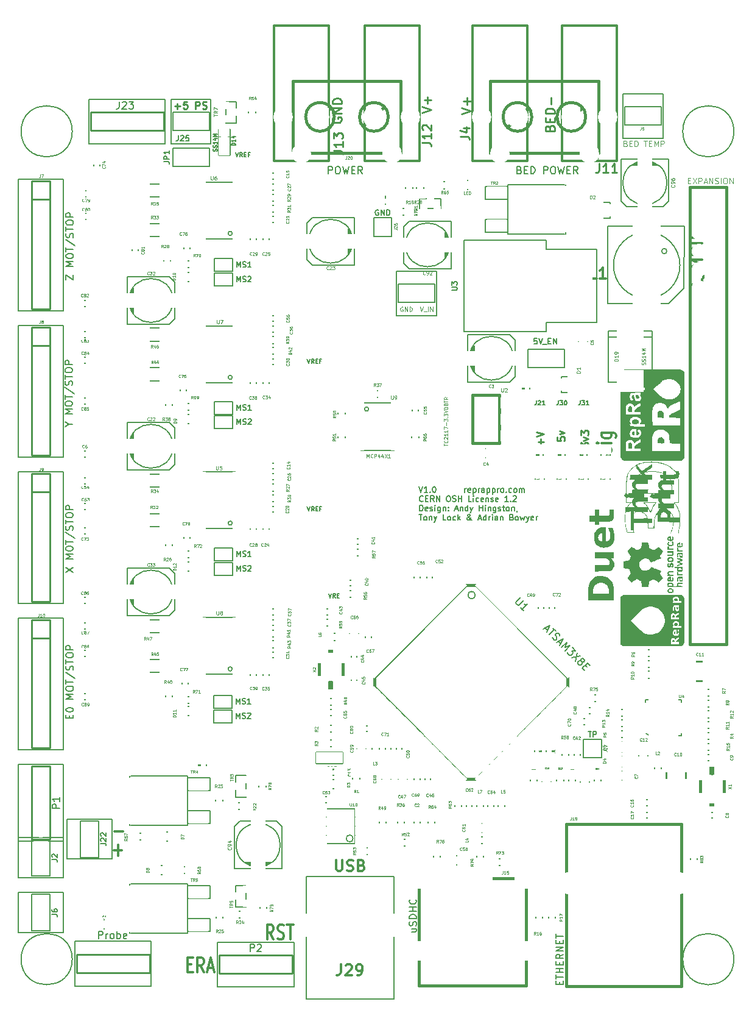
<source format=gto>
G04 (created by PCBNEW (2013-jul-07)-stable) date Thu 27 Aug 2015 22:32:03 BST*
%MOIN*%
G04 Gerber Fmt 3.4, Leading zero omitted, Abs format*
%FSLAX34Y34*%
G01*
G70*
G90*
G04 APERTURE LIST*
%ADD10C,0.00590551*%
%ADD11C,0.012*%
%ADD12C,0.00984252*%
%ADD13C,0.0069*%
%ADD14C,0.015*%
%ADD15C,0.005*%
%ADD16C,0.0079*%
%ADD17C,0.0039*%
%ADD18C,0.0059*%
%ADD19C,0.01*%
%ADD20C,0.006*%
%ADD21C,0.0098*%
%ADD22C,0.008*%
%ADD23C,0.0001*%
%ADD24C,0.0049*%
%ADD25C,0.0043*%
%ADD26C,0.002*%
%ADD27C,0.0016*%
%ADD28C,0.0048*%
%ADD29C,0.001975*%
%ADD30C,0.0035*%
%ADD31C,0.00395*%
%ADD32C,0.004*%
%ADD33C,0.0044*%
%ADD34C,0.0047*%
%ADD35C,0.0028*%
%ADD36C,0.0024*%
%ADD37C,0.00515748*%
%ADD38C,0.0019685*%
%ADD39C,0.0594*%
%ADD40R,0.0672X0.1066*%
%ADD41R,0.0672X0.0751*%
%ADD42R,0.083X0.0751*%
%ADD43R,0.0476X0.083*%
%ADD44C,0.2169*%
%ADD45R,0.0779X0.0365*%
%ADD46R,0.1381X0.1901*%
%ADD47R,0.0594X0.0436*%
%ADD48R,0.0436X0.0594*%
%ADD49R,0.1X0.164*%
%ADD50R,0.1X0.06*%
%ADD51R,0.1617X0.083*%
%ADD52R,0.0574X0.0594*%
%ADD53R,0.0594X0.0574*%
%ADD54R,0.0653X0.0909*%
%ADD55R,0.0653X0.0771*%
%ADD56R,0.0771X0.0653*%
%ADD57R,0.1106X0.0712*%
%ADD58R,0.2759X0.2523*%
%ADD59R,0.08X0.08*%
%ADD60C,0.08*%
%ADD61R,0.1342X0.0791*%
%ADD62R,0.0791X0.1342*%
%ADD63R,0.0987X0.0633*%
%ADD64R,0.0515X0.0633*%
%ADD65R,0.07X0.045*%
%ADD66R,0.0298X0.0436*%
%ADD67R,0.0436X0.0298*%
%ADD68R,0.1499X0.1499*%
%ADD69R,0.1251X0.12*%
%ADD70R,0.05X0.07*%
%ADD71C,0.1499*%
%ADD72C,0.12*%
%ADD73R,0.0672X0.0909*%
%ADD74C,0.0515*%
%ADD75C,0.1576*%
%ADD76R,0.029X0.054*%
%ADD77R,0.083X0.1617*%
%ADD78R,0.0987X0.0987*%
%ADD79C,0.1184*%
%ADD80R,0.0633X0.0987*%
%ADD81R,0.0633X0.0515*%
%ADD82C,0.1263*%
%ADD83C,0.1066*%
%ADD84R,0.11X0.065*%
%ADD85R,0.4137X0.4452*%
%ADD86R,0.1539X0.1932*%
%ADD87R,0.149921X0.118425*%
G04 APERTURE END LIST*
G54D10*
G54D11*
X15171Y2664D02*
X14971Y3045D01*
X14828Y2664D02*
X14828Y3464D01*
X15057Y3464D01*
X15114Y3426D01*
X15142Y3388D01*
X15171Y3311D01*
X15171Y3197D01*
X15142Y3121D01*
X15114Y3083D01*
X15057Y3045D01*
X14828Y3045D01*
X15400Y2702D02*
X15485Y2664D01*
X15628Y2664D01*
X15685Y2702D01*
X15714Y2740D01*
X15742Y2816D01*
X15742Y2892D01*
X15714Y2968D01*
X15685Y3007D01*
X15628Y3045D01*
X15514Y3083D01*
X15457Y3121D01*
X15428Y3159D01*
X15400Y3235D01*
X15400Y3311D01*
X15428Y3388D01*
X15457Y3426D01*
X15514Y3464D01*
X15657Y3464D01*
X15742Y3426D01*
X15914Y3464D02*
X16257Y3464D01*
X16085Y2664D02*
X16085Y3464D01*
X10464Y1283D02*
X10664Y1283D01*
X10750Y864D02*
X10464Y864D01*
X10464Y1664D01*
X10750Y1664D01*
X11350Y864D02*
X11150Y1245D01*
X11007Y864D02*
X11007Y1664D01*
X11235Y1664D01*
X11292Y1626D01*
X11321Y1588D01*
X11350Y1511D01*
X11350Y1397D01*
X11321Y1321D01*
X11292Y1283D01*
X11235Y1245D01*
X11007Y1245D01*
X11578Y1092D02*
X11864Y1092D01*
X11521Y864D02*
X11721Y1664D01*
X11921Y864D01*
X6471Y8568D02*
X6928Y8568D01*
X6421Y7518D02*
X6878Y7518D01*
X6650Y7214D02*
X6650Y7823D01*
G54D12*
X32015Y29569D02*
X32015Y29813D01*
X32165Y29681D01*
X32165Y29738D01*
X32184Y29775D01*
X32203Y29794D01*
X32240Y29813D01*
X32334Y29813D01*
X32371Y29794D01*
X32390Y29775D01*
X32409Y29738D01*
X32409Y29625D01*
X32390Y29588D01*
X32371Y29569D01*
X32146Y29944D02*
X32409Y30038D01*
X32146Y30131D01*
X32015Y30244D02*
X32015Y30487D01*
X32165Y30356D01*
X32165Y30412D01*
X32184Y30450D01*
X32203Y30469D01*
X32240Y30487D01*
X32334Y30487D01*
X32371Y30469D01*
X32390Y30450D01*
X32409Y30412D01*
X32409Y30300D01*
X32390Y30262D01*
X32371Y30244D01*
G54D11*
X33635Y29295D02*
X33673Y29352D01*
X33673Y29466D01*
X33635Y29523D01*
X33559Y29552D01*
X33521Y29552D01*
X33445Y29523D01*
X33407Y29466D01*
X33407Y29380D01*
X33369Y29323D01*
X33292Y29295D01*
X33254Y29295D01*
X33178Y29323D01*
X33140Y29380D01*
X33140Y29466D01*
X33178Y29523D01*
X33673Y29809D02*
X33140Y29809D01*
X32873Y29809D02*
X32911Y29780D01*
X32950Y29809D01*
X32911Y29838D01*
X32873Y29809D01*
X32950Y29809D01*
X33140Y30352D02*
X33788Y30352D01*
X33864Y30323D01*
X33902Y30295D01*
X33940Y30238D01*
X33940Y30152D01*
X33902Y30095D01*
X33635Y30352D02*
X33673Y30295D01*
X33673Y30180D01*
X33635Y30123D01*
X33597Y30095D01*
X33521Y30066D01*
X33292Y30066D01*
X33216Y30095D01*
X33178Y30123D01*
X33140Y30180D01*
X33140Y30295D01*
X33178Y30352D01*
G54D12*
X10909Y48078D02*
X10909Y48472D01*
X11059Y48472D01*
X11096Y48453D01*
X11115Y48434D01*
X11134Y48397D01*
X11134Y48341D01*
X11115Y48303D01*
X11096Y48284D01*
X11059Y48266D01*
X10909Y48266D01*
X11284Y48097D02*
X11340Y48078D01*
X11434Y48078D01*
X11471Y48097D01*
X11490Y48116D01*
X11509Y48153D01*
X11509Y48191D01*
X11490Y48228D01*
X11471Y48247D01*
X11434Y48266D01*
X11359Y48284D01*
X11321Y48303D01*
X11303Y48322D01*
X11284Y48359D01*
X11284Y48397D01*
X11303Y48434D01*
X11321Y48453D01*
X11359Y48472D01*
X11453Y48472D01*
X11509Y48453D01*
X9762Y48228D02*
X10062Y48228D01*
X9912Y48078D02*
X9912Y48378D01*
X10437Y48472D02*
X10249Y48472D01*
X10231Y48284D01*
X10249Y48303D01*
X10287Y48322D01*
X10381Y48322D01*
X10418Y48303D01*
X10437Y48284D01*
X10456Y48247D01*
X10456Y48153D01*
X10437Y48116D01*
X10418Y48097D01*
X10381Y48078D01*
X10287Y48078D01*
X10249Y48097D01*
X10231Y48116D01*
X30715Y30131D02*
X30715Y29944D01*
X30903Y29925D01*
X30884Y29944D01*
X30865Y29981D01*
X30865Y30075D01*
X30884Y30113D01*
X30903Y30131D01*
X30940Y30150D01*
X31034Y30150D01*
X31071Y30131D01*
X31090Y30113D01*
X31109Y30075D01*
X31109Y29981D01*
X31090Y29944D01*
X31071Y29925D01*
X30846Y30281D02*
X31109Y30375D01*
X30846Y30469D01*
X29809Y29719D02*
X29809Y30019D01*
X29959Y29869D02*
X29659Y29869D01*
X29565Y30150D02*
X29959Y30281D01*
X29565Y30412D01*
G54D13*
X23130Y27425D02*
X23235Y27110D01*
X23340Y27425D01*
X23610Y27110D02*
X23430Y27110D01*
X23520Y27110D02*
X23520Y27425D01*
X23490Y27380D01*
X23460Y27350D01*
X23430Y27335D01*
X23745Y27140D02*
X23760Y27125D01*
X23745Y27110D01*
X23730Y27125D01*
X23745Y27140D01*
X23745Y27110D01*
X23955Y27425D02*
X23985Y27425D01*
X24015Y27410D01*
X24030Y27395D01*
X24045Y27365D01*
X24060Y27305D01*
X24060Y27230D01*
X24045Y27170D01*
X24030Y27140D01*
X24015Y27125D01*
X23985Y27110D01*
X23955Y27110D01*
X23925Y27125D01*
X23910Y27140D01*
X23895Y27170D01*
X23880Y27230D01*
X23880Y27305D01*
X23895Y27365D01*
X23910Y27395D01*
X23925Y27410D01*
X23955Y27425D01*
X25635Y27110D02*
X25635Y27320D01*
X25635Y27260D02*
X25650Y27290D01*
X25665Y27305D01*
X25695Y27320D01*
X25725Y27320D01*
X25950Y27125D02*
X25920Y27110D01*
X25860Y27110D01*
X25830Y27125D01*
X25815Y27155D01*
X25815Y27275D01*
X25830Y27305D01*
X25860Y27320D01*
X25920Y27320D01*
X25950Y27305D01*
X25965Y27275D01*
X25965Y27245D01*
X25815Y27215D01*
X26100Y27320D02*
X26100Y27005D01*
X26100Y27305D02*
X26130Y27320D01*
X26190Y27320D01*
X26220Y27305D01*
X26235Y27290D01*
X26250Y27260D01*
X26250Y27170D01*
X26235Y27140D01*
X26220Y27125D01*
X26190Y27110D01*
X26130Y27110D01*
X26100Y27125D01*
X26385Y27110D02*
X26385Y27320D01*
X26385Y27260D02*
X26400Y27290D01*
X26415Y27305D01*
X26445Y27320D01*
X26475Y27320D01*
X26715Y27110D02*
X26715Y27275D01*
X26700Y27305D01*
X26670Y27320D01*
X26610Y27320D01*
X26580Y27305D01*
X26715Y27125D02*
X26685Y27110D01*
X26610Y27110D01*
X26580Y27125D01*
X26565Y27155D01*
X26565Y27185D01*
X26580Y27215D01*
X26610Y27230D01*
X26685Y27230D01*
X26715Y27245D01*
X26865Y27320D02*
X26865Y27005D01*
X26865Y27305D02*
X26895Y27320D01*
X26955Y27320D01*
X26985Y27305D01*
X27000Y27290D01*
X27015Y27260D01*
X27015Y27170D01*
X27000Y27140D01*
X26985Y27125D01*
X26955Y27110D01*
X26895Y27110D01*
X26865Y27125D01*
X27150Y27320D02*
X27150Y27005D01*
X27150Y27305D02*
X27180Y27320D01*
X27240Y27320D01*
X27270Y27305D01*
X27285Y27290D01*
X27300Y27260D01*
X27300Y27170D01*
X27285Y27140D01*
X27270Y27125D01*
X27240Y27110D01*
X27180Y27110D01*
X27150Y27125D01*
X27435Y27110D02*
X27435Y27320D01*
X27435Y27260D02*
X27450Y27290D01*
X27465Y27305D01*
X27495Y27320D01*
X27525Y27320D01*
X27675Y27110D02*
X27645Y27125D01*
X27630Y27140D01*
X27615Y27170D01*
X27615Y27260D01*
X27630Y27290D01*
X27645Y27305D01*
X27675Y27320D01*
X27720Y27320D01*
X27750Y27305D01*
X27765Y27290D01*
X27780Y27260D01*
X27780Y27170D01*
X27765Y27140D01*
X27750Y27125D01*
X27720Y27110D01*
X27675Y27110D01*
X27915Y27140D02*
X27930Y27125D01*
X27915Y27110D01*
X27900Y27125D01*
X27915Y27140D01*
X27915Y27110D01*
X28200Y27125D02*
X28170Y27110D01*
X28110Y27110D01*
X28080Y27125D01*
X28065Y27140D01*
X28050Y27170D01*
X28050Y27260D01*
X28065Y27290D01*
X28080Y27305D01*
X28110Y27320D01*
X28170Y27320D01*
X28200Y27305D01*
X28380Y27110D02*
X28350Y27125D01*
X28335Y27140D01*
X28320Y27170D01*
X28320Y27260D01*
X28335Y27290D01*
X28350Y27305D01*
X28380Y27320D01*
X28425Y27320D01*
X28455Y27305D01*
X28470Y27290D01*
X28485Y27260D01*
X28485Y27170D01*
X28470Y27140D01*
X28455Y27125D01*
X28425Y27110D01*
X28380Y27110D01*
X28620Y27110D02*
X28620Y27320D01*
X28620Y27290D02*
X28635Y27305D01*
X28665Y27320D01*
X28710Y27320D01*
X28740Y27305D01*
X28755Y27275D01*
X28755Y27110D01*
X28755Y27275D02*
X28770Y27305D01*
X28800Y27320D01*
X28845Y27320D01*
X28875Y27305D01*
X28890Y27275D01*
X28890Y27110D01*
X23355Y26630D02*
X23340Y26615D01*
X23295Y26600D01*
X23265Y26600D01*
X23220Y26615D01*
X23190Y26645D01*
X23175Y26675D01*
X23160Y26735D01*
X23160Y26780D01*
X23175Y26840D01*
X23190Y26870D01*
X23220Y26900D01*
X23265Y26915D01*
X23295Y26915D01*
X23340Y26900D01*
X23355Y26885D01*
X23490Y26765D02*
X23595Y26765D01*
X23640Y26600D02*
X23490Y26600D01*
X23490Y26915D01*
X23640Y26915D01*
X23955Y26600D02*
X23850Y26750D01*
X23775Y26600D02*
X23775Y26915D01*
X23895Y26915D01*
X23925Y26900D01*
X23940Y26885D01*
X23955Y26855D01*
X23955Y26810D01*
X23940Y26780D01*
X23925Y26765D01*
X23895Y26750D01*
X23775Y26750D01*
X24090Y26600D02*
X24090Y26915D01*
X24270Y26600D01*
X24270Y26915D01*
X24720Y26915D02*
X24780Y26915D01*
X24810Y26900D01*
X24840Y26870D01*
X24855Y26810D01*
X24855Y26705D01*
X24840Y26645D01*
X24810Y26615D01*
X24780Y26600D01*
X24720Y26600D01*
X24690Y26615D01*
X24660Y26645D01*
X24645Y26705D01*
X24645Y26810D01*
X24660Y26870D01*
X24690Y26900D01*
X24720Y26915D01*
X24975Y26615D02*
X25020Y26600D01*
X25095Y26600D01*
X25125Y26615D01*
X25140Y26630D01*
X25155Y26660D01*
X25155Y26690D01*
X25140Y26720D01*
X25125Y26735D01*
X25095Y26750D01*
X25035Y26765D01*
X25005Y26780D01*
X24990Y26795D01*
X24975Y26825D01*
X24975Y26855D01*
X24990Y26885D01*
X25005Y26900D01*
X25035Y26915D01*
X25110Y26915D01*
X25155Y26900D01*
X25290Y26600D02*
X25290Y26915D01*
X25290Y26765D02*
X25470Y26765D01*
X25470Y26600D02*
X25470Y26915D01*
X26010Y26600D02*
X25860Y26600D01*
X25860Y26915D01*
X26115Y26600D02*
X26115Y26810D01*
X26115Y26915D02*
X26100Y26900D01*
X26115Y26885D01*
X26130Y26900D01*
X26115Y26915D01*
X26115Y26885D01*
X26400Y26615D02*
X26370Y26600D01*
X26310Y26600D01*
X26280Y26615D01*
X26265Y26630D01*
X26250Y26660D01*
X26250Y26750D01*
X26265Y26780D01*
X26280Y26795D01*
X26310Y26810D01*
X26370Y26810D01*
X26400Y26795D01*
X26655Y26615D02*
X26625Y26600D01*
X26565Y26600D01*
X26535Y26615D01*
X26520Y26645D01*
X26520Y26765D01*
X26535Y26795D01*
X26565Y26810D01*
X26625Y26810D01*
X26655Y26795D01*
X26670Y26765D01*
X26670Y26735D01*
X26520Y26705D01*
X26805Y26810D02*
X26805Y26600D01*
X26805Y26780D02*
X26820Y26795D01*
X26850Y26810D01*
X26895Y26810D01*
X26925Y26795D01*
X26940Y26765D01*
X26940Y26600D01*
X27075Y26615D02*
X27105Y26600D01*
X27165Y26600D01*
X27195Y26615D01*
X27210Y26645D01*
X27210Y26660D01*
X27195Y26690D01*
X27165Y26705D01*
X27120Y26705D01*
X27090Y26720D01*
X27075Y26750D01*
X27075Y26765D01*
X27090Y26795D01*
X27120Y26810D01*
X27165Y26810D01*
X27195Y26795D01*
X27465Y26615D02*
X27435Y26600D01*
X27375Y26600D01*
X27345Y26615D01*
X27330Y26645D01*
X27330Y26765D01*
X27345Y26795D01*
X27375Y26810D01*
X27435Y26810D01*
X27465Y26795D01*
X27480Y26765D01*
X27480Y26735D01*
X27330Y26705D01*
X28020Y26600D02*
X27840Y26600D01*
X27930Y26600D02*
X27930Y26915D01*
X27900Y26870D01*
X27870Y26840D01*
X27840Y26825D01*
X28155Y26630D02*
X28170Y26615D01*
X28155Y26600D01*
X28140Y26615D01*
X28155Y26630D01*
X28155Y26600D01*
X28290Y26885D02*
X28305Y26900D01*
X28335Y26915D01*
X28410Y26915D01*
X28440Y26900D01*
X28455Y26885D01*
X28470Y26855D01*
X28470Y26825D01*
X28455Y26780D01*
X28275Y26600D01*
X28470Y26600D01*
X23175Y26090D02*
X23175Y26405D01*
X23250Y26405D01*
X23295Y26390D01*
X23325Y26360D01*
X23340Y26330D01*
X23355Y26270D01*
X23355Y26225D01*
X23340Y26165D01*
X23325Y26135D01*
X23295Y26105D01*
X23250Y26090D01*
X23175Y26090D01*
X23610Y26105D02*
X23580Y26090D01*
X23520Y26090D01*
X23490Y26105D01*
X23475Y26135D01*
X23475Y26255D01*
X23490Y26285D01*
X23520Y26300D01*
X23580Y26300D01*
X23610Y26285D01*
X23625Y26255D01*
X23625Y26225D01*
X23475Y26195D01*
X23745Y26105D02*
X23775Y26090D01*
X23835Y26090D01*
X23865Y26105D01*
X23880Y26135D01*
X23880Y26150D01*
X23865Y26180D01*
X23835Y26195D01*
X23790Y26195D01*
X23760Y26210D01*
X23745Y26240D01*
X23745Y26255D01*
X23760Y26285D01*
X23790Y26300D01*
X23835Y26300D01*
X23865Y26285D01*
X24015Y26090D02*
X24015Y26300D01*
X24015Y26405D02*
X24000Y26390D01*
X24015Y26375D01*
X24030Y26390D01*
X24015Y26405D01*
X24015Y26375D01*
X24300Y26300D02*
X24300Y26045D01*
X24285Y26015D01*
X24270Y26000D01*
X24240Y25985D01*
X24195Y25985D01*
X24165Y26000D01*
X24300Y26105D02*
X24270Y26090D01*
X24210Y26090D01*
X24180Y26105D01*
X24165Y26120D01*
X24150Y26150D01*
X24150Y26240D01*
X24165Y26270D01*
X24180Y26285D01*
X24210Y26300D01*
X24270Y26300D01*
X24300Y26285D01*
X24450Y26300D02*
X24450Y26090D01*
X24450Y26270D02*
X24465Y26285D01*
X24495Y26300D01*
X24540Y26300D01*
X24570Y26285D01*
X24585Y26255D01*
X24585Y26090D01*
X24735Y26120D02*
X24750Y26105D01*
X24735Y26090D01*
X24720Y26105D01*
X24735Y26120D01*
X24735Y26090D01*
X24735Y26285D02*
X24750Y26270D01*
X24735Y26255D01*
X24720Y26270D01*
X24735Y26285D01*
X24735Y26255D01*
X25110Y26180D02*
X25260Y26180D01*
X25080Y26090D02*
X25185Y26405D01*
X25290Y26090D01*
X25395Y26300D02*
X25395Y26090D01*
X25395Y26270D02*
X25410Y26285D01*
X25440Y26300D01*
X25485Y26300D01*
X25515Y26285D01*
X25530Y26255D01*
X25530Y26090D01*
X25815Y26090D02*
X25815Y26405D01*
X25815Y26105D02*
X25785Y26090D01*
X25725Y26090D01*
X25695Y26105D01*
X25680Y26120D01*
X25665Y26150D01*
X25665Y26240D01*
X25680Y26270D01*
X25695Y26285D01*
X25725Y26300D01*
X25785Y26300D01*
X25815Y26285D01*
X25935Y26300D02*
X26010Y26090D01*
X26085Y26300D02*
X26010Y26090D01*
X25980Y26015D01*
X25965Y26000D01*
X25935Y25985D01*
X26445Y26090D02*
X26445Y26405D01*
X26445Y26255D02*
X26625Y26255D01*
X26625Y26090D02*
X26625Y26405D01*
X26775Y26090D02*
X26775Y26300D01*
X26775Y26405D02*
X26760Y26390D01*
X26775Y26375D01*
X26790Y26390D01*
X26775Y26405D01*
X26775Y26375D01*
X26925Y26300D02*
X26925Y26090D01*
X26925Y26270D02*
X26940Y26285D01*
X26970Y26300D01*
X27015Y26300D01*
X27045Y26285D01*
X27060Y26255D01*
X27060Y26090D01*
X27345Y26300D02*
X27345Y26045D01*
X27330Y26015D01*
X27315Y26000D01*
X27285Y25985D01*
X27240Y25985D01*
X27210Y26000D01*
X27345Y26105D02*
X27315Y26090D01*
X27255Y26090D01*
X27225Y26105D01*
X27210Y26120D01*
X27195Y26150D01*
X27195Y26240D01*
X27210Y26270D01*
X27225Y26285D01*
X27255Y26300D01*
X27315Y26300D01*
X27345Y26285D01*
X27480Y26105D02*
X27510Y26090D01*
X27570Y26090D01*
X27600Y26105D01*
X27615Y26135D01*
X27615Y26150D01*
X27600Y26180D01*
X27570Y26195D01*
X27525Y26195D01*
X27495Y26210D01*
X27480Y26240D01*
X27480Y26255D01*
X27495Y26285D01*
X27525Y26300D01*
X27570Y26300D01*
X27600Y26285D01*
X27705Y26300D02*
X27825Y26300D01*
X27750Y26405D02*
X27750Y26135D01*
X27765Y26105D01*
X27795Y26090D01*
X27825Y26090D01*
X27975Y26090D02*
X27945Y26105D01*
X27930Y26120D01*
X27915Y26150D01*
X27915Y26240D01*
X27930Y26270D01*
X27945Y26285D01*
X27975Y26300D01*
X28020Y26300D01*
X28050Y26285D01*
X28065Y26270D01*
X28080Y26240D01*
X28080Y26150D01*
X28065Y26120D01*
X28050Y26105D01*
X28020Y26090D01*
X27975Y26090D01*
X28215Y26300D02*
X28215Y26090D01*
X28215Y26270D02*
X28230Y26285D01*
X28260Y26300D01*
X28305Y26300D01*
X28335Y26285D01*
X28350Y26255D01*
X28350Y26090D01*
X28515Y26105D02*
X28515Y26090D01*
X28500Y26060D01*
X28485Y26045D01*
X23130Y25895D02*
X23310Y25895D01*
X23220Y25580D02*
X23220Y25895D01*
X23460Y25580D02*
X23430Y25595D01*
X23415Y25610D01*
X23400Y25640D01*
X23400Y25730D01*
X23415Y25760D01*
X23430Y25775D01*
X23460Y25790D01*
X23505Y25790D01*
X23535Y25775D01*
X23550Y25760D01*
X23565Y25730D01*
X23565Y25640D01*
X23550Y25610D01*
X23535Y25595D01*
X23505Y25580D01*
X23460Y25580D01*
X23700Y25790D02*
X23700Y25580D01*
X23700Y25760D02*
X23715Y25775D01*
X23745Y25790D01*
X23790Y25790D01*
X23820Y25775D01*
X23835Y25745D01*
X23835Y25580D01*
X23955Y25790D02*
X24030Y25580D01*
X24105Y25790D02*
X24030Y25580D01*
X24000Y25505D01*
X23985Y25490D01*
X23955Y25475D01*
X24615Y25580D02*
X24465Y25580D01*
X24465Y25895D01*
X24765Y25580D02*
X24735Y25595D01*
X24720Y25610D01*
X24705Y25640D01*
X24705Y25730D01*
X24720Y25760D01*
X24735Y25775D01*
X24765Y25790D01*
X24810Y25790D01*
X24840Y25775D01*
X24855Y25760D01*
X24870Y25730D01*
X24870Y25640D01*
X24855Y25610D01*
X24840Y25595D01*
X24810Y25580D01*
X24765Y25580D01*
X25140Y25595D02*
X25110Y25580D01*
X25050Y25580D01*
X25020Y25595D01*
X25005Y25610D01*
X24990Y25640D01*
X24990Y25730D01*
X25005Y25760D01*
X25020Y25775D01*
X25050Y25790D01*
X25110Y25790D01*
X25140Y25775D01*
X25275Y25580D02*
X25275Y25895D01*
X25305Y25700D02*
X25395Y25580D01*
X25395Y25790D02*
X25275Y25670D01*
X26025Y25580D02*
X26010Y25580D01*
X25980Y25595D01*
X25935Y25640D01*
X25860Y25730D01*
X25830Y25775D01*
X25815Y25820D01*
X25815Y25850D01*
X25830Y25880D01*
X25860Y25895D01*
X25875Y25895D01*
X25905Y25880D01*
X25920Y25850D01*
X25920Y25835D01*
X25905Y25805D01*
X25890Y25790D01*
X25800Y25730D01*
X25785Y25715D01*
X25770Y25685D01*
X25770Y25640D01*
X25785Y25610D01*
X25800Y25595D01*
X25830Y25580D01*
X25875Y25580D01*
X25905Y25595D01*
X25920Y25610D01*
X25965Y25670D01*
X25980Y25715D01*
X25980Y25745D01*
X26385Y25670D02*
X26535Y25670D01*
X26355Y25580D02*
X26460Y25895D01*
X26565Y25580D01*
X26805Y25580D02*
X26805Y25895D01*
X26805Y25595D02*
X26775Y25580D01*
X26715Y25580D01*
X26685Y25595D01*
X26670Y25610D01*
X26655Y25640D01*
X26655Y25730D01*
X26670Y25760D01*
X26685Y25775D01*
X26715Y25790D01*
X26775Y25790D01*
X26805Y25775D01*
X26955Y25580D02*
X26955Y25790D01*
X26955Y25730D02*
X26970Y25760D01*
X26985Y25775D01*
X27015Y25790D01*
X27045Y25790D01*
X27150Y25580D02*
X27150Y25790D01*
X27150Y25895D02*
X27135Y25880D01*
X27150Y25865D01*
X27165Y25880D01*
X27150Y25895D01*
X27150Y25865D01*
X27435Y25580D02*
X27435Y25745D01*
X27420Y25775D01*
X27390Y25790D01*
X27330Y25790D01*
X27300Y25775D01*
X27435Y25595D02*
X27405Y25580D01*
X27330Y25580D01*
X27300Y25595D01*
X27285Y25625D01*
X27285Y25655D01*
X27300Y25685D01*
X27330Y25700D01*
X27405Y25700D01*
X27435Y25715D01*
X27585Y25790D02*
X27585Y25580D01*
X27585Y25760D02*
X27600Y25775D01*
X27630Y25790D01*
X27675Y25790D01*
X27705Y25775D01*
X27720Y25745D01*
X27720Y25580D01*
X28215Y25745D02*
X28260Y25730D01*
X28275Y25715D01*
X28290Y25685D01*
X28290Y25640D01*
X28275Y25610D01*
X28260Y25595D01*
X28230Y25580D01*
X28110Y25580D01*
X28110Y25895D01*
X28215Y25895D01*
X28245Y25880D01*
X28260Y25865D01*
X28275Y25835D01*
X28275Y25805D01*
X28260Y25775D01*
X28245Y25760D01*
X28215Y25745D01*
X28110Y25745D01*
X28470Y25580D02*
X28440Y25595D01*
X28425Y25610D01*
X28410Y25640D01*
X28410Y25730D01*
X28425Y25760D01*
X28440Y25775D01*
X28470Y25790D01*
X28515Y25790D01*
X28545Y25775D01*
X28560Y25760D01*
X28575Y25730D01*
X28575Y25640D01*
X28560Y25610D01*
X28545Y25595D01*
X28515Y25580D01*
X28470Y25580D01*
X28680Y25790D02*
X28740Y25580D01*
X28800Y25730D01*
X28860Y25580D01*
X28920Y25790D01*
X29010Y25790D02*
X29085Y25580D01*
X29160Y25790D02*
X29085Y25580D01*
X29055Y25505D01*
X29040Y25490D01*
X29010Y25475D01*
X29400Y25595D02*
X29370Y25580D01*
X29310Y25580D01*
X29280Y25595D01*
X29265Y25625D01*
X29265Y25745D01*
X29280Y25775D01*
X29310Y25790D01*
X29370Y25790D01*
X29400Y25775D01*
X29415Y25745D01*
X29415Y25715D01*
X29265Y25685D01*
X29550Y25580D02*
X29550Y25790D01*
X29550Y25730D02*
X29565Y25760D01*
X29580Y25775D01*
X29610Y25790D01*
X29640Y25790D01*
G54D14*
X29014Y1870D02*
X29014Y138D01*
X23148Y1870D02*
X23148Y138D01*
X23148Y138D02*
X29014Y138D01*
X23148Y6004D02*
X23148Y1870D01*
X23148Y6004D02*
X29014Y6004D01*
X29014Y6004D02*
X29014Y1870D01*
G54D15*
X4154Y1575D02*
G75*
G03X4154Y1575I-1400J0D01*
G74*
G01*
X11301Y36193D02*
X11301Y33093D01*
X11301Y33093D02*
X13101Y33093D01*
X13101Y33093D02*
X13101Y36193D01*
X13101Y36193D02*
X11301Y36193D01*
X12912Y33393D02*
G75*
G03X12912Y33393I-111J0D01*
G74*
G01*
X11300Y28220D02*
X11300Y25120D01*
X11300Y25120D02*
X13100Y25120D01*
X13100Y25120D02*
X13100Y28220D01*
X13100Y28220D02*
X11300Y28220D01*
X12911Y25420D02*
G75*
G03X12911Y25420I-111J0D01*
G74*
G01*
X11300Y20249D02*
X11300Y17149D01*
X11300Y17149D02*
X13100Y17149D01*
X13100Y17149D02*
X13100Y20249D01*
X13100Y20249D02*
X11300Y20249D01*
X12911Y17449D02*
G75*
G03X12911Y17449I-111J0D01*
G74*
G01*
X11302Y44069D02*
X11302Y40969D01*
X11302Y40969D02*
X13102Y40969D01*
X13102Y40969D02*
X13102Y44069D01*
X13102Y44069D02*
X11302Y44069D01*
X12913Y41269D02*
G75*
G03X12913Y41269I-111J0D01*
G74*
G01*
X21764Y29409D02*
X21764Y32009D01*
X21764Y32009D02*
X19964Y32009D01*
X19964Y32009D02*
X19964Y29409D01*
X19964Y29409D02*
X21764Y29409D01*
X20375Y31659D02*
G75*
G03X20375Y31659I-111J0D01*
G74*
G01*
X13659Y5395D02*
X13919Y5395D01*
X13659Y4645D02*
X13919Y4645D01*
X13109Y5020D02*
X12849Y5020D01*
X13109Y4430D02*
X13109Y5610D01*
X13109Y5610D02*
X13659Y5610D01*
X13659Y5610D02*
X13659Y4430D01*
X13659Y4430D02*
X13109Y4430D01*
X13659Y11399D02*
X13919Y11399D01*
X13659Y10649D02*
X13919Y10649D01*
X13109Y11024D02*
X12849Y11024D01*
X13109Y10434D02*
X13109Y11614D01*
X13109Y11614D02*
X13659Y11614D01*
X13659Y11614D02*
X13659Y10434D01*
X13659Y10434D02*
X13109Y10434D01*
X24133Y42619D02*
X24133Y42359D01*
X23383Y42619D02*
X23383Y42359D01*
X23758Y43169D02*
X23758Y43429D01*
X23168Y43169D02*
X24348Y43169D01*
X24348Y43169D02*
X24348Y42619D01*
X24348Y42619D02*
X23168Y42619D01*
X23168Y42619D02*
X23168Y43169D01*
G54D14*
X26081Y30515D02*
X25352Y30515D01*
X25352Y30515D02*
X25352Y31697D01*
X25352Y31697D02*
X26081Y31697D01*
X27537Y32012D02*
X28266Y32012D01*
X27537Y31106D02*
X28266Y31106D01*
X27537Y30200D02*
X28266Y30200D01*
X26081Y29787D02*
X26081Y32425D01*
X26081Y32425D02*
X27537Y32425D01*
X27537Y32425D02*
X27537Y29787D01*
X27537Y29787D02*
X26081Y29787D01*
G54D15*
X19450Y40538D02*
X19450Y41138D01*
X19400Y41288D02*
X19400Y40388D01*
X19350Y40288D02*
X19350Y41388D01*
X19300Y41488D02*
X19300Y40188D01*
X19250Y40138D02*
X19250Y41538D01*
X19500Y40838D02*
G75*
G03X19500Y40838I-1200J0D01*
G74*
G01*
X19600Y39538D02*
X19600Y42138D01*
X19600Y42138D02*
X17300Y42138D01*
X17300Y42138D02*
X17000Y41838D01*
X17000Y41838D02*
X17000Y39838D01*
X17000Y39838D02*
X17300Y39538D01*
X17300Y39538D02*
X19600Y39538D01*
X17450Y40838D02*
X17750Y40838D01*
X17600Y40688D02*
X17600Y40988D01*
X7313Y21954D02*
X7313Y21354D01*
X7363Y21204D02*
X7363Y22104D01*
X7413Y22204D02*
X7413Y21104D01*
X7463Y21004D02*
X7463Y22304D01*
X7513Y22354D02*
X7513Y20954D01*
X9663Y21654D02*
G75*
G03X9663Y21654I-1200J0D01*
G74*
G01*
X7163Y22954D02*
X7163Y20354D01*
X7163Y20354D02*
X9463Y20354D01*
X9463Y20354D02*
X9763Y20654D01*
X9763Y20654D02*
X9763Y22654D01*
X9763Y22654D02*
X9463Y22954D01*
X9463Y22954D02*
X7163Y22954D01*
X9313Y21654D02*
X9013Y21654D01*
X9163Y21804D02*
X9163Y21504D01*
X7313Y37898D02*
X7313Y37298D01*
X7363Y37148D02*
X7363Y38048D01*
X7413Y38148D02*
X7413Y37048D01*
X7463Y36948D02*
X7463Y38248D01*
X7513Y38298D02*
X7513Y36898D01*
X9663Y37598D02*
G75*
G03X9663Y37598I-1200J0D01*
G74*
G01*
X7163Y38898D02*
X7163Y36298D01*
X7163Y36298D02*
X9463Y36298D01*
X9463Y36298D02*
X9763Y36598D01*
X9763Y36598D02*
X9763Y38598D01*
X9763Y38598D02*
X9463Y38898D01*
X9463Y38898D02*
X7163Y38898D01*
X9313Y37598D02*
X9013Y37598D01*
X9163Y37748D02*
X9163Y37448D01*
X7313Y29926D02*
X7313Y29326D01*
X7363Y29176D02*
X7363Y30076D01*
X7413Y30176D02*
X7413Y29076D01*
X7463Y28976D02*
X7463Y30276D01*
X7513Y30326D02*
X7513Y28926D01*
X9663Y29626D02*
G75*
G03X9663Y29626I-1200J0D01*
G74*
G01*
X7163Y30926D02*
X7163Y28326D01*
X7163Y28326D02*
X9463Y28326D01*
X9463Y28326D02*
X9763Y28626D01*
X9763Y28626D02*
X9763Y30626D01*
X9763Y30626D02*
X9463Y30926D01*
X9463Y30926D02*
X7163Y30926D01*
X9313Y29626D02*
X9013Y29626D01*
X9163Y29776D02*
X9163Y29476D01*
X25950Y34738D02*
X25950Y34138D01*
X26000Y33988D02*
X26000Y34888D01*
X26050Y34988D02*
X26050Y33888D01*
X26100Y33788D02*
X26100Y35088D01*
X26150Y35138D02*
X26150Y33738D01*
X28300Y34438D02*
G75*
G03X28300Y34438I-1200J0D01*
G74*
G01*
X25800Y35738D02*
X25800Y33138D01*
X25800Y33138D02*
X28100Y33138D01*
X28100Y33138D02*
X28400Y33438D01*
X28400Y33438D02*
X28400Y35438D01*
X28400Y35438D02*
X28100Y35738D01*
X28100Y35738D02*
X25800Y35738D01*
X27950Y34438D02*
X27650Y34438D01*
X27800Y34588D02*
X27800Y34288D01*
G54D16*
X35382Y18494D02*
X36070Y18494D01*
X36070Y18494D02*
X36070Y18120D01*
X36070Y18120D02*
X35382Y18120D01*
X35382Y18120D02*
X35382Y18494D01*
X39317Y15955D02*
X38629Y15955D01*
X38629Y15955D02*
X38629Y16329D01*
X38629Y16329D02*
X39317Y16329D01*
X39317Y16329D02*
X39317Y15955D01*
X39317Y15364D02*
X38629Y15364D01*
X38629Y15364D02*
X38629Y15738D01*
X38629Y15738D02*
X39317Y15738D01*
X39317Y15738D02*
X39317Y15364D01*
X35382Y17904D02*
X36070Y17904D01*
X36070Y17904D02*
X36070Y17530D01*
X36070Y17530D02*
X35382Y17530D01*
X35382Y17530D02*
X35382Y17904D01*
X35382Y17313D02*
X36070Y17313D01*
X36070Y17313D02*
X36070Y16939D01*
X36070Y16939D02*
X35382Y16939D01*
X35382Y16939D02*
X35382Y17313D01*
X39317Y14183D02*
X38629Y14183D01*
X38629Y14183D02*
X38629Y14557D01*
X38629Y14557D02*
X39317Y14557D01*
X39317Y14557D02*
X39317Y14183D01*
X39317Y14774D02*
X38629Y14774D01*
X38629Y14774D02*
X38629Y15148D01*
X38629Y15148D02*
X39317Y15148D01*
X39317Y15148D02*
X39317Y14774D01*
X33905Y14656D02*
X34593Y14656D01*
X34593Y14656D02*
X34593Y14282D01*
X34593Y14282D02*
X33905Y14282D01*
X33905Y14282D02*
X33905Y14656D01*
X33905Y15246D02*
X34593Y15246D01*
X34593Y15246D02*
X34593Y14872D01*
X34593Y14872D02*
X33905Y14872D01*
X33905Y14872D02*
X33905Y15246D01*
X38629Y13376D02*
X39317Y13376D01*
X39317Y13376D02*
X39317Y13002D01*
X39317Y13002D02*
X38629Y13002D01*
X38629Y13002D02*
X38629Y13376D01*
X22413Y43394D02*
X22413Y44082D01*
X22413Y44082D02*
X22787Y44082D01*
X22787Y44082D02*
X22787Y43394D01*
X22787Y43394D02*
X22413Y43394D01*
X23013Y43394D02*
X23013Y44082D01*
X23013Y44082D02*
X23387Y44082D01*
X23387Y44082D02*
X23387Y43394D01*
X23387Y43394D02*
X23013Y43394D01*
X12015Y9892D02*
X12015Y10580D01*
X12015Y10580D02*
X12389Y10580D01*
X12389Y10580D02*
X12389Y9892D01*
X12389Y9892D02*
X12015Y9892D01*
X18709Y29774D02*
X18709Y30462D01*
X18709Y30462D02*
X19083Y30462D01*
X19083Y30462D02*
X19083Y29774D01*
X19083Y29774D02*
X18709Y29774D01*
X22694Y7751D02*
X22006Y7751D01*
X22006Y7751D02*
X22006Y8125D01*
X22006Y8125D02*
X22694Y8125D01*
X22694Y8125D02*
X22694Y7751D01*
X20125Y23632D02*
X19437Y23632D01*
X19437Y23632D02*
X19437Y24006D01*
X19437Y24006D02*
X20125Y24006D01*
X20125Y24006D02*
X20125Y23632D01*
X19513Y11094D02*
X19513Y11782D01*
X19513Y11782D02*
X19887Y11782D01*
X19887Y11782D02*
X19887Y11094D01*
X19887Y11094D02*
X19513Y11094D01*
X17961Y14360D02*
X18649Y14360D01*
X18649Y14360D02*
X18649Y13986D01*
X18649Y13986D02*
X17961Y13986D01*
X17961Y13986D02*
X17961Y14360D01*
X17961Y13573D02*
X18649Y13573D01*
X18649Y13573D02*
X18649Y13199D01*
X18649Y13199D02*
X17961Y13199D01*
X17961Y13199D02*
X17961Y13573D01*
X39318Y13593D02*
X38630Y13593D01*
X38630Y13593D02*
X38630Y13967D01*
X38630Y13967D02*
X39318Y13967D01*
X39318Y13967D02*
X39318Y13593D01*
X33905Y14065D02*
X34593Y14065D01*
X34593Y14065D02*
X34593Y13691D01*
X34593Y13691D02*
X33905Y13691D01*
X33905Y13691D02*
X33905Y14065D01*
X29909Y4183D02*
X29909Y3495D01*
X29909Y3495D02*
X29535Y3495D01*
X29535Y3495D02*
X29535Y4183D01*
X29535Y4183D02*
X29909Y4183D01*
X30224Y3495D02*
X30224Y4183D01*
X30224Y4183D02*
X30598Y4183D01*
X30598Y4183D02*
X30598Y3495D01*
X30598Y3495D02*
X30224Y3495D01*
X13630Y9755D02*
X12942Y9755D01*
X12942Y9755D02*
X12942Y10129D01*
X12942Y10129D02*
X13630Y10129D01*
X13630Y10129D02*
X13630Y9755D01*
X13669Y3829D02*
X12981Y3829D01*
X12981Y3829D02*
X12981Y4203D01*
X12981Y4203D02*
X13669Y4203D01*
X13669Y4203D02*
X13669Y3829D01*
X12409Y4183D02*
X12409Y3495D01*
X12409Y3495D02*
X12035Y3495D01*
X12035Y3495D02*
X12035Y4183D01*
X12035Y4183D02*
X12409Y4183D01*
X19083Y31742D02*
X19083Y31054D01*
X19083Y31054D02*
X18709Y31054D01*
X18709Y31054D02*
X18709Y31742D01*
X18709Y31742D02*
X19083Y31742D01*
X19732Y21368D02*
X19044Y21368D01*
X19044Y21368D02*
X19044Y21742D01*
X19044Y21742D02*
X19732Y21742D01*
X19732Y21742D02*
X19732Y21368D01*
X30972Y12412D02*
X30972Y13100D01*
X30972Y13100D02*
X31346Y13100D01*
X31346Y13100D02*
X31346Y12412D01*
X31346Y12412D02*
X30972Y12412D01*
X18452Y19793D02*
X17764Y19793D01*
X17764Y19793D02*
X17764Y20167D01*
X17764Y20167D02*
X18452Y20167D01*
X18452Y20167D02*
X18452Y19793D01*
G54D15*
X38951Y9609D02*
X38951Y9289D01*
X39391Y9299D02*
X39391Y9609D01*
X39491Y9289D02*
X38851Y9289D01*
X38851Y9289D02*
X38851Y9609D01*
X38851Y9609D02*
X39491Y9609D01*
X39491Y9609D02*
X39491Y9289D01*
X39194Y12438D02*
X39194Y12758D01*
X38754Y12748D02*
X38754Y12438D01*
X38654Y12758D02*
X39294Y12758D01*
X39294Y12758D02*
X39294Y12438D01*
X39294Y12438D02*
X38654Y12438D01*
X38654Y12438D02*
X38654Y12758D01*
X35408Y10298D02*
X35408Y9978D01*
X35848Y9988D02*
X35848Y10298D01*
X35948Y9978D02*
X35308Y9978D01*
X35308Y9978D02*
X35308Y10298D01*
X35308Y10298D02*
X35948Y10298D01*
X35948Y10298D02*
X35948Y9978D01*
X35408Y9609D02*
X35408Y9289D01*
X35848Y9299D02*
X35848Y9609D01*
X35948Y9289D02*
X35308Y9289D01*
X35308Y9289D02*
X35308Y9609D01*
X35308Y9609D02*
X35948Y9609D01*
X35948Y9609D02*
X35948Y9289D01*
X19608Y21986D02*
X19608Y22306D01*
X19168Y22296D02*
X19168Y21986D01*
X19068Y22306D02*
X19708Y22306D01*
X19708Y22306D02*
X19708Y21986D01*
X19708Y21986D02*
X19068Y21986D01*
X19068Y21986D02*
X19068Y22306D01*
X20001Y24249D02*
X20001Y24569D01*
X19561Y24559D02*
X19561Y24249D01*
X19461Y24569D02*
X20101Y24569D01*
X20101Y24569D02*
X20101Y24249D01*
X20101Y24249D02*
X19461Y24249D01*
X19461Y24249D02*
X19461Y24569D01*
X31629Y12536D02*
X31949Y12536D01*
X31939Y12976D02*
X31629Y12976D01*
X31949Y13076D02*
X31949Y12436D01*
X31949Y12436D02*
X31629Y12436D01*
X31629Y12436D02*
X31629Y13076D01*
X31629Y13076D02*
X31949Y13076D01*
X18328Y20411D02*
X18328Y20731D01*
X17888Y20721D02*
X17888Y20411D01*
X17788Y20731D02*
X18428Y20731D01*
X18428Y20731D02*
X18428Y20411D01*
X18428Y20411D02*
X17788Y20411D01*
X17788Y20411D02*
X17788Y20731D01*
G54D16*
X9260Y31546D02*
X9260Y32234D01*
X9260Y32234D02*
X9634Y32234D01*
X9634Y32234D02*
X9634Y31546D01*
X9634Y31546D02*
X9260Y31546D01*
X15499Y35246D02*
X14811Y35246D01*
X14811Y35246D02*
X14811Y35620D01*
X14811Y35620D02*
X15499Y35620D01*
X15499Y35620D02*
X15499Y35246D01*
X14812Y35026D02*
X15500Y35026D01*
X15500Y35026D02*
X15500Y34652D01*
X15500Y34652D02*
X14812Y34652D01*
X14812Y34652D02*
X14812Y35026D01*
X18649Y15463D02*
X17961Y15463D01*
X17961Y15463D02*
X17961Y15837D01*
X17961Y15837D02*
X18649Y15837D01*
X18649Y15837D02*
X18649Y15463D01*
G54D15*
X14935Y34412D02*
X14935Y34092D01*
X15375Y34102D02*
X15375Y34412D01*
X15475Y34092D02*
X14835Y34092D01*
X14835Y34092D02*
X14835Y34412D01*
X14835Y34412D02*
X15475Y34412D01*
X15475Y34412D02*
X15475Y34092D01*
X14922Y33287D02*
X14602Y33287D01*
X14612Y32847D02*
X14922Y32847D01*
X14602Y32747D02*
X14602Y33387D01*
X14602Y33387D02*
X14922Y33387D01*
X14922Y33387D02*
X14922Y32747D01*
X14922Y32747D02*
X14602Y32747D01*
X14935Y36184D02*
X14935Y35864D01*
X15375Y35874D02*
X15375Y36184D01*
X15475Y35864D02*
X14835Y35864D01*
X14835Y35864D02*
X14835Y36184D01*
X14835Y36184D02*
X15475Y36184D01*
X15475Y36184D02*
X15475Y35864D01*
X13913Y32847D02*
X14233Y32847D01*
X14223Y33287D02*
X13913Y33287D01*
X14233Y33387D02*
X14233Y32747D01*
X14233Y32747D02*
X13913Y32747D01*
X13913Y32747D02*
X13913Y33387D01*
X13913Y33387D02*
X14233Y33387D01*
G54D16*
X9260Y15601D02*
X9260Y16289D01*
X9260Y16289D02*
X9634Y16289D01*
X9634Y16289D02*
X9634Y15601D01*
X9634Y15601D02*
X9260Y15601D01*
X15499Y19203D02*
X14811Y19203D01*
X14811Y19203D02*
X14811Y19577D01*
X14811Y19577D02*
X15499Y19577D01*
X15499Y19577D02*
X15499Y19203D01*
X14810Y18983D02*
X15498Y18983D01*
X15498Y18983D02*
X15498Y18609D01*
X15498Y18609D02*
X14810Y18609D01*
X14810Y18609D02*
X14810Y18983D01*
X21346Y9399D02*
X21346Y8711D01*
X21346Y8711D02*
X20972Y8711D01*
X20972Y8711D02*
X20972Y9399D01*
X20972Y9399D02*
X21346Y9399D01*
G54D15*
X14935Y18369D02*
X14935Y18049D01*
X15375Y18059D02*
X15375Y18369D01*
X15475Y18049D02*
X14835Y18049D01*
X14835Y18049D02*
X14835Y18369D01*
X14835Y18369D02*
X15475Y18369D01*
X15475Y18369D02*
X15475Y18049D01*
X14920Y17343D02*
X14600Y17343D01*
X14610Y16903D02*
X14920Y16903D01*
X14600Y16803D02*
X14600Y17443D01*
X14600Y17443D02*
X14920Y17443D01*
X14920Y17443D02*
X14920Y16803D01*
X14920Y16803D02*
X14600Y16803D01*
X14935Y20140D02*
X14935Y19820D01*
X15375Y19830D02*
X15375Y20140D01*
X15475Y19820D02*
X14835Y19820D01*
X14835Y19820D02*
X14835Y20140D01*
X14835Y20140D02*
X15475Y20140D01*
X15475Y20140D02*
X15475Y19820D01*
X13911Y16903D02*
X14231Y16903D01*
X14221Y17343D02*
X13911Y17343D01*
X14231Y17443D02*
X14231Y16803D01*
X14231Y16803D02*
X13911Y16803D01*
X13911Y16803D02*
X13911Y17443D01*
X13911Y17443D02*
X14231Y17443D01*
G54D16*
X9161Y39420D02*
X9161Y40108D01*
X9161Y40108D02*
X9535Y40108D01*
X9535Y40108D02*
X9535Y39420D01*
X9535Y39420D02*
X9161Y39420D01*
X15499Y43022D02*
X14811Y43022D01*
X14811Y43022D02*
X14811Y43396D01*
X14811Y43396D02*
X15499Y43396D01*
X15499Y43396D02*
X15499Y43022D01*
X14813Y42804D02*
X15501Y42804D01*
X15501Y42804D02*
X15501Y42430D01*
X15501Y42430D02*
X14813Y42430D01*
X14813Y42430D02*
X14813Y42804D01*
G54D15*
X14935Y42188D02*
X14935Y41868D01*
X15375Y41878D02*
X15375Y42188D01*
X15475Y41868D02*
X14835Y41868D01*
X14835Y41868D02*
X14835Y42188D01*
X14835Y42188D02*
X15475Y42188D01*
X15475Y42188D02*
X15475Y41868D01*
X14923Y41163D02*
X14603Y41163D01*
X14613Y40723D02*
X14923Y40723D01*
X14603Y40623D02*
X14603Y41263D01*
X14603Y41263D02*
X14923Y41263D01*
X14923Y41263D02*
X14923Y40623D01*
X14923Y40623D02*
X14603Y40623D01*
X14935Y43959D02*
X14935Y43639D01*
X15375Y43649D02*
X15375Y43959D01*
X15475Y43639D02*
X14835Y43639D01*
X14835Y43639D02*
X14835Y43959D01*
X14835Y43959D02*
X15475Y43959D01*
X15475Y43959D02*
X15475Y43639D01*
X13914Y40723D02*
X14234Y40723D01*
X14224Y41163D02*
X13914Y41163D01*
X14234Y41263D02*
X14234Y40623D01*
X14234Y40623D02*
X13914Y40623D01*
X13914Y40623D02*
X13914Y41263D01*
X13914Y41263D02*
X14234Y41263D01*
G54D16*
X9260Y23869D02*
X9260Y24557D01*
X9260Y24557D02*
X9634Y24557D01*
X9634Y24557D02*
X9634Y23869D01*
X9634Y23869D02*
X9260Y23869D01*
X15499Y27175D02*
X14811Y27175D01*
X14811Y27175D02*
X14811Y27549D01*
X14811Y27549D02*
X15499Y27549D01*
X15499Y27549D02*
X15499Y27175D01*
X14811Y26955D02*
X15499Y26955D01*
X15499Y26955D02*
X15499Y26581D01*
X15499Y26581D02*
X14811Y26581D01*
X14811Y26581D02*
X14811Y26955D01*
G54D15*
X14935Y26341D02*
X14935Y26021D01*
X15375Y26031D02*
X15375Y26341D01*
X15475Y26021D02*
X14835Y26021D01*
X14835Y26021D02*
X14835Y26341D01*
X14835Y26341D02*
X15475Y26341D01*
X15475Y26341D02*
X15475Y26021D01*
X14921Y25315D02*
X14601Y25315D01*
X14611Y24875D02*
X14921Y24875D01*
X14601Y24775D02*
X14601Y25415D01*
X14601Y25415D02*
X14921Y25415D01*
X14921Y25415D02*
X14921Y24775D01*
X14921Y24775D02*
X14601Y24775D01*
X14935Y28113D02*
X14935Y27793D01*
X15375Y27803D02*
X15375Y28113D01*
X15475Y27793D02*
X14835Y27793D01*
X14835Y27793D02*
X14835Y28113D01*
X14835Y28113D02*
X15475Y28113D01*
X15475Y28113D02*
X15475Y27793D01*
X13912Y24875D02*
X14232Y24875D01*
X14222Y25315D02*
X13912Y25315D01*
X14232Y25415D02*
X14232Y24775D01*
X14232Y24775D02*
X13912Y24775D01*
X13912Y24775D02*
X13912Y25415D01*
X13912Y25415D02*
X14232Y25415D01*
G54D16*
X22331Y9399D02*
X22331Y8711D01*
X22331Y8711D02*
X21957Y8711D01*
X21957Y8711D02*
X21957Y9399D01*
X21957Y9399D02*
X22331Y9399D01*
X9328Y41083D02*
X7990Y41083D01*
X7990Y41083D02*
X7990Y41791D01*
X7990Y41791D02*
X9328Y41791D01*
X9328Y41791D02*
X9328Y41083D01*
G54D17*
X33954Y12697D02*
X33954Y12107D01*
X34446Y12107D02*
X34052Y12107D01*
X34052Y12697D02*
X34446Y12697D01*
G54D15*
X34049Y12102D02*
X33649Y12102D01*
X33649Y12102D02*
X33649Y12702D01*
X33649Y12702D02*
X34049Y12702D01*
X34449Y12702D02*
X34849Y12702D01*
X34849Y12702D02*
X34849Y12102D01*
X34849Y12102D02*
X34449Y12102D01*
G54D17*
X33954Y13484D02*
X33954Y12894D01*
X34446Y12894D02*
X34052Y12894D01*
X34052Y13484D02*
X34446Y13484D01*
G54D15*
X34049Y12889D02*
X33649Y12889D01*
X33649Y12889D02*
X33649Y13489D01*
X33649Y13489D02*
X34049Y13489D01*
X34449Y13489D02*
X34849Y13489D01*
X34849Y13489D02*
X34849Y12889D01*
X34849Y12889D02*
X34449Y12889D01*
G54D17*
X18253Y11374D02*
X18253Y10902D01*
G54D15*
X18000Y11388D02*
X18900Y11388D01*
X18900Y11388D02*
X18900Y10888D01*
X18900Y10888D02*
X18000Y10888D01*
X18000Y10888D02*
X18000Y11388D01*
X35181Y12948D02*
X35681Y12948D01*
X35181Y12448D02*
X35671Y12448D01*
X35181Y12298D02*
X35181Y13098D01*
X35181Y13098D02*
X35681Y13098D01*
X35681Y13098D02*
X35681Y12298D01*
X35681Y12298D02*
X35181Y12298D01*
X26539Y28998D02*
X26539Y29498D01*
X27039Y28998D02*
X27039Y29488D01*
X27189Y28998D02*
X26389Y28998D01*
X26389Y28998D02*
X26389Y29498D01*
X26389Y29498D02*
X27189Y29498D01*
X27189Y29498D02*
X27189Y28998D01*
G54D16*
X9328Y25237D02*
X7990Y25237D01*
X7990Y25237D02*
X7990Y25945D01*
X7990Y25945D02*
X9328Y25945D01*
X9328Y25945D02*
X9328Y25237D01*
X9328Y27402D02*
X7990Y27402D01*
X7990Y27402D02*
X7990Y28110D01*
X7990Y28110D02*
X9328Y28110D01*
X9328Y28110D02*
X9328Y27402D01*
X9328Y43248D02*
X7990Y43248D01*
X7990Y43248D02*
X7990Y43956D01*
X7990Y43956D02*
X9328Y43956D01*
X9328Y43956D02*
X9328Y43248D01*
X9328Y33209D02*
X7990Y33209D01*
X7990Y33209D02*
X7990Y33917D01*
X7990Y33917D02*
X9328Y33917D01*
X9328Y33917D02*
X9328Y33209D01*
X9328Y17264D02*
X7990Y17264D01*
X7990Y17264D02*
X7990Y17972D01*
X7990Y17972D02*
X9328Y17972D01*
X9328Y17972D02*
X9328Y17264D01*
X9328Y35374D02*
X7990Y35374D01*
X7990Y35374D02*
X7990Y36082D01*
X7990Y36082D02*
X9328Y36082D01*
X9328Y36082D02*
X9328Y35374D01*
X9328Y19429D02*
X7990Y19429D01*
X7990Y19429D02*
X7990Y20137D01*
X7990Y20137D02*
X9328Y20137D01*
X9328Y20137D02*
X9328Y19429D01*
G54D15*
X22772Y31374D02*
X23092Y31374D01*
X23082Y31814D02*
X22772Y31814D01*
X23092Y31914D02*
X23092Y31274D01*
X23092Y31274D02*
X22772Y31274D01*
X22772Y31274D02*
X22772Y31914D01*
X22772Y31914D02*
X23092Y31914D01*
X10463Y4881D02*
X11713Y4881D01*
X11713Y4881D02*
X11713Y5581D01*
X11713Y5581D02*
X10463Y5581D01*
X10463Y3081D02*
X11713Y3081D01*
X11713Y3081D02*
X11713Y3781D01*
X11713Y3781D02*
X10463Y3781D01*
X8063Y5681D02*
X10463Y5681D01*
X10463Y5681D02*
X10463Y2981D01*
X10463Y2981D02*
X7363Y2981D01*
X7313Y2981D02*
X7313Y5681D01*
X7363Y5681D02*
X8063Y5681D01*
X10461Y10786D02*
X11711Y10786D01*
X11711Y10786D02*
X11711Y11486D01*
X11711Y11486D02*
X10461Y11486D01*
X10461Y8986D02*
X11711Y8986D01*
X11711Y8986D02*
X11711Y9686D01*
X11711Y9686D02*
X10461Y9686D01*
X8061Y11586D02*
X10461Y11586D01*
X10461Y11586D02*
X10461Y8886D01*
X10461Y8886D02*
X7361Y8886D01*
X7311Y8886D02*
X7311Y11586D01*
X7361Y11586D02*
X8061Y11586D01*
X28000Y42038D02*
X26750Y42038D01*
X26750Y42038D02*
X26750Y41338D01*
X26750Y41338D02*
X28000Y41338D01*
X28000Y43838D02*
X26750Y43838D01*
X26750Y43838D02*
X26750Y43138D01*
X26750Y43138D02*
X28000Y43138D01*
X30400Y41238D02*
X28000Y41238D01*
X28000Y41238D02*
X28000Y43938D01*
X28000Y43938D02*
X31100Y43938D01*
X31150Y43938D02*
X31150Y41238D01*
X31100Y41238D02*
X30400Y41238D01*
G54D16*
X8216Y8081D02*
X7528Y8081D01*
X7528Y8081D02*
X7528Y8455D01*
X7528Y8455D02*
X8216Y8455D01*
X8216Y8455D02*
X8216Y8081D01*
X9956Y6625D02*
X10644Y6625D01*
X10644Y6625D02*
X10644Y6251D01*
X10644Y6251D02*
X9956Y6251D01*
X9956Y6251D02*
X9956Y6625D01*
X24850Y43711D02*
X24162Y43711D01*
X24162Y43711D02*
X24162Y44085D01*
X24162Y44085D02*
X24850Y44085D01*
X24850Y44085D02*
X24850Y43711D01*
G54D17*
X8853Y6674D02*
X8853Y6202D01*
G54D15*
X8600Y6688D02*
X9500Y6688D01*
X9500Y6688D02*
X9500Y6188D01*
X9500Y6188D02*
X8600Y6188D01*
X8600Y6188D02*
X8600Y6688D01*
G54D17*
X9545Y8032D02*
X9545Y8504D01*
G54D15*
X9798Y8018D02*
X8898Y8018D01*
X8898Y8018D02*
X8898Y8518D01*
X8898Y8518D02*
X9798Y8518D01*
X9798Y8518D02*
X9798Y8018D01*
G54D17*
X25982Y43662D02*
X25982Y44134D01*
G54D15*
X26235Y43648D02*
X25335Y43648D01*
X25335Y43648D02*
X25335Y44148D01*
X25335Y44148D02*
X26235Y44148D01*
X26235Y44148D02*
X26235Y43648D01*
G54D18*
X3649Y44216D02*
X3649Y37034D01*
X3649Y37034D02*
X1209Y37034D01*
X1209Y37034D02*
X1209Y44216D01*
X1209Y44216D02*
X3649Y44216D01*
G54D19*
X2929Y43125D02*
X1929Y43125D01*
X2929Y44125D02*
X2929Y37125D01*
X2929Y37125D02*
X1929Y37125D01*
X1929Y37125D02*
X1929Y44125D01*
X1929Y44125D02*
X2929Y44125D01*
G54D18*
X3649Y36216D02*
X3649Y29034D01*
X3649Y29034D02*
X1209Y29034D01*
X1209Y29034D02*
X1209Y36216D01*
X1209Y36216D02*
X3649Y36216D01*
G54D19*
X2929Y35125D02*
X1929Y35125D01*
X2929Y36125D02*
X2929Y29125D01*
X2929Y29125D02*
X1929Y29125D01*
X1929Y29125D02*
X1929Y36125D01*
X1929Y36125D02*
X2929Y36125D01*
G54D18*
X3649Y28216D02*
X3649Y21034D01*
X3649Y21034D02*
X1209Y21034D01*
X1209Y21034D02*
X1209Y28216D01*
X1209Y28216D02*
X3649Y28216D01*
G54D19*
X2929Y27125D02*
X1929Y27125D01*
X2929Y28125D02*
X2929Y21125D01*
X2929Y21125D02*
X1929Y21125D01*
X1929Y21125D02*
X1929Y28125D01*
X1929Y28125D02*
X2929Y28125D01*
G54D18*
X3649Y20216D02*
X3649Y13034D01*
X3649Y13034D02*
X1209Y13034D01*
X1209Y13034D02*
X1209Y20216D01*
X1209Y20216D02*
X3649Y20216D01*
G54D19*
X2929Y19125D02*
X1929Y19125D01*
X2929Y20125D02*
X2929Y13125D01*
X2929Y13125D02*
X1929Y13125D01*
X1929Y13125D02*
X1929Y20125D01*
X1929Y20125D02*
X2929Y20125D01*
G54D18*
X36491Y46468D02*
X34309Y46468D01*
X34309Y46468D02*
X34309Y48908D01*
X34309Y48908D02*
X36491Y48908D01*
X36491Y48908D02*
X36491Y46468D01*
G54D20*
X36400Y48188D02*
X36400Y47188D01*
X36400Y47188D02*
X34400Y47188D01*
X34400Y47188D02*
X34400Y48188D01*
X34400Y48188D02*
X36400Y48188D01*
G54D16*
X23119Y30461D02*
X23119Y29773D01*
X23119Y29773D02*
X22745Y29773D01*
X22745Y29773D02*
X22745Y30461D01*
X22745Y30461D02*
X23119Y30461D01*
X36405Y12352D02*
X36405Y11664D01*
X36405Y11664D02*
X36031Y11664D01*
X36031Y11664D02*
X36031Y12352D01*
X36031Y12352D02*
X36405Y12352D01*
G54D21*
X36672Y11220D02*
X37734Y11220D01*
X36672Y12008D02*
X37734Y12008D01*
X36672Y12283D02*
X37734Y12283D01*
X37734Y12283D02*
X37734Y10945D01*
X37734Y10945D02*
X36672Y10945D01*
X36672Y10945D02*
X36672Y12283D01*
X38876Y16792D02*
X38876Y17854D01*
X38088Y16792D02*
X38088Y17854D01*
X37813Y16792D02*
X37813Y17854D01*
X37813Y17854D02*
X39151Y17854D01*
X39151Y17854D02*
X39151Y16792D01*
X39151Y16792D02*
X37813Y16792D01*
G54D15*
X34500Y11864D02*
X34500Y11364D01*
X34000Y11864D02*
X34000Y11374D01*
X33850Y11864D02*
X34650Y11864D01*
X34650Y11864D02*
X34650Y11364D01*
X34650Y11364D02*
X33850Y11364D01*
X33850Y11364D02*
X33850Y11864D01*
G54D16*
X10873Y31604D02*
X10185Y31604D01*
X10185Y31604D02*
X10185Y31978D01*
X10185Y31978D02*
X10873Y31978D01*
X10873Y31978D02*
X10873Y31604D01*
X10873Y39380D02*
X10185Y39380D01*
X10185Y39380D02*
X10185Y39754D01*
X10185Y39754D02*
X10873Y39754D01*
X10873Y39754D02*
X10873Y39380D01*
X10873Y15561D02*
X10185Y15561D01*
X10185Y15561D02*
X10185Y15935D01*
X10185Y15935D02*
X10873Y15935D01*
X10873Y15935D02*
X10873Y15561D01*
X10873Y23533D02*
X10185Y23533D01*
X10185Y23533D02*
X10185Y23907D01*
X10185Y23907D02*
X10873Y23907D01*
X10873Y23907D02*
X10873Y23533D01*
G54D17*
X10332Y31338D02*
X10332Y30866D01*
G54D15*
X10079Y31352D02*
X10979Y31352D01*
X10979Y31352D02*
X10979Y30852D01*
X10979Y30852D02*
X10079Y30852D01*
X10079Y30852D02*
X10079Y31352D01*
G54D17*
X10332Y39114D02*
X10332Y38642D01*
G54D15*
X10079Y39128D02*
X10979Y39128D01*
X10979Y39128D02*
X10979Y38628D01*
X10979Y38628D02*
X10079Y38628D01*
X10079Y38628D02*
X10079Y39128D01*
G54D17*
X10332Y15393D02*
X10332Y14921D01*
G54D15*
X10079Y15407D02*
X10979Y15407D01*
X10979Y15407D02*
X10979Y14907D01*
X10979Y14907D02*
X10079Y14907D01*
X10079Y14907D02*
X10079Y15407D01*
G54D17*
X10332Y23267D02*
X10332Y22795D01*
G54D15*
X10079Y23281D02*
X10979Y23281D01*
X10979Y23281D02*
X10979Y22781D01*
X10979Y22781D02*
X10079Y22781D01*
X10079Y22781D02*
X10079Y23281D01*
X14935Y28703D02*
X14935Y28383D01*
X15375Y28393D02*
X15375Y28703D01*
X15475Y28383D02*
X14835Y28383D01*
X14835Y28383D02*
X14835Y28703D01*
X14835Y28703D02*
X15475Y28703D01*
X15475Y28703D02*
X15475Y28383D01*
X14935Y44550D02*
X14935Y44230D01*
X15375Y44240D02*
X15375Y44550D01*
X15475Y44230D02*
X14835Y44230D01*
X14835Y44230D02*
X14835Y44550D01*
X14835Y44550D02*
X15475Y44550D01*
X15475Y44550D02*
X15475Y44230D01*
X14935Y36774D02*
X14935Y36454D01*
X15375Y36464D02*
X15375Y36774D01*
X15475Y36454D02*
X14835Y36454D01*
X14835Y36454D02*
X14835Y36774D01*
X14835Y36774D02*
X15475Y36774D01*
X15475Y36774D02*
X15475Y36454D01*
X14935Y20731D02*
X14935Y20411D01*
X15375Y20421D02*
X15375Y20731D01*
X15475Y20411D02*
X14835Y20411D01*
X14835Y20411D02*
X14835Y20731D01*
X14835Y20731D02*
X15475Y20731D01*
X15475Y20731D02*
X15475Y20411D01*
X25445Y7238D02*
X25445Y6738D01*
X24945Y7238D02*
X24945Y6748D01*
X24795Y7238D02*
X25595Y7238D01*
X25595Y7238D02*
X25595Y6738D01*
X25595Y6738D02*
X24795Y6738D01*
X24795Y6738D02*
X24795Y7238D01*
G54D14*
X17921Y12854D02*
X17921Y12322D01*
X18906Y12854D02*
X18906Y12322D01*
X18906Y12322D02*
X17547Y12322D01*
X17547Y12322D02*
X17547Y12854D01*
X17547Y12854D02*
X18906Y12854D01*
G54D16*
X32724Y10995D02*
X32724Y11683D01*
X32724Y11683D02*
X33098Y11683D01*
X33098Y11683D02*
X33098Y10995D01*
X33098Y10995D02*
X32724Y10995D01*
X30677Y10995D02*
X30677Y11683D01*
X30677Y11683D02*
X31051Y11683D01*
X31051Y11683D02*
X31051Y10995D01*
X31051Y10995D02*
X30677Y10995D01*
X18158Y19380D02*
X18846Y19380D01*
X18846Y19380D02*
X18846Y19006D01*
X18846Y19006D02*
X18158Y19006D01*
X18158Y19006D02*
X18158Y19380D01*
X27842Y10285D02*
X27842Y9597D01*
X27842Y9597D02*
X27468Y9597D01*
X27468Y9597D02*
X27468Y10285D01*
X27468Y10285D02*
X27842Y10285D01*
X26229Y8258D02*
X26917Y8258D01*
X26917Y8258D02*
X26917Y7884D01*
X26917Y7884D02*
X26229Y7884D01*
X26229Y7884D02*
X26229Y8258D01*
X20953Y13435D02*
X20953Y12747D01*
X20953Y12747D02*
X20579Y12747D01*
X20579Y12747D02*
X20579Y13435D01*
X20579Y13435D02*
X20953Y13435D01*
G54D14*
X31271Y17010D02*
X26260Y22021D01*
X26260Y11442D02*
X31271Y16453D01*
X20692Y16453D02*
X25703Y11442D01*
X25703Y22021D02*
X20692Y17010D01*
X26260Y11442D02*
X25703Y11442D01*
X31271Y17010D02*
X31271Y16453D01*
X25703Y22021D02*
X26260Y22021D01*
X20692Y16453D02*
X20692Y17010D01*
G54D22*
X26214Y21485D02*
G75*
G03X26214Y21485I-200J0D01*
G74*
G01*
G54D15*
X21106Y11667D02*
X21606Y11667D01*
X21106Y11167D02*
X21596Y11167D01*
X21106Y11017D02*
X21106Y11817D01*
X21106Y11817D02*
X21606Y11817D01*
X21606Y11817D02*
X21606Y11017D01*
X21606Y11017D02*
X21106Y11017D01*
X19835Y19140D02*
X19335Y19140D01*
X19835Y19640D02*
X19345Y19640D01*
X19835Y19790D02*
X19835Y18990D01*
X19835Y18990D02*
X19335Y18990D01*
X19335Y18990D02*
X19335Y19790D01*
X19335Y19790D02*
X19835Y19790D01*
X26323Y8510D02*
X26323Y9010D01*
X26823Y8510D02*
X26823Y9000D01*
X26973Y8510D02*
X26173Y8510D01*
X26173Y8510D02*
X26173Y9010D01*
X26173Y9010D02*
X26973Y9010D01*
X26973Y9010D02*
X26973Y8510D01*
X19728Y13341D02*
X20228Y13341D01*
X19728Y12841D02*
X20218Y12841D01*
X19728Y12691D02*
X19728Y13491D01*
X19728Y13491D02*
X20228Y13491D01*
X20228Y13491D02*
X20228Y12691D01*
X20228Y12691D02*
X19728Y12691D01*
X29866Y11530D02*
X30366Y11530D01*
X29866Y11030D02*
X30356Y11030D01*
X29866Y10880D02*
X29866Y11680D01*
X29866Y11680D02*
X30366Y11680D01*
X30366Y11680D02*
X30366Y10880D01*
X30366Y10880D02*
X29866Y10880D01*
X31972Y11510D02*
X32472Y11510D01*
X31972Y11010D02*
X32462Y11010D01*
X31972Y10860D02*
X31972Y11660D01*
X31972Y11660D02*
X32472Y11660D01*
X32472Y11660D02*
X32472Y10860D01*
X32472Y10860D02*
X31972Y10860D01*
X31963Y14727D02*
X31963Y14407D01*
X32403Y14417D02*
X32403Y14727D01*
X32503Y14407D02*
X31863Y14407D01*
X31863Y14407D02*
X31863Y14727D01*
X31863Y14727D02*
X32503Y14727D01*
X32503Y14727D02*
X32503Y14407D01*
X18670Y11628D02*
X18670Y11948D01*
X18230Y11938D02*
X18230Y11628D01*
X18130Y11948D02*
X18770Y11948D01*
X18770Y11948D02*
X18770Y11628D01*
X18770Y11628D02*
X18130Y11628D01*
X18130Y11628D02*
X18130Y11948D01*
X19425Y17890D02*
X19745Y17890D01*
X19735Y18330D02*
X19425Y18330D01*
X19745Y18430D02*
X19745Y17790D01*
X19745Y17790D02*
X19425Y17790D01*
X19425Y17790D02*
X19425Y18430D01*
X19425Y18430D02*
X19745Y18430D01*
X19745Y17051D02*
X19425Y17051D01*
X19435Y16611D02*
X19745Y16611D01*
X19425Y16511D02*
X19425Y17151D01*
X19425Y17151D02*
X19745Y17151D01*
X19745Y17151D02*
X19745Y16511D01*
X19745Y16511D02*
X19425Y16511D01*
X23780Y11637D02*
X23460Y11637D01*
X23470Y11197D02*
X23780Y11197D01*
X23460Y11097D02*
X23460Y11737D01*
X23460Y11737D02*
X23780Y11737D01*
X23780Y11737D02*
X23780Y11097D01*
X23780Y11097D02*
X23460Y11097D01*
X32258Y15317D02*
X32258Y14997D01*
X32698Y15007D02*
X32698Y15317D01*
X32798Y14997D02*
X32158Y14997D01*
X32158Y14997D02*
X32158Y15317D01*
X32158Y15317D02*
X32798Y15317D01*
X32798Y15317D02*
X32798Y14997D01*
X29661Y20548D02*
X29981Y20548D01*
X29971Y20988D02*
X29661Y20988D01*
X29981Y21088D02*
X29981Y20448D01*
X29981Y20448D02*
X29661Y20448D01*
X29661Y20448D02*
X29661Y21088D01*
X29661Y21088D02*
X29981Y21088D01*
X30251Y20548D02*
X30571Y20548D01*
X30561Y20988D02*
X30251Y20988D01*
X30571Y21088D02*
X30571Y20448D01*
X30571Y20448D02*
X30251Y20448D01*
X30251Y20448D02*
X30251Y21088D01*
X30251Y21088D02*
X30571Y21088D01*
X21615Y13311D02*
X21295Y13311D01*
X21305Y12871D02*
X21615Y12871D01*
X21295Y12771D02*
X21295Y13411D01*
X21295Y13411D02*
X21615Y13411D01*
X21615Y13411D02*
X21615Y12771D01*
X21615Y12771D02*
X21295Y12771D01*
X23189Y11637D02*
X22869Y11637D01*
X22879Y11197D02*
X23189Y11197D01*
X22869Y11097D02*
X22869Y11737D01*
X22869Y11737D02*
X23189Y11737D01*
X23189Y11737D02*
X23189Y11097D01*
X23189Y11097D02*
X22869Y11097D01*
X22205Y13311D02*
X21885Y13311D01*
X21895Y12871D02*
X22205Y12871D01*
X21885Y12771D02*
X21885Y13411D01*
X21885Y13411D02*
X22205Y13411D01*
X22205Y13411D02*
X22205Y12771D01*
X22205Y12771D02*
X21885Y12771D01*
X20212Y18973D02*
X20532Y18973D01*
X20522Y19413D02*
X20212Y19413D01*
X20532Y19513D02*
X20532Y18873D01*
X20532Y18873D02*
X20212Y18873D01*
X20212Y18873D02*
X20212Y19513D01*
X20212Y19513D02*
X20532Y19513D01*
X22869Y22221D02*
X23189Y22221D01*
X23179Y22661D02*
X22869Y22661D01*
X23189Y22761D02*
X23189Y22121D01*
X23189Y22121D02*
X22869Y22121D01*
X22869Y22121D02*
X22869Y22761D01*
X22869Y22761D02*
X23189Y22761D01*
X18525Y14899D02*
X18525Y15219D01*
X18085Y15209D02*
X18085Y14899D01*
X17985Y15219D02*
X18625Y15219D01*
X18625Y15219D02*
X18625Y14899D01*
X18625Y14899D02*
X17985Y14899D01*
X17985Y14899D02*
X17985Y15219D01*
X27225Y10161D02*
X26905Y10161D01*
X26915Y9721D02*
X27225Y9721D01*
X26905Y9621D02*
X26905Y10261D01*
X26905Y10261D02*
X27225Y10261D01*
X27225Y10261D02*
X27225Y9621D01*
X27225Y9621D02*
X26905Y9621D01*
X23189Y9275D02*
X22869Y9275D01*
X22879Y8835D02*
X23189Y8835D01*
X22869Y8735D02*
X22869Y9375D01*
X22869Y9375D02*
X23189Y9375D01*
X23189Y9375D02*
X23189Y8735D01*
X23189Y8735D02*
X22869Y8735D01*
X26044Y10161D02*
X25724Y10161D01*
X25734Y9721D02*
X26044Y9721D01*
X25724Y9621D02*
X25724Y10261D01*
X25724Y10261D02*
X26044Y10261D01*
X26044Y10261D02*
X26044Y9621D01*
X26044Y9621D02*
X25724Y9621D01*
X23558Y22221D02*
X23878Y22221D01*
X23868Y22661D02*
X23558Y22661D01*
X23878Y22761D02*
X23878Y22121D01*
X23878Y22121D02*
X23558Y22121D01*
X23558Y22121D02*
X23558Y22761D01*
X23558Y22761D02*
X23878Y22761D01*
X20493Y14013D02*
X20493Y14333D01*
X20053Y14323D02*
X20053Y14013D01*
X19953Y14333D02*
X20593Y14333D01*
X20593Y14333D02*
X20593Y14013D01*
X20593Y14013D02*
X19953Y14013D01*
X19953Y14013D02*
X19953Y14333D01*
G54D16*
X26287Y9597D02*
X26287Y10285D01*
X26287Y10285D02*
X26661Y10285D01*
X26661Y10285D02*
X26661Y9597D01*
X26661Y9597D02*
X26287Y9597D01*
G54D15*
X21992Y11667D02*
X22492Y11667D01*
X21992Y11167D02*
X22482Y11167D01*
X21992Y11017D02*
X21992Y11817D01*
X21992Y11817D02*
X22492Y11817D01*
X22492Y11817D02*
X22492Y11017D01*
X22492Y11017D02*
X21992Y11017D01*
G54D16*
X20521Y32667D02*
X21209Y32667D01*
X21209Y32667D02*
X21209Y32293D01*
X21209Y32293D02*
X20521Y32293D01*
X20521Y32293D02*
X20521Y32667D01*
G54D14*
X37974Y43799D02*
X39974Y43799D01*
X39974Y43799D02*
X39974Y18799D01*
X39974Y18799D02*
X37974Y18799D01*
X37974Y18799D02*
X37974Y43799D01*
G54D15*
X18070Y7888D02*
X19630Y7888D01*
X19630Y7888D02*
X19630Y9788D01*
X19630Y9788D02*
X18070Y9788D01*
X18070Y9788D02*
X18070Y7888D01*
X18070Y8088D02*
X17640Y8088D01*
X18070Y8588D02*
X17640Y8588D01*
X18070Y9088D02*
X17640Y9088D01*
X17640Y9588D02*
X18070Y9588D01*
X19630Y9588D02*
X20060Y9588D01*
X20060Y9088D02*
X19630Y9088D01*
X20060Y8588D02*
X19630Y8588D01*
X20060Y8088D02*
X19630Y8088D01*
X19526Y8178D02*
G75*
G03X19526Y8178I-186J0D01*
G74*
G01*
G54D16*
X20644Y7301D02*
X19956Y7301D01*
X19956Y7301D02*
X19956Y7675D01*
X19956Y7675D02*
X20644Y7675D01*
X20644Y7675D02*
X20644Y7301D01*
G54D15*
X17830Y10448D02*
X17830Y10128D01*
X18270Y10138D02*
X18270Y10448D01*
X18370Y10128D02*
X17730Y10128D01*
X17730Y10128D02*
X17730Y10448D01*
X17730Y10448D02*
X18370Y10448D01*
X18370Y10448D02*
X18370Y10128D01*
G54D16*
X14187Y48232D02*
X14187Y47544D01*
X14187Y47544D02*
X13813Y47544D01*
X13813Y47544D02*
X13813Y48232D01*
X13813Y48232D02*
X14187Y48232D01*
X35530Y15748D02*
X35530Y13977D01*
X35530Y13977D02*
X35727Y13780D01*
X35727Y13780D02*
X37498Y13780D01*
X35530Y15748D02*
X37498Y15748D01*
X37498Y15748D02*
X37498Y13780D01*
G54D20*
X35922Y14073D02*
G75*
G03X35922Y14073I-99J0D01*
G74*
G01*
G54D15*
X5070Y29028D02*
X5070Y29348D01*
X4630Y29338D02*
X4630Y29028D01*
X4530Y29348D02*
X5170Y29348D01*
X5170Y29348D02*
X5170Y29028D01*
X5170Y29028D02*
X4530Y29028D01*
X4530Y29028D02*
X4530Y29348D01*
G54D16*
X32057Y32594D02*
X32057Y33421D01*
X32334Y32570D02*
X30916Y32570D01*
X30916Y32570D02*
X30916Y33429D01*
X30916Y33429D02*
X32334Y33429D01*
X32334Y33429D02*
X32334Y32570D01*
X32443Y42932D02*
X32443Y42105D01*
X32166Y42956D02*
X33584Y42956D01*
X33584Y42956D02*
X33584Y42097D01*
X33584Y42097D02*
X32166Y42097D01*
X32166Y42097D02*
X32166Y42956D01*
G54D15*
X10074Y32457D02*
X10394Y32457D01*
X10384Y32897D02*
X10074Y32897D01*
X10394Y32997D02*
X10394Y32357D01*
X10394Y32357D02*
X10074Y32357D01*
X10074Y32357D02*
X10074Y32997D01*
X10074Y32997D02*
X10394Y32997D01*
X10271Y40233D02*
X10591Y40233D01*
X10581Y40673D02*
X10271Y40673D01*
X10591Y40773D02*
X10591Y40133D01*
X10591Y40133D02*
X10271Y40133D01*
X10271Y40133D02*
X10271Y40773D01*
X10271Y40773D02*
X10591Y40773D01*
X10173Y16414D02*
X10493Y16414D01*
X10483Y16854D02*
X10173Y16854D01*
X10493Y16954D02*
X10493Y16314D01*
X10493Y16314D02*
X10173Y16314D01*
X10173Y16314D02*
X10173Y16954D01*
X10173Y16954D02*
X10493Y16954D01*
X10271Y24386D02*
X10591Y24386D01*
X10581Y24826D02*
X10271Y24826D01*
X10591Y24926D02*
X10591Y24286D01*
X10591Y24286D02*
X10271Y24286D01*
X10271Y24286D02*
X10271Y24926D01*
X10271Y24926D02*
X10591Y24926D01*
G54D14*
X37498Y4528D02*
X37498Y8965D01*
X37498Y8965D02*
X31198Y8965D01*
X31198Y8965D02*
X31198Y4528D01*
X37498Y4528D02*
X37498Y91D01*
X37498Y91D02*
X31198Y91D01*
X31198Y91D02*
X31198Y4528D01*
X39269Y11811D02*
G75*
G03X39269Y11811I-98J0D01*
G74*
G01*
X39821Y12028D02*
X39821Y10020D01*
X39821Y10020D02*
X38521Y10020D01*
X38521Y10020D02*
X38521Y12028D01*
X38521Y12028D02*
X39821Y12028D01*
X18403Y16634D02*
G75*
G03X18403Y16634I-98J0D01*
G74*
G01*
X17655Y16417D02*
X17655Y18425D01*
X17655Y18425D02*
X18955Y18425D01*
X18955Y18425D02*
X18955Y16417D01*
X18955Y16417D02*
X17655Y16417D01*
G54D16*
X25480Y10285D02*
X25480Y9597D01*
X25480Y9597D02*
X25106Y9597D01*
X25106Y9597D02*
X25106Y10285D01*
X25106Y10285D02*
X25480Y10285D01*
X24004Y9399D02*
X24004Y8711D01*
X24004Y8711D02*
X23630Y8711D01*
X23630Y8711D02*
X23630Y9399D01*
X23630Y9399D02*
X24004Y9399D01*
X27213Y7077D02*
X27901Y7077D01*
X27901Y7077D02*
X27901Y6703D01*
X27901Y6703D02*
X27213Y6703D01*
X27213Y6703D02*
X27213Y7077D01*
X26287Y6841D02*
X26287Y7529D01*
X26287Y7529D02*
X26661Y7529D01*
X26661Y7529D02*
X26661Y6841D01*
X26661Y6841D02*
X26287Y6841D01*
X32429Y16033D02*
X33117Y16033D01*
X33117Y16033D02*
X33117Y15659D01*
X33117Y15659D02*
X32429Y15659D01*
X32429Y15659D02*
X32429Y16033D01*
X23925Y6841D02*
X23925Y7529D01*
X23925Y7529D02*
X24299Y7529D01*
X24299Y7529D02*
X24299Y6841D01*
X24299Y6841D02*
X23925Y6841D01*
G54D15*
X12575Y47513D02*
X12315Y47513D01*
X12575Y48263D02*
X12315Y48263D01*
X13125Y47888D02*
X13385Y47888D01*
X13125Y48478D02*
X13125Y47298D01*
X13125Y47298D02*
X12575Y47298D01*
X12575Y47298D02*
X12575Y48478D01*
X12575Y48478D02*
X13125Y48478D01*
G54D20*
X31100Y34938D02*
X31100Y33938D01*
X31100Y33938D02*
X29100Y33938D01*
X29100Y33938D02*
X29100Y34938D01*
X29100Y34938D02*
X31100Y34938D01*
G54D16*
X22625Y42254D02*
X21937Y42254D01*
X21937Y42254D02*
X21937Y42628D01*
X21937Y42628D02*
X22625Y42628D01*
X22625Y42628D02*
X22625Y42254D01*
X14378Y10680D02*
X14378Y11368D01*
X14378Y11368D02*
X14752Y11368D01*
X14752Y11368D02*
X14752Y10680D01*
X14752Y10680D02*
X14378Y10680D01*
X14417Y4026D02*
X14417Y4714D01*
X14417Y4714D02*
X14791Y4714D01*
X14791Y4714D02*
X14791Y4026D01*
X14791Y4026D02*
X14417Y4026D01*
G54D15*
X11927Y22568D02*
X12927Y22568D01*
X12927Y23268D02*
X11927Y23268D01*
X12927Y23268D02*
X12927Y22568D01*
X11927Y22568D02*
X11927Y23268D01*
X11929Y23356D02*
X12929Y23356D01*
X12929Y24056D02*
X11929Y24056D01*
X12929Y24056D02*
X12929Y23356D01*
X11929Y23356D02*
X11929Y24056D01*
X11931Y31366D02*
X12931Y31366D01*
X12931Y32066D02*
X11931Y32066D01*
X12931Y32066D02*
X12931Y31366D01*
X11931Y31366D02*
X11931Y32066D01*
X11923Y39182D02*
X12923Y39182D01*
X12923Y39882D02*
X11923Y39882D01*
X12923Y39882D02*
X12923Y39182D01*
X11923Y39182D02*
X11923Y39882D01*
X11901Y15302D02*
X12901Y15302D01*
X12901Y16002D02*
X11901Y16002D01*
X12901Y16002D02*
X12901Y15302D01*
X11901Y15302D02*
X11901Y16002D01*
X11901Y14506D02*
X12901Y14506D01*
X12901Y15206D02*
X11901Y15206D01*
X12901Y15206D02*
X12901Y14506D01*
X11901Y14506D02*
X11901Y15206D01*
X11937Y30584D02*
X12937Y30584D01*
X12937Y31284D02*
X11937Y31284D01*
X12937Y31284D02*
X12937Y30584D01*
X11937Y30584D02*
X11937Y31284D01*
X11923Y38382D02*
X12923Y38382D01*
X12923Y39082D02*
X11923Y39082D01*
X12923Y39082D02*
X12923Y38382D01*
X11923Y38382D02*
X11923Y39082D01*
G54D23*
G36*
X37517Y21488D02*
X37563Y21459D01*
X37595Y21434D01*
X37617Y21406D01*
X37245Y21406D01*
X37189Y21406D01*
X37134Y21396D01*
X37087Y21375D01*
X37069Y21361D01*
X37047Y21329D01*
X37037Y21287D01*
X37040Y21243D01*
X37054Y21204D01*
X37071Y21183D01*
X37088Y21163D01*
X37087Y21152D01*
X37067Y21148D01*
X37066Y21148D01*
X37051Y21146D01*
X37043Y21137D01*
X37041Y21115D01*
X37041Y21103D01*
X37041Y21058D01*
X37271Y21058D01*
X37501Y21058D01*
X37501Y21103D01*
X37501Y21148D01*
X37416Y21148D01*
X37378Y21149D01*
X37348Y21150D01*
X37332Y21153D01*
X37331Y21154D01*
X37337Y21165D01*
X37351Y21184D01*
X37356Y21190D01*
X37377Y21229D01*
X37382Y21273D01*
X37372Y21317D01*
X37347Y21356D01*
X37310Y21387D01*
X37294Y21394D01*
X37245Y21406D01*
X37617Y21406D01*
X37620Y21402D01*
X37640Y21367D01*
X37671Y21305D01*
X37671Y20938D01*
X37382Y20938D01*
X37253Y20938D01*
X37199Y20938D01*
X37161Y20936D01*
X37134Y20934D01*
X37115Y20929D01*
X37099Y20921D01*
X37090Y20915D01*
X37060Y20883D01*
X37049Y20857D01*
X35877Y20857D01*
X35760Y20856D01*
X35645Y20839D01*
X35534Y20805D01*
X35429Y20753D01*
X35400Y20734D01*
X35381Y20720D01*
X35352Y20694D01*
X35313Y20658D01*
X35266Y20615D01*
X35214Y20565D01*
X35157Y20511D01*
X35097Y20454D01*
X35037Y20396D01*
X34978Y20338D01*
X34922Y20282D01*
X34870Y20231D01*
X34825Y20185D01*
X34787Y20147D01*
X34760Y20118D01*
X34744Y20099D01*
X34741Y20094D01*
X34748Y20084D01*
X34768Y20062D01*
X34799Y20030D01*
X34841Y19987D01*
X34890Y19937D01*
X34947Y19881D01*
X35010Y19819D01*
X35054Y19776D01*
X35137Y19695D01*
X35209Y19626D01*
X35270Y19569D01*
X35321Y19522D01*
X35366Y19484D01*
X35405Y19453D01*
X35441Y19428D01*
X35474Y19409D01*
X35507Y19392D01*
X35541Y19378D01*
X35578Y19365D01*
X35586Y19362D01*
X35668Y19341D01*
X35760Y19330D01*
X35856Y19328D01*
X35948Y19336D01*
X36001Y19347D01*
X36119Y19386D01*
X36228Y19442D01*
X36325Y19514D01*
X36410Y19599D01*
X36480Y19697D01*
X36536Y19805D01*
X36574Y19923D01*
X36576Y19933D01*
X36584Y19980D01*
X36587Y20041D01*
X36587Y20109D01*
X36584Y20178D01*
X36577Y20240D01*
X36568Y20289D01*
X36567Y20293D01*
X36530Y20393D01*
X36477Y20492D01*
X36411Y20584D01*
X36336Y20664D01*
X36308Y20688D01*
X36210Y20756D01*
X36104Y20806D01*
X35992Y20840D01*
X35877Y20857D01*
X37049Y20857D01*
X37041Y20836D01*
X37034Y20776D01*
X37037Y20733D01*
X37041Y20689D01*
X37046Y20661D01*
X37054Y20646D01*
X37066Y20639D01*
X37084Y20638D01*
X37086Y20638D01*
X37109Y20639D01*
X37116Y20646D01*
X37111Y20662D01*
X37111Y20664D01*
X37104Y20692D01*
X37101Y20729D01*
X37102Y20767D01*
X37106Y20799D01*
X37113Y20820D01*
X37114Y20820D01*
X37133Y20836D01*
X37144Y20841D01*
X37154Y20842D01*
X37160Y20832D01*
X37161Y20807D01*
X37161Y20803D01*
X37164Y20752D01*
X37174Y20704D01*
X37187Y20664D01*
X37202Y20640D01*
X37232Y20619D01*
X37272Y20611D01*
X37313Y20615D01*
X37322Y20618D01*
X37354Y20641D01*
X37374Y20676D01*
X37381Y20719D01*
X37375Y20763D01*
X37356Y20802D01*
X37339Y20828D01*
X37333Y20842D01*
X37338Y20846D01*
X37354Y20845D01*
X37367Y20846D01*
X37375Y20855D01*
X37378Y20878D01*
X37379Y20890D01*
X37382Y20938D01*
X37671Y20938D01*
X37671Y20548D01*
X37371Y20548D01*
X37353Y20543D01*
X37323Y20529D01*
X37286Y20510D01*
X37250Y20489D01*
X37217Y20468D01*
X37194Y20450D01*
X37190Y20446D01*
X37162Y20417D01*
X37147Y20445D01*
X37121Y20476D01*
X37086Y20493D01*
X37047Y20498D01*
X37007Y20489D01*
X36973Y20469D01*
X36948Y20438D01*
X36942Y20421D01*
X36937Y20395D01*
X36934Y20355D01*
X36932Y20308D01*
X36931Y20271D01*
X36931Y20158D01*
X37156Y20158D01*
X37381Y20158D01*
X37381Y20208D01*
X37381Y20257D01*
X37294Y20260D01*
X37251Y20262D01*
X37225Y20264D01*
X37211Y20269D01*
X37205Y20276D01*
X37203Y20286D01*
X37203Y20319D01*
X37217Y20348D01*
X37246Y20375D01*
X37292Y20402D01*
X37300Y20406D01*
X37376Y20444D01*
X37379Y20496D01*
X37379Y20529D01*
X37375Y20546D01*
X37371Y20548D01*
X37671Y20548D01*
X37671Y20093D01*
X37671Y20058D01*
X37202Y20058D01*
X37145Y20049D01*
X37115Y20037D01*
X37074Y20011D01*
X37048Y19977D01*
X37037Y19941D01*
X37037Y19904D01*
X37049Y19865D01*
X37070Y19833D01*
X37074Y19829D01*
X37089Y19812D01*
X37085Y19801D01*
X37066Y19798D01*
X37051Y19796D01*
X37043Y19787D01*
X37041Y19765D01*
X37041Y19753D01*
X37041Y19708D01*
X37271Y19708D01*
X37501Y19708D01*
X37501Y19753D01*
X37501Y19798D01*
X37416Y19798D01*
X37378Y19799D01*
X37348Y19800D01*
X37332Y19803D01*
X37331Y19803D01*
X37337Y19814D01*
X37350Y19834D01*
X37356Y19842D01*
X37378Y19886D01*
X37382Y19933D01*
X37367Y19978D01*
X37350Y20002D01*
X37310Y20034D01*
X37259Y20053D01*
X37202Y20058D01*
X37671Y20058D01*
X37671Y19611D01*
X37231Y19611D01*
X37180Y19605D01*
X37125Y19592D01*
X37082Y19563D01*
X37053Y19521D01*
X37038Y19465D01*
X37037Y19432D01*
X37045Y19371D01*
X37068Y19323D01*
X37106Y19287D01*
X37125Y19277D01*
X37182Y19260D01*
X37238Y19260D01*
X37290Y19275D01*
X37333Y19305D01*
X37364Y19348D01*
X37367Y19353D01*
X37376Y19386D01*
X37380Y19431D01*
X37379Y19482D01*
X37374Y19530D01*
X37370Y19554D01*
X37362Y19581D01*
X37352Y19594D01*
X37336Y19598D01*
X37324Y19598D01*
X37301Y19596D01*
X37293Y19590D01*
X37295Y19575D01*
X37309Y19524D01*
X37317Y19486D01*
X37319Y19457D01*
X37316Y19431D01*
X37312Y19418D01*
X37298Y19388D01*
X37276Y19368D01*
X37254Y19360D01*
X37240Y19363D01*
X37237Y19375D01*
X37234Y19403D01*
X37232Y19442D01*
X37231Y19489D01*
X37231Y19490D01*
X37231Y19611D01*
X37671Y19611D01*
X37671Y19198D01*
X37371Y19198D01*
X37352Y19193D01*
X37322Y19179D01*
X37287Y19161D01*
X37250Y19139D01*
X37217Y19118D01*
X37194Y19101D01*
X37190Y19096D01*
X37162Y19067D01*
X37147Y19095D01*
X37120Y19127D01*
X37079Y19144D01*
X37042Y19148D01*
X37004Y19143D01*
X36976Y19127D01*
X36955Y19098D01*
X36941Y19054D01*
X36933Y18995D01*
X36931Y18919D01*
X36931Y18808D01*
X37156Y18808D01*
X37381Y18808D01*
X37381Y18863D01*
X37381Y18918D01*
X37291Y18918D01*
X37201Y18918D01*
X37201Y18947D01*
X37207Y18977D01*
X37227Y19005D01*
X37262Y19032D01*
X37310Y19057D01*
X37381Y19092D01*
X37381Y19145D01*
X37379Y19175D01*
X37375Y19194D01*
X37371Y19198D01*
X37671Y19198D01*
X37671Y18881D01*
X37640Y18819D01*
X37612Y18772D01*
X37581Y18740D01*
X37568Y18730D01*
X37543Y18713D01*
X37526Y18699D01*
X37523Y18696D01*
X37512Y18695D01*
X37483Y18694D01*
X37436Y18693D01*
X37373Y18692D01*
X37293Y18692D01*
X37199Y18691D01*
X37091Y18690D01*
X36970Y18690D01*
X36838Y18689D01*
X36695Y18689D01*
X36544Y18689D01*
X36383Y18688D01*
X36216Y18688D01*
X36042Y18688D01*
X35915Y18688D01*
X34311Y18688D01*
X34261Y18719D01*
X34211Y18760D01*
X34180Y18801D01*
X34151Y18853D01*
X34151Y20093D01*
X34151Y21333D01*
X34181Y21385D01*
X34220Y21436D01*
X34254Y21462D01*
X34298Y21488D01*
X35907Y21488D01*
X37517Y21488D01*
X37517Y21488D01*
X37517Y21488D01*
G37*
G36*
X35927Y33838D02*
X36078Y33838D01*
X36228Y33838D01*
X36375Y33838D01*
X36518Y33838D01*
X36656Y33837D01*
X36787Y33837D01*
X36910Y33836D01*
X37024Y33835D01*
X37127Y33835D01*
X37219Y33834D01*
X37297Y33833D01*
X37361Y33832D01*
X37408Y33831D01*
X37439Y33829D01*
X37451Y33828D01*
X37451Y33828D01*
X37459Y33819D01*
X37466Y33818D01*
X37495Y33810D01*
X37532Y33789D01*
X37575Y33756D01*
X37619Y33715D01*
X37654Y33678D01*
X37655Y33675D01*
X37657Y33670D01*
X37659Y33663D01*
X37660Y33653D01*
X37662Y33638D01*
X37663Y33619D01*
X37664Y33593D01*
X37665Y33562D01*
X37666Y33523D01*
X37667Y33477D01*
X37667Y33422D01*
X37668Y33358D01*
X37668Y33301D01*
X36822Y33301D01*
X36726Y33294D01*
X36635Y33277D01*
X36566Y33253D01*
X36540Y33242D01*
X36521Y33234D01*
X36492Y33218D01*
X34991Y33218D01*
X34938Y33217D01*
X34900Y33216D01*
X34872Y33212D01*
X34848Y33205D01*
X34823Y33195D01*
X34816Y33192D01*
X34773Y33166D01*
X34732Y33132D01*
X34721Y33120D01*
X34698Y33093D01*
X34687Y33072D01*
X34682Y33046D01*
X34681Y33014D01*
X34684Y32981D01*
X34690Y32947D01*
X34699Y32916D01*
X34709Y32893D01*
X34719Y32882D01*
X34723Y32884D01*
X34733Y32883D01*
X34742Y32870D01*
X34748Y32853D01*
X34748Y32844D01*
X34735Y32832D01*
X34714Y32826D01*
X34698Y32823D01*
X34690Y32815D01*
X34686Y32797D01*
X34686Y32768D01*
X34686Y32713D01*
X35099Y32710D01*
X35511Y32708D01*
X35511Y32773D01*
X35511Y32838D01*
X35366Y32838D01*
X35304Y32839D01*
X35261Y32840D01*
X35234Y32844D01*
X35221Y32851D01*
X35221Y32861D01*
X35232Y32875D01*
X35240Y32882D01*
X35261Y32908D01*
X35279Y32941D01*
X35293Y32976D01*
X35299Y33009D01*
X35298Y33033D01*
X35291Y33043D01*
X35283Y33057D01*
X35281Y33069D01*
X35273Y33088D01*
X35254Y33114D01*
X35227Y33142D01*
X35197Y33167D01*
X35169Y33186D01*
X35151Y33193D01*
X35128Y33200D01*
X35116Y33209D01*
X35104Y33212D01*
X35076Y33215D01*
X35037Y33217D01*
X34991Y33218D01*
X36492Y33218D01*
X36485Y33214D01*
X36447Y33183D01*
X36430Y33168D01*
X36403Y33143D01*
X36370Y33114D01*
X36352Y33098D01*
X36319Y33069D01*
X36291Y33044D01*
X36272Y33028D01*
X36267Y33022D01*
X36256Y33013D01*
X36233Y32992D01*
X36200Y32964D01*
X36159Y32929D01*
X36114Y32890D01*
X36069Y32851D01*
X36029Y32816D01*
X35997Y32788D01*
X35975Y32767D01*
X35966Y32758D01*
X35970Y32747D01*
X35986Y32727D01*
X36012Y32700D01*
X36027Y32685D01*
X36055Y32660D01*
X36094Y32624D01*
X36141Y32580D01*
X36150Y32571D01*
X35262Y32571D01*
X35241Y32563D01*
X35240Y32563D01*
X35225Y32557D01*
X35201Y32553D01*
X35167Y32550D01*
X35118Y32548D01*
X35054Y32548D01*
X35014Y32547D01*
X34931Y32546D01*
X34865Y32544D01*
X34814Y32539D01*
X34776Y32530D01*
X34747Y32518D01*
X34725Y32502D01*
X34708Y32480D01*
X34697Y32461D01*
X34688Y32430D01*
X34682Y32386D01*
X34680Y32335D01*
X34682Y32284D01*
X34687Y32239D01*
X34696Y32207D01*
X34697Y32206D01*
X34721Y32172D01*
X34753Y32141D01*
X34787Y32119D01*
X34802Y32113D01*
X34818Y32112D01*
X34830Y32121D01*
X34842Y32144D01*
X34844Y32148D01*
X34854Y32174D01*
X34860Y32191D01*
X34861Y32195D01*
X34854Y32204D01*
X34837Y32223D01*
X34821Y32238D01*
X34797Y32262D01*
X34785Y32282D01*
X34781Y32307D01*
X34781Y32322D01*
X34784Y32356D01*
X34793Y32385D01*
X34797Y32393D01*
X34820Y32414D01*
X34852Y32425D01*
X34883Y32422D01*
X34888Y32419D01*
X34901Y32404D01*
X34915Y32376D01*
X34928Y32339D01*
X34937Y32302D01*
X34941Y32269D01*
X34941Y32268D01*
X34944Y32245D01*
X34950Y32233D01*
X34959Y32221D01*
X34966Y32198D01*
X34977Y32172D01*
X34997Y32143D01*
X35005Y32134D01*
X35045Y32105D01*
X35096Y32090D01*
X35154Y32090D01*
X35167Y32092D01*
X35195Y32103D01*
X35225Y32122D01*
X35254Y32146D01*
X35274Y32170D01*
X35281Y32188D01*
X35286Y32207D01*
X35291Y32213D01*
X35300Y32229D01*
X35300Y32257D01*
X35293Y32293D01*
X35285Y32314D01*
X35270Y32347D01*
X35252Y32376D01*
X35250Y32380D01*
X35234Y32410D01*
X35235Y32432D01*
X35254Y32447D01*
X35256Y32448D01*
X35271Y32456D01*
X35278Y32469D01*
X35281Y32492D01*
X35281Y32511D01*
X35280Y32542D01*
X35277Y32564D01*
X35275Y32571D01*
X35262Y32571D01*
X36150Y32571D01*
X36193Y32531D01*
X36246Y32482D01*
X36266Y32463D01*
X36322Y32412D01*
X36374Y32366D01*
X36420Y32327D01*
X36458Y32297D01*
X36485Y32278D01*
X36489Y32275D01*
X36537Y32252D01*
X36585Y32232D01*
X36627Y32217D01*
X36659Y32209D01*
X36668Y32208D01*
X36688Y32204D01*
X36696Y32198D01*
X36708Y32194D01*
X36737Y32191D01*
X36779Y32189D01*
X36826Y32188D01*
X36877Y32189D01*
X36918Y32191D01*
X36946Y32194D01*
X36956Y32198D01*
X36970Y32206D01*
X36985Y32208D01*
X37010Y32212D01*
X37048Y32225D01*
X37094Y32243D01*
X37141Y32265D01*
X37179Y32285D01*
X37249Y32334D01*
X37313Y32397D01*
X37367Y32471D01*
X37403Y32539D01*
X37418Y32573D01*
X37434Y32608D01*
X37434Y32608D01*
X37442Y32636D01*
X37448Y32677D01*
X37450Y32724D01*
X37451Y32772D01*
X37448Y32817D01*
X37443Y32852D01*
X37436Y32872D01*
X37424Y32895D01*
X37421Y32910D01*
X37416Y32929D01*
X37405Y32956D01*
X37400Y32965D01*
X37336Y33062D01*
X37260Y33143D01*
X37172Y33208D01*
X37073Y33257D01*
X37007Y33279D01*
X36917Y33295D01*
X36822Y33301D01*
X37668Y33301D01*
X37669Y33283D01*
X37669Y33198D01*
X37670Y33101D01*
X37670Y32991D01*
X37670Y32868D01*
X37670Y32732D01*
X37670Y32580D01*
X37670Y32413D01*
X37670Y32230D01*
X37670Y32083D01*
X37421Y32083D01*
X37408Y32082D01*
X37382Y32074D01*
X37354Y32062D01*
X37291Y32034D01*
X37242Y32011D01*
X37223Y32003D01*
X35272Y32003D01*
X35271Y32003D01*
X35258Y32001D01*
X35235Y31991D01*
X35221Y31983D01*
X35196Y31969D01*
X35177Y31962D01*
X35172Y31962D01*
X35161Y31959D01*
X35141Y31946D01*
X35135Y31940D01*
X35106Y31917D01*
X35072Y31896D01*
X35066Y31893D01*
X35041Y31879D01*
X35025Y31868D01*
X35023Y31866D01*
X35011Y31858D01*
X35009Y31858D01*
X34994Y31851D01*
X34974Y31834D01*
X34955Y31814D01*
X34943Y31796D01*
X34941Y31791D01*
X34937Y31779D01*
X34926Y31783D01*
X34911Y31801D01*
X34895Y31828D01*
X34858Y31887D01*
X34811Y31928D01*
X34754Y31952D01*
X34685Y31960D01*
X34684Y31960D01*
X34644Y31958D01*
X34612Y31951D01*
X34580Y31936D01*
X34564Y31927D01*
X34535Y31909D01*
X34512Y31892D01*
X34495Y31874D01*
X34483Y31851D01*
X34475Y31822D01*
X34470Y31782D01*
X34467Y31730D01*
X34466Y31664D01*
X34466Y31593D01*
X34466Y31363D01*
X34861Y31360D01*
X34948Y31360D01*
X35030Y31360D01*
X35102Y31360D01*
X35165Y31360D01*
X35215Y31360D01*
X35249Y31361D01*
X35267Y31362D01*
X35268Y31363D01*
X35276Y31375D01*
X35280Y31400D01*
X35281Y31430D01*
X35278Y31460D01*
X35272Y31482D01*
X35269Y31486D01*
X35255Y31491D01*
X35225Y31495D01*
X35177Y31497D01*
X35111Y31498D01*
X35100Y31498D01*
X35038Y31498D01*
X34994Y31499D01*
X34964Y31502D01*
X34945Y31508D01*
X34935Y31518D01*
X34932Y31533D01*
X34931Y31553D01*
X34931Y31558D01*
X34937Y31597D01*
X34955Y31633D01*
X34989Y31668D01*
X35039Y31706D01*
X35041Y31707D01*
X35076Y31729D01*
X35104Y31747D01*
X35122Y31756D01*
X35126Y31758D01*
X35138Y31764D01*
X35146Y31771D01*
X35160Y31782D01*
X35187Y31800D01*
X35219Y31820D01*
X35220Y31821D01*
X35281Y31858D01*
X35281Y31927D01*
X35280Y31963D01*
X35276Y31990D01*
X35272Y32003D01*
X37223Y32003D01*
X37201Y31992D01*
X37163Y31975D01*
X37124Y31956D01*
X37077Y31933D01*
X37071Y31930D01*
X36990Y31890D01*
X36926Y31854D01*
X36877Y31821D01*
X36839Y31789D01*
X36810Y31756D01*
X36789Y31721D01*
X36775Y31696D01*
X36764Y31680D01*
X36760Y31678D01*
X36755Y31682D01*
X36746Y31696D01*
X36733Y31722D01*
X36713Y31762D01*
X36697Y31798D01*
X36680Y31823D01*
X36652Y31855D01*
X36617Y31888D01*
X36582Y31918D01*
X36550Y31939D01*
X36545Y31942D01*
X36516Y31955D01*
X36493Y31967D01*
X36489Y31969D01*
X36465Y31976D01*
X36446Y31978D01*
X36420Y31981D01*
X36386Y31987D01*
X36374Y31990D01*
X36320Y31995D01*
X36256Y31989D01*
X36188Y31973D01*
X36122Y31949D01*
X36063Y31918D01*
X36019Y31885D01*
X35984Y31846D01*
X35959Y31805D01*
X35938Y31754D01*
X35926Y31711D01*
X35922Y31694D01*
X35919Y31672D01*
X35917Y31645D01*
X35915Y31609D01*
X35914Y31563D01*
X35913Y31506D01*
X35913Y31435D01*
X35913Y31348D01*
X35913Y31245D01*
X35913Y31230D01*
X35005Y31230D01*
X34928Y31228D01*
X34855Y31216D01*
X34792Y31192D01*
X34766Y31177D01*
X34741Y31155D01*
X34715Y31126D01*
X34709Y31117D01*
X34693Y31091D01*
X34684Y31065D01*
X34681Y31031D01*
X34681Y31012D01*
X34684Y30964D01*
X34696Y30926D01*
X34719Y30891D01*
X34733Y30874D01*
X34747Y30852D01*
X34742Y30838D01*
X34718Y30831D01*
X34712Y30830D01*
X34680Y30827D01*
X34683Y30770D01*
X34686Y30713D01*
X35099Y30710D01*
X35511Y30708D01*
X35511Y30773D01*
X35511Y30838D01*
X35371Y30838D01*
X35315Y30838D01*
X35277Y30839D01*
X35252Y30841D01*
X35238Y30844D01*
X35232Y30849D01*
X35231Y30857D01*
X35238Y30878D01*
X35247Y30889D01*
X35264Y30910D01*
X35280Y30942D01*
X35294Y30977D01*
X35301Y31007D01*
X35301Y31013D01*
X35294Y31044D01*
X35277Y31082D01*
X35252Y31121D01*
X35225Y31154D01*
X35208Y31169D01*
X35150Y31200D01*
X35081Y31221D01*
X35005Y31230D01*
X35913Y31230D01*
X35913Y31202D01*
X35916Y30753D01*
X36665Y30751D01*
X36811Y30750D01*
X36938Y30750D01*
X37048Y30750D01*
X37141Y30750D01*
X37218Y30751D01*
X37281Y30751D01*
X37331Y30752D01*
X37369Y30754D01*
X37396Y30755D01*
X37413Y30757D01*
X37421Y30759D01*
X37423Y30760D01*
X37425Y30775D01*
X37427Y30805D01*
X37429Y30847D01*
X37430Y30898D01*
X37430Y30953D01*
X37430Y31009D01*
X37430Y31062D01*
X37428Y31108D01*
X37426Y31143D01*
X37424Y31163D01*
X37423Y31165D01*
X37415Y31169D01*
X37396Y31172D01*
X37364Y31175D01*
X37318Y31177D01*
X37256Y31178D01*
X37177Y31180D01*
X37115Y31180D01*
X36816Y31183D01*
X36816Y31242D01*
X36818Y31276D01*
X36823Y31298D01*
X36836Y31317D01*
X36860Y31339D01*
X36895Y31365D01*
X36946Y31395D01*
X37010Y31429D01*
X37087Y31465D01*
X37126Y31482D01*
X37156Y31496D01*
X37181Y31508D01*
X37186Y31511D01*
X37203Y31519D01*
X37233Y31535D01*
X37272Y31555D01*
X37310Y31575D01*
X37352Y31597D01*
X37388Y31617D01*
X37412Y31632D01*
X37423Y31641D01*
X37426Y31655D01*
X37428Y31685D01*
X37430Y31727D01*
X37430Y31778D01*
X37431Y31834D01*
X37431Y31892D01*
X37430Y31948D01*
X37429Y31999D01*
X37427Y32041D01*
X37424Y32070D01*
X37421Y32083D01*
X37421Y32083D01*
X37670Y32083D01*
X37670Y32030D01*
X37670Y31813D01*
X37670Y31576D01*
X37670Y31330D01*
X37670Y30580D01*
X34982Y30580D01*
X34949Y30577D01*
X34943Y30577D01*
X34869Y30565D01*
X34811Y30547D01*
X34765Y30519D01*
X34728Y30480D01*
X34711Y30455D01*
X34695Y30429D01*
X34686Y30404D01*
X34682Y30376D01*
X34681Y30336D01*
X34681Y30327D01*
X34682Y30285D01*
X34685Y30257D01*
X34692Y30236D01*
X34704Y30216D01*
X34709Y30210D01*
X34740Y30172D01*
X34771Y30142D01*
X34798Y30123D01*
X34813Y30118D01*
X34830Y30114D01*
X34835Y30109D01*
X34847Y30104D01*
X34873Y30097D01*
X34909Y30089D01*
X34916Y30088D01*
X34964Y30081D01*
X35002Y30080D01*
X35039Y30085D01*
X35049Y30087D01*
X35128Y30110D01*
X35191Y30142D01*
X35237Y30182D01*
X35263Y30225D01*
X35276Y30256D01*
X35288Y30284D01*
X35289Y30288D01*
X35300Y30337D01*
X35292Y30394D01*
X35285Y30418D01*
X35270Y30454D01*
X35250Y30488D01*
X35245Y30496D01*
X35226Y30515D01*
X35200Y30535D01*
X35173Y30553D01*
X35149Y30564D01*
X35135Y30565D01*
X35134Y30565D01*
X35129Y30555D01*
X35122Y30531D01*
X35112Y30491D01*
X35104Y30461D01*
X35105Y30445D01*
X35117Y30432D01*
X35136Y30422D01*
X35168Y30398D01*
X35185Y30366D01*
X35187Y30330D01*
X35176Y30294D01*
X35151Y30262D01*
X35114Y30237D01*
X35090Y30228D01*
X35065Y30221D01*
X35047Y30217D01*
X35035Y30220D01*
X35027Y30232D01*
X35023Y30256D01*
X35021Y30293D01*
X35021Y30346D01*
X35021Y30381D01*
X35021Y30437D01*
X35020Y30487D01*
X35018Y30528D01*
X35016Y30555D01*
X35015Y30563D01*
X35011Y30574D01*
X35001Y30579D01*
X34982Y30580D01*
X37670Y30580D01*
X37670Y30524D01*
X36399Y30524D01*
X36334Y30524D01*
X36272Y30521D01*
X36217Y30514D01*
X36177Y30504D01*
X36176Y30503D01*
X36097Y30466D01*
X36035Y30423D01*
X35987Y30371D01*
X35950Y30307D01*
X35932Y30260D01*
X35927Y30244D01*
X35922Y30228D01*
X35919Y30209D01*
X35916Y30186D01*
X35915Y30157D01*
X35913Y30118D01*
X35912Y30070D01*
X35912Y30011D01*
X35274Y30011D01*
X35263Y30011D01*
X35240Y30001D01*
X35227Y29994D01*
X35138Y29943D01*
X35066Y29905D01*
X35038Y29887D01*
X35005Y29860D01*
X34974Y29831D01*
X34922Y29779D01*
X34898Y29831D01*
X34867Y29885D01*
X34829Y29923D01*
X34782Y29948D01*
X34763Y29954D01*
X34691Y29967D01*
X34624Y29961D01*
X34564Y29938D01*
X34513Y29900D01*
X34481Y29858D01*
X34476Y29840D01*
X34471Y29806D01*
X34467Y29759D01*
X34464Y29704D01*
X34462Y29644D01*
X34461Y29583D01*
X34461Y29524D01*
X34462Y29471D01*
X34464Y29427D01*
X34467Y29396D01*
X34471Y29383D01*
X34477Y29379D01*
X34488Y29376D01*
X34507Y29373D01*
X34536Y29371D01*
X34575Y29370D01*
X34627Y29369D01*
X34694Y29368D01*
X34778Y29368D01*
X34876Y29368D01*
X34980Y29368D01*
X35066Y29368D01*
X35134Y29369D01*
X35187Y29371D01*
X35226Y29372D01*
X35253Y29374D01*
X35268Y29377D01*
X35275Y29380D01*
X35277Y29397D01*
X35278Y29426D01*
X35278Y29448D01*
X35276Y29503D01*
X35115Y29504D01*
X35060Y29505D01*
X35011Y29506D01*
X34973Y29508D01*
X34949Y29510D01*
X34943Y29512D01*
X34934Y29527D01*
X34932Y29555D01*
X34935Y29588D01*
X34943Y29620D01*
X34949Y29634D01*
X34979Y29674D01*
X35027Y29713D01*
X35072Y29741D01*
X35111Y29762D01*
X35150Y29786D01*
X35162Y29794D01*
X35188Y29809D01*
X35206Y29819D01*
X35211Y29821D01*
X35221Y29827D01*
X35241Y29840D01*
X35249Y29845D01*
X35266Y29860D01*
X35276Y29875D01*
X35280Y29895D01*
X35281Y29927D01*
X35281Y29938D01*
X35280Y29972D01*
X35278Y29999D01*
X35274Y30011D01*
X35912Y30011D01*
X35912Y30008D01*
X35911Y29932D01*
X35911Y29839D01*
X35911Y29781D01*
X35911Y29363D01*
X36662Y29365D01*
X36783Y29366D01*
X36898Y29367D01*
X37006Y29367D01*
X37104Y29368D01*
X37193Y29369D01*
X37269Y29370D01*
X37332Y29371D01*
X37379Y29372D01*
X37410Y29373D01*
X37422Y29374D01*
X37422Y29374D01*
X37425Y29385D01*
X37427Y29414D01*
X37429Y29458D01*
X37429Y29513D01*
X37429Y29576D01*
X37426Y29773D01*
X37152Y29776D01*
X37067Y29777D01*
X36995Y29779D01*
X36938Y29781D01*
X36896Y29784D01*
X36871Y29787D01*
X36865Y29788D01*
X36860Y29800D01*
X36856Y29827D01*
X36853Y29870D01*
X36850Y29931D01*
X36848Y29996D01*
X36846Y30070D01*
X36844Y30127D01*
X36841Y30170D01*
X36836Y30203D01*
X36830Y30229D01*
X36826Y30243D01*
X36788Y30322D01*
X36738Y30388D01*
X36673Y30444D01*
X36591Y30489D01*
X36556Y30504D01*
X36516Y30514D01*
X36462Y30521D01*
X36399Y30524D01*
X37670Y30524D01*
X37670Y29003D01*
X37646Y28967D01*
X37619Y28933D01*
X37581Y28899D01*
X37540Y28869D01*
X37498Y28845D01*
X37462Y28830D01*
X37446Y28828D01*
X37433Y28824D01*
X37431Y28821D01*
X37421Y28820D01*
X37392Y28819D01*
X37346Y28818D01*
X37283Y28817D01*
X37204Y28816D01*
X37110Y28816D01*
X37003Y28815D01*
X36884Y28815D01*
X36753Y28814D01*
X36613Y28814D01*
X36463Y28813D01*
X36305Y28813D01*
X36140Y28813D01*
X35969Y28813D01*
X35921Y28813D01*
X35749Y28813D01*
X35582Y28813D01*
X35422Y28813D01*
X35270Y28814D01*
X35127Y28814D01*
X34993Y28815D01*
X34871Y28815D01*
X34760Y28816D01*
X34663Y28816D01*
X34580Y28817D01*
X34512Y28818D01*
X34461Y28819D01*
X34427Y28819D01*
X34412Y28820D01*
X34411Y28821D01*
X34403Y28827D01*
X34395Y28828D01*
X34373Y28834D01*
X34341Y28850D01*
X34304Y28872D01*
X34270Y28897D01*
X34248Y28916D01*
X34220Y28948D01*
X34195Y28983D01*
X34178Y29017D01*
X34171Y29043D01*
X34171Y29043D01*
X34165Y29056D01*
X34161Y29058D01*
X34160Y29068D01*
X34159Y29098D01*
X34157Y29148D01*
X34156Y29218D01*
X34155Y29307D01*
X34155Y29417D01*
X34154Y29546D01*
X34153Y29695D01*
X34153Y29864D01*
X34152Y30052D01*
X34152Y30260D01*
X34151Y30488D01*
X34151Y30735D01*
X34151Y31002D01*
X34151Y31288D01*
X34151Y31323D01*
X34151Y31534D01*
X34151Y31740D01*
X34151Y31940D01*
X34151Y32133D01*
X34152Y32317D01*
X34152Y32493D01*
X34152Y32659D01*
X34153Y32815D01*
X34153Y32959D01*
X34154Y33090D01*
X34154Y33208D01*
X34155Y33311D01*
X34156Y33400D01*
X34156Y33473D01*
X34157Y33529D01*
X34157Y33566D01*
X34158Y33586D01*
X34159Y33588D01*
X34166Y33597D01*
X34177Y33619D01*
X34183Y33636D01*
X34207Y33681D01*
X34244Y33727D01*
X34288Y33767D01*
X34335Y33796D01*
X34341Y33799D01*
X34371Y33813D01*
X34396Y33825D01*
X34403Y33828D01*
X34415Y33830D01*
X34446Y33831D01*
X34494Y33832D01*
X34558Y33833D01*
X34636Y33834D01*
X34727Y33835D01*
X34831Y33835D01*
X34945Y33836D01*
X35068Y33837D01*
X35199Y33837D01*
X35337Y33838D01*
X35480Y33838D01*
X35627Y33838D01*
X35777Y33838D01*
X35927Y33838D01*
X35927Y33838D01*
X35927Y33838D01*
G37*
G36*
X37581Y22179D02*
X37581Y22144D01*
X37581Y22108D01*
X37473Y22108D01*
X37424Y22107D01*
X37392Y22106D01*
X37370Y22103D01*
X37356Y22097D01*
X37345Y22087D01*
X37343Y22085D01*
X37324Y22053D01*
X37325Y22022D01*
X37335Y22002D01*
X37344Y21994D01*
X37357Y21988D01*
X37379Y21984D01*
X37413Y21981D01*
X37464Y21980D01*
X37465Y21980D01*
X37581Y21976D01*
X37581Y21947D01*
X37581Y21918D01*
X37161Y21918D01*
X36741Y21918D01*
X36741Y21947D01*
X36744Y21969D01*
X36752Y21980D01*
X36757Y21990D01*
X36749Y22012D01*
X36747Y22015D01*
X36734Y22047D01*
X36733Y22074D01*
X36743Y22106D01*
X36748Y22115D01*
X36773Y22149D01*
X36797Y22164D01*
X36832Y22173D01*
X36878Y22177D01*
X36928Y22177D01*
X36974Y22172D01*
X37006Y22164D01*
X37040Y22139D01*
X37059Y22108D01*
X36912Y22108D01*
X36873Y22105D01*
X36842Y22095D01*
X36831Y22088D01*
X36814Y22060D01*
X36814Y22031D01*
X36830Y22006D01*
X36861Y21988D01*
X36884Y21983D01*
X36923Y21982D01*
X36959Y21989D01*
X36986Y22003D01*
X36993Y22011D01*
X37001Y22039D01*
X36996Y22070D01*
X36979Y22092D01*
X36950Y22104D01*
X36912Y22108D01*
X37059Y22108D01*
X37062Y22103D01*
X37070Y22061D01*
X37062Y22017D01*
X37057Y22005D01*
X37042Y21978D01*
X37155Y21978D01*
X37201Y21978D01*
X37238Y21980D01*
X37265Y21982D01*
X37274Y21984D01*
X37274Y21996D01*
X37266Y22011D01*
X37252Y22048D01*
X37253Y22089D01*
X37271Y22128D01*
X37280Y22140D01*
X37309Y22173D01*
X37445Y22176D01*
X37581Y22179D01*
X37581Y22179D01*
X37581Y22179D01*
G37*
G36*
X37580Y22488D02*
X37580Y22409D01*
X37441Y22409D01*
X37441Y22368D01*
X37445Y22326D01*
X37458Y22299D01*
X37478Y22288D01*
X37479Y22288D01*
X37504Y22296D01*
X37517Y22319D01*
X37519Y22358D01*
X37516Y22386D01*
X37510Y22399D01*
X37494Y22404D01*
X37478Y22406D01*
X37441Y22409D01*
X37580Y22409D01*
X37580Y22390D01*
X37578Y22328D01*
X37572Y22286D01*
X37566Y22267D01*
X37540Y22237D01*
X37505Y22223D01*
X37467Y22224D01*
X37430Y22241D01*
X37415Y22253D01*
X37402Y22269D01*
X37394Y22289D01*
X37391Y22318D01*
X37391Y22342D01*
X37391Y22408D01*
X37361Y22408D01*
X37333Y22400D01*
X37318Y22378D01*
X37316Y22344D01*
X37322Y22314D01*
X37329Y22281D01*
X37325Y22260D01*
X37308Y22243D01*
X37292Y22245D01*
X37273Y22266D01*
X37271Y22270D01*
X37259Y22294D01*
X37253Y22321D01*
X37253Y22359D01*
X37253Y22367D01*
X37257Y22403D01*
X37263Y22427D01*
X37275Y22445D01*
X37289Y22459D01*
X37303Y22471D01*
X37316Y22479D01*
X37332Y22484D01*
X37355Y22487D01*
X37390Y22488D01*
X37440Y22488D01*
X37451Y22488D01*
X37580Y22488D01*
X37580Y22488D01*
X37580Y22488D01*
G37*
G36*
X37278Y22772D02*
X37295Y22762D01*
X37301Y22758D01*
X37321Y22741D01*
X37327Y22724D01*
X37325Y22699D01*
X37323Y22672D01*
X37328Y22653D01*
X37342Y22640D01*
X37369Y22632D01*
X37411Y22629D01*
X37467Y22628D01*
X37581Y22628D01*
X37581Y22588D01*
X37581Y22548D01*
X37416Y22548D01*
X37251Y22548D01*
X37251Y22588D01*
X37253Y22613D01*
X37259Y22627D01*
X37261Y22628D01*
X37267Y22634D01*
X37261Y22647D01*
X37253Y22677D01*
X37252Y22714D01*
X37257Y22748D01*
X37262Y22759D01*
X37269Y22771D01*
X37278Y22772D01*
X37278Y22772D01*
X37278Y22772D01*
G37*
G36*
X37579Y23038D02*
X37580Y22959D01*
X37404Y22959D01*
X37368Y22955D01*
X37341Y22946D01*
X37337Y22942D01*
X37322Y22915D01*
X37325Y22885D01*
X37337Y22866D01*
X37360Y22854D01*
X37394Y22847D01*
X37433Y22847D01*
X37470Y22853D01*
X37497Y22864D01*
X37501Y22868D01*
X37516Y22888D01*
X37521Y22903D01*
X37514Y22921D01*
X37501Y22938D01*
X37478Y22950D01*
X37443Y22957D01*
X37404Y22959D01*
X37580Y22959D01*
X37580Y22934D01*
X37580Y22887D01*
X37578Y22855D01*
X37575Y22834D01*
X37568Y22820D01*
X37558Y22808D01*
X37554Y22804D01*
X37530Y22786D01*
X37500Y22774D01*
X37459Y22769D01*
X37403Y22769D01*
X37385Y22770D01*
X37346Y22772D01*
X37320Y22776D01*
X37302Y22785D01*
X37287Y22798D01*
X37280Y22806D01*
X37259Y22836D01*
X37251Y22868D01*
X37251Y22881D01*
X37253Y22911D01*
X37259Y22934D01*
X37261Y22938D01*
X37263Y22946D01*
X37255Y22951D01*
X37233Y22955D01*
X37198Y22958D01*
X37126Y22963D01*
X37123Y23001D01*
X37120Y23038D01*
X37349Y23038D01*
X37579Y23038D01*
X37579Y23038D01*
X37579Y23038D01*
G37*
G36*
X37261Y23536D02*
X37264Y23536D01*
X37277Y23532D01*
X37306Y23522D01*
X37347Y23509D01*
X37396Y23493D01*
X37429Y23483D01*
X37581Y23434D01*
X37581Y23396D01*
X37578Y23369D01*
X37570Y23358D01*
X37568Y23358D01*
X37554Y23355D01*
X37525Y23347D01*
X37487Y23336D01*
X37466Y23330D01*
X37376Y23301D01*
X37478Y23269D01*
X37581Y23237D01*
X37581Y23204D01*
X37576Y23175D01*
X37564Y23163D01*
X37545Y23157D01*
X37513Y23146D01*
X37472Y23133D01*
X37426Y23118D01*
X37379Y23103D01*
X37334Y23090D01*
X37297Y23078D01*
X37271Y23071D01*
X37259Y23068D01*
X37254Y23077D01*
X37251Y23099D01*
X37251Y23107D01*
X37251Y23145D01*
X37357Y23173D01*
X37463Y23202D01*
X37360Y23237D01*
X37314Y23253D01*
X37285Y23265D01*
X37267Y23274D01*
X37259Y23283D01*
X37256Y23295D01*
X37256Y23303D01*
X37257Y23316D01*
X37262Y23327D01*
X37274Y23335D01*
X37297Y23345D01*
X37335Y23357D01*
X37354Y23363D01*
X37394Y23376D01*
X37427Y23387D01*
X37446Y23396D01*
X37451Y23399D01*
X37442Y23405D01*
X37421Y23411D01*
X37421Y23412D01*
X37396Y23418D01*
X37359Y23427D01*
X37321Y23439D01*
X37251Y23460D01*
X37251Y23500D01*
X37253Y23527D01*
X37261Y23536D01*
X37261Y23536D01*
X37261Y23536D01*
G37*
G36*
X37580Y23809D02*
X37580Y23728D01*
X37469Y23728D01*
X37451Y23726D01*
X37443Y23717D01*
X37441Y23695D01*
X37441Y23687D01*
X37445Y23646D01*
X37458Y23619D01*
X37478Y23608D01*
X37479Y23608D01*
X37504Y23616D01*
X37518Y23641D01*
X37521Y23668D01*
X37518Y23695D01*
X37510Y23715D01*
X37509Y23716D01*
X37490Y23725D01*
X37469Y23728D01*
X37580Y23728D01*
X37580Y23701D01*
X37580Y23650D01*
X37577Y23615D01*
X37573Y23591D01*
X37566Y23575D01*
X37563Y23571D01*
X37530Y23544D01*
X37490Y23533D01*
X37454Y23538D01*
X37424Y23553D01*
X37404Y23576D01*
X37394Y23610D01*
X37391Y23660D01*
X37391Y23660D01*
X37391Y23728D01*
X37361Y23728D01*
X37334Y23720D01*
X37318Y23698D01*
X37315Y23666D01*
X37320Y23642D01*
X37329Y23608D01*
X37328Y23585D01*
X37314Y23566D01*
X37312Y23563D01*
X37298Y23553D01*
X37289Y23555D01*
X37277Y23571D01*
X37271Y23579D01*
X37259Y23603D01*
X37253Y23629D01*
X37253Y23665D01*
X37253Y23681D01*
X37256Y23719D01*
X37262Y23745D01*
X37273Y23764D01*
X37284Y23775D01*
X37296Y23787D01*
X37308Y23794D01*
X37324Y23799D01*
X37348Y23802D01*
X37384Y23805D01*
X37435Y23806D01*
X37445Y23806D01*
X37580Y23809D01*
X37580Y23809D01*
X37580Y23809D01*
G37*
G36*
X37286Y24085D02*
X37305Y24074D01*
X37324Y24058D01*
X37328Y24039D01*
X37326Y24027D01*
X37323Y23995D01*
X37331Y23971D01*
X37352Y23954D01*
X37387Y23944D01*
X37439Y23939D01*
X37487Y23938D01*
X37581Y23938D01*
X37581Y23903D01*
X37581Y23868D01*
X37416Y23868D01*
X37251Y23868D01*
X37251Y23903D01*
X37254Y23928D01*
X37264Y23938D01*
X37267Y23938D01*
X37277Y23940D01*
X37274Y23949D01*
X37267Y23960D01*
X37254Y23991D01*
X37252Y24027D01*
X37259Y24061D01*
X37265Y24073D01*
X37276Y24085D01*
X37286Y24085D01*
X37286Y24085D01*
X37286Y24085D01*
G37*
G36*
X37440Y24358D02*
X37442Y24288D01*
X37373Y24288D01*
X37347Y24281D01*
X37327Y24259D01*
X37322Y24250D01*
X37317Y24222D01*
X37327Y24194D01*
X37348Y24170D01*
X37376Y24158D01*
X37382Y24158D01*
X37386Y24167D01*
X37390Y24191D01*
X37391Y24223D01*
X37390Y24258D01*
X37387Y24278D01*
X37381Y24287D01*
X37373Y24288D01*
X37442Y24288D01*
X37443Y24261D01*
X37445Y24215D01*
X37448Y24185D01*
X37452Y24169D01*
X37459Y24161D01*
X37463Y24160D01*
X37486Y24164D01*
X37505Y24183D01*
X37517Y24211D01*
X37520Y24243D01*
X37513Y24273D01*
X37507Y24283D01*
X37499Y24300D01*
X37503Y24317D01*
X37508Y24325D01*
X37524Y24343D01*
X37537Y24345D01*
X37553Y24328D01*
X37561Y24315D01*
X37577Y24272D01*
X37581Y24222D01*
X37572Y24175D01*
X37559Y24148D01*
X37524Y24115D01*
X37477Y24095D01*
X37417Y24090D01*
X37401Y24091D01*
X37347Y24099D01*
X37307Y24116D01*
X37279Y24141D01*
X37271Y24153D01*
X37252Y24200D01*
X37252Y24245D01*
X37267Y24287D01*
X37296Y24321D01*
X37337Y24346D01*
X37388Y24357D01*
X37400Y24358D01*
X37440Y24358D01*
X37440Y24358D01*
X37440Y24358D01*
G37*
G36*
X35875Y28784D02*
X35960Y28779D01*
X36007Y28774D01*
X36065Y28768D01*
X36126Y28762D01*
X36166Y28758D01*
X36233Y28749D01*
X36244Y28747D01*
X35885Y28747D01*
X35819Y28745D01*
X35744Y28741D01*
X35663Y28734D01*
X35581Y28726D01*
X35502Y28716D01*
X35432Y28705D01*
X35374Y28694D01*
X35341Y28686D01*
X35290Y28669D01*
X35238Y28651D01*
X35187Y28632D01*
X35143Y28614D01*
X35110Y28599D01*
X35093Y28589D01*
X35070Y28572D01*
X35093Y28548D01*
X35004Y28548D01*
X34996Y28538D01*
X34985Y28528D01*
X34961Y28513D01*
X34928Y28493D01*
X34918Y28488D01*
X34826Y28425D01*
X34743Y28346D01*
X34672Y28253D01*
X34612Y28146D01*
X34568Y28038D01*
X34561Y28015D01*
X34555Y27991D01*
X34549Y27964D01*
X34543Y27931D01*
X34538Y27890D01*
X34532Y27839D01*
X34525Y27775D01*
X34518Y27696D01*
X34510Y27618D01*
X34508Y27580D01*
X34506Y27526D01*
X34504Y27460D01*
X34502Y27389D01*
X34501Y27315D01*
X34501Y27288D01*
X34501Y27053D01*
X34546Y27025D01*
X34573Y27010D01*
X34591Y27000D01*
X34596Y26998D01*
X34600Y27007D01*
X34601Y27023D01*
X34601Y27048D01*
X34706Y27048D01*
X34810Y27048D01*
X34813Y27151D01*
X34816Y27253D01*
X34891Y27258D01*
X34966Y27263D01*
X34941Y27283D01*
X34886Y27336D01*
X34843Y27393D01*
X34830Y27417D01*
X34813Y27469D01*
X34804Y27530D01*
X34804Y27590D01*
X34810Y27625D01*
X34827Y27667D01*
X34854Y27709D01*
X34886Y27745D01*
X34916Y27768D01*
X34927Y27774D01*
X34930Y27778D01*
X34922Y27781D01*
X34902Y27783D01*
X34866Y27784D01*
X34813Y27786D01*
X34680Y27789D01*
X34683Y27931D01*
X34686Y28073D01*
X34938Y28076D01*
X35015Y28077D01*
X35075Y28078D01*
X35120Y28079D01*
X35153Y28080D01*
X35176Y28083D01*
X35192Y28086D01*
X35202Y28091D01*
X35211Y28097D01*
X35216Y28102D01*
X35244Y28122D01*
X35273Y28133D01*
X35304Y28140D01*
X35162Y28279D01*
X35021Y28418D01*
X35021Y28483D01*
X35019Y28522D01*
X35013Y28544D01*
X35004Y28548D01*
X35093Y28548D01*
X35209Y28428D01*
X35348Y28285D01*
X35432Y28341D01*
X35466Y28363D01*
X35513Y28395D01*
X35568Y28432D01*
X35628Y28472D01*
X35689Y28513D01*
X35703Y28522D01*
X35757Y28558D01*
X35805Y28591D01*
X35846Y28617D01*
X35876Y28636D01*
X35893Y28647D01*
X35895Y28648D01*
X35898Y28639D01*
X35900Y28614D01*
X35901Y28578D01*
X35901Y28555D01*
X35901Y28461D01*
X35794Y28394D01*
X35751Y28367D01*
X35713Y28343D01*
X35683Y28325D01*
X35666Y28315D01*
X35666Y28315D01*
X35648Y28303D01*
X35641Y28298D01*
X35630Y28290D01*
X35608Y28275D01*
X35583Y28259D01*
X35556Y28241D01*
X35538Y28228D01*
X35534Y28222D01*
X35544Y28223D01*
X35567Y28230D01*
X35581Y28235D01*
X35599Y28240D01*
X35620Y28244D01*
X35650Y28247D01*
X35688Y28249D01*
X35740Y28250D01*
X35806Y28251D01*
X35889Y28252D01*
X35896Y28252D01*
X35977Y28252D01*
X36041Y28251D01*
X36092Y28250D01*
X36133Y28249D01*
X36166Y28246D01*
X36195Y28242D01*
X36223Y28237D01*
X36248Y28231D01*
X35935Y28231D01*
X35869Y28231D01*
X35826Y28228D01*
X35779Y28223D01*
X35729Y28219D01*
X35696Y28218D01*
X35663Y28216D01*
X35620Y28210D01*
X35574Y28202D01*
X35530Y28192D01*
X35495Y28183D01*
X35473Y28174D01*
X35473Y28174D01*
X35474Y28165D01*
X35488Y28145D01*
X35504Y28127D01*
X35319Y28127D01*
X35270Y28102D01*
X35243Y28087D01*
X35225Y28076D01*
X35221Y28072D01*
X35230Y28070D01*
X35255Y28069D01*
X35289Y28068D01*
X35296Y28068D01*
X35371Y28068D01*
X35345Y28097D01*
X35319Y28127D01*
X35504Y28127D01*
X35510Y28120D01*
X35512Y28118D01*
X35561Y28068D01*
X35731Y28068D01*
X35901Y28068D01*
X35901Y27928D01*
X35901Y27788D01*
X35791Y27788D01*
X35681Y27788D01*
X35681Y27678D01*
X35681Y27569D01*
X35361Y27566D01*
X35042Y27563D01*
X35015Y27536D01*
X34997Y27514D01*
X34990Y27488D01*
X34989Y27464D01*
X34994Y27424D01*
X35006Y27390D01*
X35031Y27355D01*
X35069Y27316D01*
X35076Y27310D01*
X35133Y27258D01*
X35408Y27258D01*
X35683Y27258D01*
X35676Y27163D01*
X35669Y27068D01*
X35812Y27068D01*
X35882Y27067D01*
X35960Y27066D01*
X36039Y27064D01*
X36099Y27061D01*
X36242Y27055D01*
X36239Y27142D01*
X36236Y27228D01*
X36316Y27228D01*
X36396Y27229D01*
X36371Y27248D01*
X36329Y27283D01*
X36301Y27309D01*
X36288Y27325D01*
X36287Y27331D01*
X36284Y27340D01*
X36278Y27344D01*
X36266Y27357D01*
X36252Y27383D01*
X36239Y27418D01*
X36227Y27456D01*
X36220Y27491D01*
X36219Y27505D01*
X36224Y27556D01*
X36239Y27611D01*
X36261Y27660D01*
X36283Y27690D01*
X36328Y27729D01*
X36379Y27753D01*
X36442Y27765D01*
X36448Y27766D01*
X36511Y27771D01*
X36511Y27809D01*
X36511Y27848D01*
X36437Y27848D01*
X36364Y27848D01*
X36353Y27921D01*
X36347Y27964D01*
X36341Y28006D01*
X36337Y28036D01*
X36333Y28078D01*
X36422Y28078D01*
X36464Y28078D01*
X36491Y28080D01*
X36504Y28083D01*
X36510Y28090D01*
X36511Y28101D01*
X36511Y28102D01*
X36509Y28115D01*
X36499Y28126D01*
X36481Y28136D01*
X36451Y28147D01*
X36406Y28160D01*
X36345Y28176D01*
X36336Y28178D01*
X36262Y28195D01*
X36181Y28208D01*
X36096Y28219D01*
X36013Y28227D01*
X35935Y28231D01*
X36248Y28231D01*
X36253Y28230D01*
X36276Y28225D01*
X36343Y28208D01*
X36393Y28195D01*
X36429Y28186D01*
X36456Y28178D01*
X36474Y28172D01*
X36488Y28167D01*
X36502Y28163D01*
X36509Y28168D01*
X36511Y28186D01*
X36511Y28209D01*
X36511Y28259D01*
X36589Y28256D01*
X36666Y28253D01*
X36669Y28165D01*
X36672Y28078D01*
X36910Y28078D01*
X36990Y28078D01*
X37052Y28079D01*
X37099Y28081D01*
X37133Y28083D01*
X37157Y28086D01*
X37172Y28090D01*
X37177Y28093D01*
X37199Y28109D01*
X37213Y28128D01*
X37215Y28144D01*
X37211Y28148D01*
X37202Y28159D01*
X37187Y28181D01*
X37173Y28202D01*
X37133Y28258D01*
X37078Y28318D01*
X37014Y28378D01*
X36944Y28437D01*
X36872Y28489D01*
X36803Y28531D01*
X36786Y28540D01*
X36746Y28560D01*
X36703Y28582D01*
X36684Y28591D01*
X36647Y28608D01*
X36611Y28622D01*
X36594Y28627D01*
X36572Y28633D01*
X36544Y28640D01*
X36509Y28649D01*
X36464Y28661D01*
X36404Y28677D01*
X36351Y28691D01*
X36308Y28702D01*
X36260Y28711D01*
X36204Y28720D01*
X36137Y28727D01*
X36057Y28735D01*
X35960Y28743D01*
X35937Y28745D01*
X35885Y28747D01*
X36244Y28747D01*
X36313Y28733D01*
X36399Y28714D01*
X36488Y28690D01*
X36572Y28666D01*
X36648Y28640D01*
X36710Y28615D01*
X36719Y28611D01*
X36796Y28570D01*
X36875Y28521D01*
X36953Y28465D01*
X37027Y28405D01*
X37094Y28345D01*
X37149Y28286D01*
X37191Y28232D01*
X37198Y28221D01*
X37213Y28196D01*
X37225Y28181D01*
X37228Y28178D01*
X37230Y28187D01*
X37230Y28210D01*
X37229Y28228D01*
X37224Y28278D01*
X37292Y28278D01*
X37327Y28277D01*
X37353Y28274D01*
X37365Y28270D01*
X37365Y28270D01*
X37369Y28256D01*
X37375Y28229D01*
X37380Y28201D01*
X37384Y28150D01*
X37383Y28095D01*
X37377Y28040D01*
X37367Y27993D01*
X37353Y27959D01*
X37350Y27955D01*
X37340Y27940D01*
X37335Y27927D01*
X37334Y27910D01*
X37336Y27899D01*
X37305Y27899D01*
X37279Y27878D01*
X37248Y27863D01*
X37198Y27851D01*
X37161Y27847D01*
X36807Y27847D01*
X36767Y27846D01*
X36666Y27843D01*
X36663Y27805D01*
X36660Y27768D01*
X36780Y27768D01*
X36900Y27768D01*
X36890Y27790D01*
X36880Y27816D01*
X36875Y27831D01*
X36870Y27839D01*
X36859Y27844D01*
X36839Y27846D01*
X36807Y27847D01*
X37161Y27847D01*
X37132Y27843D01*
X37050Y27839D01*
X37004Y27838D01*
X36902Y27838D01*
X36919Y27803D01*
X36936Y27769D01*
X37019Y27768D01*
X37101Y27768D01*
X37101Y27653D01*
X37101Y27538D01*
X37040Y27538D01*
X36978Y27538D01*
X36979Y27533D01*
X36946Y27533D01*
X36709Y27533D01*
X36471Y27533D01*
X36446Y27508D01*
X36421Y27470D01*
X36414Y27427D01*
X36424Y27380D01*
X36450Y27333D01*
X36492Y27287D01*
X36510Y27272D01*
X36566Y27228D01*
X36759Y27228D01*
X36952Y27228D01*
X36949Y27381D01*
X36946Y27533D01*
X36979Y27533D01*
X36985Y27492D01*
X36987Y27462D01*
X36989Y27418D01*
X36991Y27369D01*
X36991Y27337D01*
X36991Y27228D01*
X37046Y27228D01*
X37101Y27228D01*
X37101Y27107D01*
X37101Y27028D01*
X35852Y27028D01*
X35659Y27028D01*
X35466Y27028D01*
X35469Y26928D01*
X35471Y26883D01*
X34596Y26883D01*
X34577Y26840D01*
X34558Y26809D01*
X34537Y26798D01*
X34516Y26807D01*
X34513Y26810D01*
X34508Y26811D01*
X34504Y26800D01*
X34502Y26775D01*
X34501Y26734D01*
X34501Y26700D01*
X34501Y26579D01*
X34624Y26576D01*
X34675Y26575D01*
X34709Y26573D01*
X34731Y26570D01*
X34742Y26566D01*
X34748Y26559D01*
X34749Y26550D01*
X34747Y26534D01*
X34734Y26513D01*
X34709Y26483D01*
X34682Y26455D01*
X34648Y26419D01*
X34617Y26383D01*
X34590Y26350D01*
X34571Y26323D01*
X34563Y26307D01*
X34563Y26303D01*
X34573Y26302D01*
X34601Y26301D01*
X34642Y26299D01*
X34694Y26296D01*
X34753Y26294D01*
X34760Y26294D01*
X34955Y26287D01*
X34895Y26347D01*
X34852Y26395D01*
X34824Y26440D01*
X34816Y26460D01*
X34803Y26513D01*
X34797Y26572D01*
X34800Y26629D01*
X34810Y26678D01*
X34816Y26691D01*
X34832Y26719D01*
X34855Y26748D01*
X34880Y26775D01*
X34903Y26794D01*
X34915Y26800D01*
X34909Y26801D01*
X34887Y26803D01*
X34850Y26804D01*
X34803Y26806D01*
X34766Y26808D01*
X34606Y26813D01*
X34601Y26848D01*
X34596Y26883D01*
X35471Y26883D01*
X35472Y26829D01*
X35569Y26826D01*
X35666Y26823D01*
X35669Y26706D01*
X35672Y26589D01*
X35352Y26586D01*
X35263Y26585D01*
X35192Y26584D01*
X35137Y26583D01*
X35095Y26581D01*
X35064Y26579D01*
X35043Y26577D01*
X35029Y26574D01*
X35019Y26569D01*
X35013Y26565D01*
X34991Y26533D01*
X34985Y26492D01*
X34993Y26448D01*
X35015Y26402D01*
X35049Y26358D01*
X35095Y26319D01*
X35096Y26318D01*
X35140Y26288D01*
X35401Y26288D01*
X35662Y26288D01*
X35606Y26355D01*
X35579Y26387D01*
X35555Y26416D01*
X35540Y26436D01*
X35537Y26440D01*
X35523Y26456D01*
X35497Y26476D01*
X35478Y26489D01*
X35443Y26513D01*
X35426Y26533D01*
X35425Y26552D01*
X35432Y26565D01*
X35438Y26569D01*
X35447Y26572D01*
X35462Y26575D01*
X35485Y26577D01*
X35518Y26578D01*
X35564Y26578D01*
X35623Y26578D01*
X35699Y26577D01*
X35768Y26576D01*
X35862Y26574D01*
X35937Y26572D01*
X35996Y26570D01*
X36041Y26568D01*
X36074Y26564D01*
X36097Y26560D01*
X36111Y26554D01*
X36118Y26547D01*
X36121Y26538D01*
X36121Y26537D01*
X35809Y26537D01*
X35779Y26537D01*
X35690Y26537D01*
X35621Y26536D01*
X35568Y26536D01*
X35531Y26534D01*
X35507Y26532D01*
X35495Y26529D01*
X35494Y26526D01*
X35496Y26525D01*
X35525Y26502D01*
X35561Y26466D01*
X35600Y26420D01*
X35640Y26370D01*
X35676Y26319D01*
X35706Y26272D01*
X35722Y26240D01*
X35741Y26199D01*
X35759Y26158D01*
X35773Y26128D01*
X35787Y26096D01*
X35799Y26067D01*
X35803Y26058D01*
X35807Y26049D01*
X35813Y26049D01*
X35819Y26061D01*
X35829Y26085D01*
X35844Y26126D01*
X35851Y26148D01*
X35885Y26237D01*
X35924Y26320D01*
X35966Y26393D01*
X36009Y26453D01*
X36032Y26478D01*
X36056Y26502D01*
X36074Y26521D01*
X36080Y26530D01*
X36071Y26532D01*
X36044Y26534D01*
X36002Y26535D01*
X35947Y26536D01*
X35882Y26537D01*
X35809Y26537D01*
X36121Y26537D01*
X36121Y26533D01*
X36114Y26520D01*
X36097Y26497D01*
X36077Y26476D01*
X36023Y26412D01*
X35974Y26336D01*
X35930Y26245D01*
X35889Y26138D01*
X35886Y26128D01*
X35868Y26077D01*
X35855Y26041D01*
X35845Y26019D01*
X35836Y26007D01*
X35826Y26001D01*
X35819Y26000D01*
X35806Y25999D01*
X35795Y26003D01*
X35784Y26013D01*
X35773Y26032D01*
X35758Y26063D01*
X35738Y26109D01*
X35725Y26141D01*
X35676Y26259D01*
X35673Y26156D01*
X35670Y26102D01*
X35666Y26065D01*
X35660Y26049D01*
X34721Y26049D01*
X34594Y26046D01*
X34467Y26043D01*
X34452Y25993D01*
X34447Y25971D01*
X34444Y25941D01*
X34441Y25900D01*
X34438Y25846D01*
X34437Y25777D01*
X34437Y25691D01*
X34437Y25688D01*
X34437Y25592D01*
X34438Y25512D01*
X34441Y25443D01*
X34445Y25381D01*
X34453Y25321D01*
X34464Y25260D01*
X34478Y25193D01*
X34497Y25115D01*
X34521Y25023D01*
X34523Y25016D01*
X34546Y24928D01*
X34715Y24928D01*
X34883Y24928D01*
X34876Y24951D01*
X34869Y24978D01*
X34864Y25000D01*
X34860Y25015D01*
X34853Y25023D01*
X34837Y25027D01*
X34808Y25028D01*
X34790Y25028D01*
X34721Y25028D01*
X34721Y25538D01*
X34721Y26049D01*
X35660Y26049D01*
X35660Y26048D01*
X34940Y26048D01*
X34931Y26048D01*
X34905Y26047D01*
X34894Y26040D01*
X34891Y26023D01*
X34891Y26012D01*
X34891Y25977D01*
X34931Y26010D01*
X34953Y26029D01*
X34968Y26042D01*
X34971Y26046D01*
X34962Y26047D01*
X34940Y26048D01*
X35660Y26048D01*
X35660Y26047D01*
X35658Y26046D01*
X35652Y26045D01*
X35210Y26045D01*
X35157Y26045D01*
X35102Y26041D01*
X35051Y26034D01*
X35010Y26025D01*
X34981Y26012D01*
X34977Y26009D01*
X34958Y25994D01*
X34945Y25988D01*
X34931Y25981D01*
X34913Y25968D01*
X34904Y25960D01*
X34898Y25949D01*
X34894Y25933D01*
X34892Y25908D01*
X34891Y25869D01*
X34891Y25815D01*
X34891Y25814D01*
X34891Y25678D01*
X35249Y25678D01*
X35332Y25678D01*
X35408Y25679D01*
X35476Y25680D01*
X35533Y25680D01*
X35576Y25682D01*
X35604Y25683D01*
X35615Y25685D01*
X35617Y25700D01*
X35609Y25731D01*
X35595Y25763D01*
X35547Y25847D01*
X35487Y25917D01*
X35417Y25972D01*
X35406Y25978D01*
X35377Y25994D01*
X35355Y26005D01*
X35346Y26008D01*
X35331Y26015D01*
X35321Y26023D01*
X35297Y26034D01*
X35259Y26041D01*
X35210Y26045D01*
X35652Y26045D01*
X35644Y26043D01*
X35614Y26040D01*
X35572Y26039D01*
X35523Y26038D01*
X35511Y26038D01*
X35457Y26037D01*
X35422Y26037D01*
X35401Y26035D01*
X35394Y26032D01*
X35398Y26028D01*
X35407Y26024D01*
X35432Y26009D01*
X35462Y25986D01*
X35478Y25971D01*
X35504Y25947D01*
X35528Y25926D01*
X35538Y25918D01*
X35554Y25901D01*
X35573Y25873D01*
X35586Y25850D01*
X35602Y25821D01*
X35615Y25800D01*
X35621Y25793D01*
X35628Y25781D01*
X35636Y25755D01*
X35642Y25733D01*
X35654Y25678D01*
X35773Y25678D01*
X35891Y25678D01*
X35891Y25559D01*
X35891Y25507D01*
X35889Y25472D01*
X35886Y25450D01*
X35881Y25438D01*
X35875Y25434D01*
X35858Y25431D01*
X35827Y25429D01*
X35788Y25428D01*
X35775Y25428D01*
X35691Y25428D01*
X35691Y25288D01*
X35691Y25148D01*
X35836Y25148D01*
X35981Y25148D01*
X35981Y25240D01*
X35983Y25293D01*
X35986Y25350D01*
X35990Y25400D01*
X35991Y25408D01*
X35997Y25455D01*
X36000Y25506D01*
X36002Y25543D01*
X36004Y25585D01*
X36011Y25628D01*
X36016Y25648D01*
X36026Y25683D01*
X36038Y25726D01*
X36047Y25758D01*
X36063Y25803D01*
X36087Y25854D01*
X36115Y25905D01*
X36145Y25950D01*
X36173Y25983D01*
X36180Y25991D01*
X36201Y26016D01*
X36214Y26045D01*
X36214Y26046D01*
X36228Y26093D01*
X36251Y26140D01*
X36277Y26181D01*
X36305Y26208D01*
X36306Y26209D01*
X36341Y26233D01*
X36293Y26238D01*
X36246Y26243D01*
X36246Y26363D01*
X36246Y26483D01*
X36314Y26486D01*
X36383Y26489D01*
X36357Y26509D01*
X36332Y26530D01*
X36305Y26555D01*
X36304Y26557D01*
X36277Y26589D01*
X36257Y26627D01*
X36241Y26678D01*
X36236Y26698D01*
X36229Y26736D01*
X36230Y26759D01*
X36233Y26765D01*
X36234Y26771D01*
X36224Y26775D01*
X36200Y26777D01*
X36160Y26778D01*
X36132Y26778D01*
X36084Y26778D01*
X36052Y26779D01*
X36033Y26782D01*
X36024Y26786D01*
X36021Y26794D01*
X36021Y26800D01*
X36020Y26815D01*
X36014Y26815D01*
X36002Y26800D01*
X35998Y26796D01*
X35980Y26777D01*
X35966Y26768D01*
X35965Y26768D01*
X35952Y26773D01*
X35928Y26786D01*
X35896Y26804D01*
X35860Y26825D01*
X35826Y26845D01*
X35797Y26863D01*
X35780Y26876D01*
X35777Y26878D01*
X35774Y26893D01*
X35778Y26900D01*
X35788Y26915D01*
X35804Y26942D01*
X35820Y26971D01*
X35852Y27028D01*
X37101Y27028D01*
X37101Y27028D01*
X36116Y27028D01*
X36079Y27028D01*
X35916Y27027D01*
X35953Y27008D01*
X35978Y26993D01*
X35994Y26981D01*
X35996Y26978D01*
X36008Y26968D01*
X36018Y26975D01*
X36021Y26993D01*
X36021Y27018D01*
X36131Y27018D01*
X36175Y27019D01*
X36211Y27019D01*
X36234Y27021D01*
X36241Y27023D01*
X36232Y27025D01*
X36206Y27026D01*
X36166Y27027D01*
X36116Y27028D01*
X37101Y27028D01*
X37101Y26987D01*
X36994Y26990D01*
X36886Y26993D01*
X36889Y26886D01*
X36892Y26778D01*
X36656Y26778D01*
X36574Y26778D01*
X36510Y26777D01*
X36465Y26775D01*
X36438Y26772D01*
X36427Y26769D01*
X36426Y26767D01*
X36430Y26752D01*
X36434Y26724D01*
X36436Y26693D01*
X36448Y26623D01*
X36478Y26562D01*
X36521Y26514D01*
X36553Y26488D01*
X36827Y26488D01*
X37101Y26488D01*
X37101Y26363D01*
X37101Y26238D01*
X36900Y26238D01*
X36698Y26238D01*
X36737Y26212D01*
X36780Y26179D01*
X36814Y26144D01*
X36841Y26107D01*
X36863Y26080D01*
X36893Y26050D01*
X36916Y26031D01*
X36932Y26016D01*
X36557Y26016D01*
X36522Y26015D01*
X36521Y26015D01*
X36471Y26005D01*
X36433Y25986D01*
X36405Y25955D01*
X36387Y25911D01*
X36377Y25851D01*
X36374Y25818D01*
X36368Y25728D01*
X36539Y25728D01*
X36596Y25728D01*
X36647Y25727D01*
X36688Y25725D01*
X36716Y25723D01*
X36725Y25722D01*
X36734Y25721D01*
X36739Y25732D01*
X36741Y25757D01*
X36741Y25769D01*
X36739Y25809D01*
X36734Y25847D01*
X36732Y25861D01*
X36709Y25918D01*
X36669Y25964D01*
X36624Y25994D01*
X36587Y26010D01*
X36557Y26016D01*
X36932Y26016D01*
X36938Y26011D01*
X36888Y26011D01*
X36896Y25977D01*
X36899Y25953D01*
X36902Y25915D01*
X36906Y25868D01*
X36908Y25830D01*
X36913Y25718D01*
X36981Y25718D01*
X37049Y25718D01*
X37039Y25760D01*
X37030Y25788D01*
X37014Y25827D01*
X36994Y25870D01*
X36984Y25888D01*
X36962Y25927D01*
X36939Y25962D01*
X36920Y25986D01*
X36914Y25992D01*
X36888Y26011D01*
X36938Y26011D01*
X36943Y26007D01*
X36967Y25979D01*
X36991Y25942D01*
X37018Y25891D01*
X37019Y25890D01*
X37042Y25844D01*
X37059Y25803D01*
X37069Y25771D01*
X37071Y25759D01*
X37071Y25728D01*
X37215Y25728D01*
X37267Y25728D01*
X37311Y25726D01*
X37344Y25724D01*
X37362Y25722D01*
X37364Y25720D01*
X37365Y25708D01*
X37366Y25680D01*
X37365Y25640D01*
X37363Y25596D01*
X37358Y25479D01*
X37223Y25476D01*
X37086Y25473D01*
X37079Y25423D01*
X37074Y25387D01*
X37067Y25341D01*
X37061Y25298D01*
X37046Y25215D01*
X37022Y25123D01*
X36990Y25018D01*
X36976Y24975D01*
X36943Y24878D01*
X37131Y24878D01*
X37320Y24878D01*
X37326Y24925D01*
X37331Y24954D01*
X37338Y24997D01*
X37348Y25047D01*
X37356Y25093D01*
X37374Y25187D01*
X37388Y25272D01*
X37398Y25347D01*
X37404Y25403D01*
X37407Y25459D01*
X37409Y25529D01*
X37409Y25606D01*
X37407Y25684D01*
X37405Y25756D01*
X37401Y25808D01*
X37388Y25916D01*
X37369Y26021D01*
X37344Y26119D01*
X37315Y26208D01*
X37282Y26283D01*
X37246Y26344D01*
X37232Y26362D01*
X37207Y26392D01*
X37183Y26425D01*
X37181Y26428D01*
X37157Y26458D01*
X37128Y26488D01*
X37124Y26492D01*
X37099Y26519D01*
X37093Y26542D01*
X37095Y26551D01*
X37102Y26557D01*
X37115Y26561D01*
X37140Y26563D01*
X37178Y26565D01*
X37219Y26566D01*
X37342Y26569D01*
X37338Y27176D01*
X37337Y27309D01*
X37336Y27423D01*
X37334Y27520D01*
X37333Y27601D01*
X37332Y27668D01*
X37330Y27723D01*
X37328Y27766D01*
X37325Y27798D01*
X37323Y27823D01*
X37320Y27840D01*
X37319Y27841D01*
X37305Y27899D01*
X37336Y27899D01*
X37339Y27884D01*
X37347Y27844D01*
X37351Y27826D01*
X37355Y27806D01*
X37357Y27783D01*
X37360Y27755D01*
X37362Y27720D01*
X37363Y27677D01*
X37364Y27625D01*
X37366Y27560D01*
X37367Y27483D01*
X37367Y27390D01*
X37368Y27281D01*
X37369Y27154D01*
X37369Y27151D01*
X37372Y26538D01*
X37249Y26538D01*
X37127Y26538D01*
X37163Y26500D01*
X37189Y26471D01*
X37219Y26435D01*
X37240Y26408D01*
X37261Y26379D01*
X37279Y26355D01*
X37288Y26343D01*
X37297Y26328D01*
X37309Y26302D01*
X37310Y26298D01*
X37323Y26268D01*
X37338Y26231D01*
X37347Y26211D01*
X37361Y26173D01*
X37376Y26127D01*
X37386Y26086D01*
X37396Y26044D01*
X37405Y26004D01*
X37412Y25975D01*
X37417Y25949D01*
X37421Y25908D01*
X37425Y25861D01*
X37427Y25830D01*
X37429Y25779D01*
X37431Y25730D01*
X37433Y25690D01*
X37434Y25673D01*
X37434Y25646D01*
X37434Y25604D01*
X37433Y25551D01*
X37432Y25491D01*
X37430Y25448D01*
X37425Y25339D01*
X37416Y25248D01*
X37403Y25173D01*
X37392Y25117D01*
X37380Y25055D01*
X37369Y24998D01*
X37366Y24983D01*
X37358Y24940D01*
X37352Y24903D01*
X37346Y24876D01*
X37345Y24870D01*
X37341Y24848D01*
X37121Y24848D01*
X37057Y24848D01*
X37000Y24849D01*
X36954Y24850D01*
X36920Y24851D01*
X36903Y24853D01*
X36901Y24853D01*
X36904Y24866D01*
X36913Y24894D01*
X36926Y24936D01*
X36942Y24987D01*
X36962Y25047D01*
X36983Y25110D01*
X36988Y25128D01*
X37006Y25185D01*
X37020Y25238D01*
X37031Y25293D01*
X37040Y25356D01*
X37048Y25420D01*
X37054Y25478D01*
X36630Y25480D01*
X36206Y25483D01*
X36201Y25723D01*
X36196Y25963D01*
X36150Y25893D01*
X36125Y25854D01*
X36107Y25821D01*
X36093Y25789D01*
X36080Y25751D01*
X36067Y25702D01*
X36062Y25683D01*
X36046Y25599D01*
X36033Y25499D01*
X36025Y25388D01*
X36021Y25271D01*
X36021Y25251D01*
X36021Y25118D01*
X35841Y25118D01*
X35661Y25118D01*
X35661Y25210D01*
X35660Y25262D01*
X35658Y25316D01*
X35655Y25362D01*
X35654Y25371D01*
X35648Y25438D01*
X35271Y25438D01*
X34894Y25438D01*
X34888Y25236D01*
X34886Y25167D01*
X34885Y25115D01*
X34885Y25075D01*
X34886Y25045D01*
X34889Y25021D01*
X34894Y25000D01*
X34901Y24978D01*
X34905Y24966D01*
X34929Y24897D01*
X34727Y24900D01*
X34526Y24903D01*
X34498Y25003D01*
X34484Y25051D01*
X34471Y25099D01*
X34460Y25138D01*
X34456Y25153D01*
X34440Y25227D01*
X34426Y25316D01*
X34416Y25416D01*
X34408Y25523D01*
X34405Y25632D01*
X34405Y25737D01*
X34410Y25836D01*
X34411Y25854D01*
X34417Y25924D01*
X34422Y26002D01*
X34426Y26079D01*
X34428Y26145D01*
X34432Y26288D01*
X34477Y26288D01*
X34507Y26290D01*
X34523Y26298D01*
X34531Y26311D01*
X34562Y26366D01*
X34605Y26423D01*
X34650Y26473D01*
X34713Y26538D01*
X34592Y26538D01*
X34471Y26538D01*
X34471Y26687D01*
X34471Y26836D01*
X34423Y26864D01*
X34385Y26886D01*
X34362Y26902D01*
X34353Y26916D01*
X34356Y26935D01*
X34371Y26962D01*
X34390Y26994D01*
X34417Y27035D01*
X34439Y27061D01*
X34453Y27072D01*
X34455Y27072D01*
X34460Y27073D01*
X34464Y27079D01*
X34467Y27093D01*
X34469Y27117D01*
X34470Y27153D01*
X34471Y27203D01*
X34471Y27271D01*
X34471Y27295D01*
X34480Y27583D01*
X34507Y27871D01*
X34512Y27913D01*
X34536Y28027D01*
X34575Y28138D01*
X34629Y28243D01*
X34686Y28325D01*
X34728Y28372D01*
X34775Y28420D01*
X34823Y28462D01*
X34866Y28495D01*
X34884Y28507D01*
X34943Y28541D01*
X34986Y28569D01*
X35012Y28590D01*
X35021Y28604D01*
X35028Y28613D01*
X35036Y28612D01*
X35053Y28613D01*
X35078Y28623D01*
X35084Y28627D01*
X35140Y28655D01*
X35212Y28683D01*
X35296Y28708D01*
X35387Y28730D01*
X35481Y28747D01*
X35561Y28757D01*
X35621Y28763D01*
X35686Y28770D01*
X35747Y28776D01*
X35775Y28779D01*
X35875Y28784D01*
X35875Y28784D01*
X35875Y28784D01*
G37*
G36*
X36887Y21858D02*
X36936Y21858D01*
X36980Y21850D01*
X37013Y21837D01*
X37013Y21837D01*
X37047Y21801D01*
X37051Y21791D01*
X36904Y21791D01*
X36869Y21789D01*
X36848Y21784D01*
X36832Y21772D01*
X36828Y21767D01*
X36815Y21738D01*
X36817Y21705D01*
X36831Y21677D01*
X36838Y21670D01*
X36864Y21660D01*
X36899Y21657D01*
X36937Y21660D01*
X36968Y21670D01*
X36981Y21678D01*
X36998Y21706D01*
X36999Y21739D01*
X36986Y21768D01*
X36981Y21773D01*
X36959Y21785D01*
X36924Y21790D01*
X36904Y21791D01*
X37051Y21791D01*
X37066Y21756D01*
X37068Y21707D01*
X37053Y21659D01*
X37053Y21659D01*
X37022Y21621D01*
X36978Y21598D01*
X36920Y21588D01*
X36906Y21588D01*
X36843Y21595D01*
X36794Y21616D01*
X36758Y21650D01*
X36738Y21696D01*
X36735Y21714D01*
X36738Y21761D01*
X36759Y21804D01*
X36794Y21836D01*
X36802Y21840D01*
X36840Y21853D01*
X36887Y21858D01*
X36887Y21858D01*
X36887Y21858D01*
G37*
G36*
X36864Y22486D02*
X36884Y22486D01*
X36936Y22483D01*
X36938Y22408D01*
X36853Y22408D01*
X36829Y22400D01*
X36815Y22379D01*
X36811Y22352D01*
X36819Y22323D01*
X36831Y22308D01*
X36850Y22292D01*
X36863Y22291D01*
X36869Y22308D01*
X36871Y22342D01*
X36871Y22348D01*
X36870Y22382D01*
X36867Y22400D01*
X36859Y22407D01*
X36853Y22408D01*
X36938Y22408D01*
X36939Y22386D01*
X36941Y22344D01*
X36944Y22311D01*
X36948Y22292D01*
X36950Y22288D01*
X36964Y22294D01*
X36981Y22306D01*
X36997Y22331D01*
X37003Y22365D01*
X36998Y22401D01*
X36992Y22416D01*
X36986Y22440D01*
X36993Y22458D01*
X37010Y22474D01*
X37028Y22470D01*
X37048Y22446D01*
X37052Y22438D01*
X37068Y22391D01*
X37069Y22338D01*
X37056Y22291D01*
X37035Y22258D01*
X37001Y22236D01*
X36954Y22224D01*
X36928Y22221D01*
X36866Y22222D01*
X36814Y22237D01*
X36773Y22263D01*
X36746Y22298D01*
X36734Y22340D01*
X36738Y22387D01*
X36750Y22416D01*
X36778Y22455D01*
X36815Y22478D01*
X36864Y22486D01*
X36864Y22486D01*
X36864Y22486D01*
G37*
G36*
X36878Y22806D02*
X36929Y22806D01*
X36941Y22806D01*
X37066Y22803D01*
X37066Y22768D01*
X37066Y22733D01*
X36948Y22728D01*
X36893Y22725D01*
X36855Y22721D01*
X36831Y22714D01*
X36818Y22704D01*
X36812Y22689D01*
X36811Y22672D01*
X36817Y22648D01*
X36825Y22632D01*
X36834Y22624D01*
X36847Y22618D01*
X36870Y22614D01*
X36905Y22611D01*
X36955Y22609D01*
X37071Y22606D01*
X37071Y22572D01*
X37071Y22537D01*
X36908Y22540D01*
X36746Y22543D01*
X36743Y22572D01*
X36744Y22595D01*
X36750Y22608D01*
X36755Y22620D01*
X36749Y22644D01*
X36745Y22653D01*
X36735Y22699D01*
X36743Y22741D01*
X36767Y22776D01*
X36784Y22788D01*
X36800Y22797D01*
X36818Y22802D01*
X36843Y22805D01*
X36878Y22806D01*
X36878Y22806D01*
X36878Y22806D01*
G37*
G36*
X36958Y23263D02*
X36986Y23261D01*
X36998Y23257D01*
X37030Y23237D01*
X37054Y23202D01*
X37067Y23157D01*
X37069Y23106D01*
X37059Y23052D01*
X37056Y23044D01*
X37043Y23015D01*
X37029Y22992D01*
X37027Y22989D01*
X37015Y22980D01*
X37003Y22983D01*
X36985Y22999D01*
X36985Y23000D01*
X36959Y23026D01*
X36981Y23055D01*
X36997Y23087D01*
X37003Y23121D01*
X37000Y23152D01*
X36988Y23176D01*
X36969Y23187D01*
X36965Y23188D01*
X36956Y23184D01*
X36949Y23171D01*
X36943Y23144D01*
X36938Y23101D01*
X36938Y23099D01*
X36924Y23052D01*
X36898Y23019D01*
X36860Y23001D01*
X36834Y22998D01*
X36800Y23001D01*
X36776Y23014D01*
X36766Y23024D01*
X36743Y23062D01*
X36734Y23111D01*
X36738Y23164D01*
X36756Y23217D01*
X36758Y23220D01*
X36775Y23243D01*
X36794Y23246D01*
X36815Y23229D01*
X36826Y23211D01*
X36823Y23188D01*
X36821Y23184D01*
X36814Y23155D01*
X36811Y23121D01*
X36811Y23117D01*
X36813Y23091D01*
X36820Y23080D01*
X36831Y23078D01*
X36851Y23087D01*
X36864Y23113D01*
X36871Y23152D01*
X36871Y23164D01*
X36877Y23206D01*
X36896Y23235D01*
X36928Y23254D01*
X36958Y23263D01*
X36958Y23263D01*
X36958Y23263D01*
G37*
G36*
X36926Y23568D02*
X36973Y23561D01*
X37009Y23548D01*
X37009Y23548D01*
X37043Y23516D01*
X37054Y23493D01*
X36884Y23493D01*
X36850Y23488D01*
X36827Y23476D01*
X36825Y23473D01*
X36812Y23441D01*
X36817Y23408D01*
X36831Y23388D01*
X36850Y23375D01*
X36878Y23369D01*
X36906Y23368D01*
X36944Y23370D01*
X36968Y23378D01*
X36981Y23388D01*
X36998Y23417D01*
X36998Y23448D01*
X36980Y23474D01*
X36956Y23486D01*
X36921Y23493D01*
X36884Y23493D01*
X37054Y23493D01*
X37064Y23474D01*
X37070Y23425D01*
X37061Y23375D01*
X37054Y23359D01*
X37026Y23324D01*
X36983Y23301D01*
X36928Y23290D01*
X36884Y23291D01*
X36846Y23296D01*
X36813Y23304D01*
X36796Y23312D01*
X36761Y23345D01*
X36740Y23388D01*
X36734Y23434D01*
X36741Y23480D01*
X36763Y23520D01*
X36795Y23549D01*
X36830Y23562D01*
X36876Y23568D01*
X36926Y23568D01*
X36926Y23568D01*
X36926Y23568D01*
G37*
G36*
X37066Y23883D02*
X37069Y23855D01*
X37068Y23829D01*
X37061Y23813D01*
X37055Y23795D01*
X37060Y23779D01*
X37069Y23746D01*
X37068Y23707D01*
X37061Y23682D01*
X37047Y23661D01*
X37026Y23640D01*
X37025Y23639D01*
X37012Y23630D01*
X36997Y23624D01*
X36976Y23621D01*
X36945Y23619D01*
X36899Y23618D01*
X36870Y23618D01*
X36741Y23618D01*
X36741Y23658D01*
X36741Y23698D01*
X36855Y23698D01*
X36913Y23699D01*
X36953Y23703D01*
X36980Y23710D01*
X36994Y23722D01*
X37000Y23740D01*
X37001Y23752D01*
X36998Y23774D01*
X36986Y23790D01*
X36964Y23800D01*
X36928Y23805D01*
X36875Y23808D01*
X36852Y23808D01*
X36740Y23808D01*
X36743Y23845D01*
X36746Y23883D01*
X36906Y23883D01*
X37066Y23883D01*
X37066Y23883D01*
X37066Y23883D01*
G37*
G36*
X36771Y24166D02*
X36792Y24152D01*
X36800Y24144D01*
X36816Y24119D01*
X36816Y24095D01*
X36815Y24068D01*
X36820Y24049D01*
X36827Y24040D01*
X36837Y24034D01*
X36855Y24030D01*
X36885Y24028D01*
X36929Y24026D01*
X36949Y24026D01*
X37066Y24023D01*
X37069Y23985D01*
X37072Y23948D01*
X36905Y23948D01*
X36738Y23948D01*
X36743Y23994D01*
X36744Y24030D01*
X36740Y24065D01*
X36738Y24073D01*
X36733Y24108D01*
X36741Y24137D01*
X36755Y24161D01*
X36771Y24166D01*
X36771Y24166D01*
X36771Y24166D01*
G37*
G36*
X36794Y24424D02*
X36812Y24419D01*
X36824Y24404D01*
X36834Y24385D01*
X36834Y24369D01*
X36825Y24349D01*
X36814Y24309D01*
X36821Y24274D01*
X36844Y24247D01*
X36854Y24242D01*
X36890Y24231D01*
X36930Y24232D01*
X36965Y24243D01*
X36983Y24258D01*
X36998Y24289D01*
X36999Y24324D01*
X36988Y24355D01*
X36984Y24360D01*
X36974Y24373D01*
X36976Y24385D01*
X36991Y24403D01*
X37011Y24421D01*
X37026Y24423D01*
X37041Y24407D01*
X37052Y24387D01*
X37068Y24340D01*
X37068Y24287D01*
X37055Y24240D01*
X37025Y24201D01*
X36981Y24175D01*
X36923Y24164D01*
X36899Y24163D01*
X36857Y24165D01*
X36828Y24171D01*
X36806Y24183D01*
X36805Y24183D01*
X36762Y24225D01*
X36739Y24271D01*
X36734Y24320D01*
X36750Y24371D01*
X36754Y24378D01*
X36775Y24411D01*
X36794Y24424D01*
X36794Y24424D01*
X36794Y24424D01*
G37*
G36*
X36941Y24708D02*
X36941Y24648D01*
X36871Y24648D01*
X36846Y24636D01*
X36825Y24619D01*
X36815Y24601D01*
X36813Y24564D01*
X36827Y24534D01*
X36846Y24520D01*
X36871Y24508D01*
X36871Y24578D01*
X36871Y24648D01*
X36941Y24648D01*
X36941Y24608D01*
X36941Y24508D01*
X36965Y24519D01*
X36991Y24541D01*
X37002Y24574D01*
X36998Y24616D01*
X36995Y24623D01*
X36987Y24651D01*
X36989Y24669D01*
X36997Y24686D01*
X37013Y24703D01*
X37029Y24702D01*
X37046Y24681D01*
X37053Y24667D01*
X37068Y24619D01*
X37068Y24566D01*
X37056Y24521D01*
X37031Y24484D01*
X36993Y24459D01*
X36948Y24445D01*
X36899Y24442D01*
X36850Y24449D01*
X36805Y24466D01*
X36767Y24493D01*
X36743Y24529D01*
X36735Y24553D01*
X36736Y24601D01*
X36753Y24647D01*
X36785Y24683D01*
X36809Y24698D01*
X36836Y24705D01*
X36872Y24708D01*
X36879Y24708D01*
X36941Y24708D01*
X36941Y24708D01*
X36941Y24708D01*
G37*
G36*
X35623Y24367D02*
X35656Y24364D01*
X35678Y24355D01*
X35692Y24337D01*
X35702Y24308D01*
X35710Y24265D01*
X35720Y24206D01*
X35722Y24196D01*
X35731Y24147D01*
X35739Y24106D01*
X35745Y24075D01*
X35750Y24060D01*
X35750Y24060D01*
X35761Y24053D01*
X35786Y24042D01*
X35820Y24026D01*
X35861Y24009D01*
X35903Y23992D01*
X35941Y23976D01*
X35972Y23965D01*
X35992Y23958D01*
X35996Y23958D01*
X36006Y23963D01*
X36029Y23978D01*
X36063Y24000D01*
X36104Y24027D01*
X36120Y24038D01*
X36164Y24067D01*
X36203Y24091D01*
X36234Y24108D01*
X36254Y24117D01*
X36257Y24118D01*
X36272Y24111D01*
X36298Y24090D01*
X36334Y24059D01*
X36377Y24017D01*
X36390Y24003D01*
X36503Y23889D01*
X36417Y23764D01*
X36387Y23720D01*
X36362Y23681D01*
X36343Y23650D01*
X36332Y23631D01*
X36331Y23626D01*
X36336Y23611D01*
X36348Y23584D01*
X36360Y23560D01*
X36389Y23507D01*
X36368Y23493D01*
X36351Y23485D01*
X36320Y23471D01*
X36277Y23452D01*
X36228Y23432D01*
X36208Y23424D01*
X36147Y23399D01*
X36080Y23371D01*
X36016Y23345D01*
X35961Y23322D01*
X35959Y23321D01*
X35847Y23274D01*
X35822Y23309D01*
X35774Y23366D01*
X35723Y23414D01*
X35673Y23449D01*
X35640Y23464D01*
X35562Y23482D01*
X35486Y23482D01*
X35416Y23466D01*
X35352Y23436D01*
X35296Y23394D01*
X35249Y23342D01*
X35215Y23282D01*
X35193Y23215D01*
X35187Y23144D01*
X35197Y23071D01*
X35223Y23001D01*
X35253Y22956D01*
X35295Y22911D01*
X35343Y22872D01*
X35389Y22845D01*
X35438Y22830D01*
X35497Y22822D01*
X35558Y22822D01*
X35615Y22831D01*
X35660Y22847D01*
X35661Y22847D01*
X35709Y22875D01*
X35745Y22902D01*
X35774Y22934D01*
X35796Y22965D01*
X35822Y23000D01*
X35844Y23016D01*
X35852Y23018D01*
X35869Y23014D01*
X35900Y23004D01*
X35941Y22989D01*
X35987Y22970D01*
X35990Y22969D01*
X36047Y22945D01*
X36114Y22917D01*
X36182Y22890D01*
X36236Y22867D01*
X36284Y22848D01*
X36326Y22830D01*
X36358Y22815D01*
X36377Y22806D01*
X36379Y22805D01*
X36384Y22795D01*
X36380Y22778D01*
X36365Y22749D01*
X36361Y22742D01*
X36345Y22711D01*
X36334Y22687D01*
X36331Y22676D01*
X36336Y22664D01*
X36351Y22638D01*
X36373Y22603D01*
X36400Y22562D01*
X36409Y22548D01*
X36438Y22506D01*
X36463Y22469D01*
X36482Y22440D01*
X36493Y22424D01*
X36494Y22422D01*
X36489Y22412D01*
X36472Y22390D01*
X36446Y22360D01*
X36411Y22323D01*
X36383Y22295D01*
X36343Y22256D01*
X36308Y22222D01*
X36281Y22197D01*
X36263Y22181D01*
X36258Y22178D01*
X36247Y22183D01*
X36223Y22198D01*
X36189Y22221D01*
X36148Y22248D01*
X36126Y22263D01*
X36082Y22293D01*
X36044Y22318D01*
X36014Y22337D01*
X35996Y22347D01*
X35992Y22348D01*
X35974Y22344D01*
X35943Y22334D01*
X35905Y22318D01*
X35863Y22301D01*
X35822Y22282D01*
X35786Y22265D01*
X35760Y22250D01*
X35747Y22240D01*
X35747Y22239D01*
X35744Y22225D01*
X35738Y22197D01*
X35730Y22157D01*
X35721Y22111D01*
X35712Y22064D01*
X35704Y22019D01*
X35697Y21981D01*
X35693Y21954D01*
X35691Y21942D01*
X35681Y21941D01*
X35655Y21940D01*
X35615Y21939D01*
X35565Y21938D01*
X35516Y21938D01*
X35341Y21938D01*
X35341Y21970D01*
X35339Y21993D01*
X35334Y22029D01*
X35326Y22073D01*
X35317Y22120D01*
X35308Y22166D01*
X35299Y22207D01*
X35291Y22239D01*
X35285Y22257D01*
X35284Y22259D01*
X35272Y22265D01*
X35246Y22278D01*
X35208Y22294D01*
X35165Y22313D01*
X35163Y22314D01*
X35050Y22361D01*
X34915Y22268D01*
X34779Y22176D01*
X34665Y22289D01*
X34626Y22328D01*
X34593Y22363D01*
X34568Y22392D01*
X34554Y22410D01*
X34551Y22416D01*
X34556Y22428D01*
X34571Y22454D01*
X34594Y22490D01*
X34622Y22532D01*
X34638Y22555D01*
X34668Y22599D01*
X34693Y22638D01*
X34712Y22669D01*
X34723Y22688D01*
X34724Y22692D01*
X34721Y22708D01*
X34710Y22737D01*
X34696Y22774D01*
X34680Y22814D01*
X34663Y22852D01*
X34649Y22884D01*
X34639Y22903D01*
X34636Y22906D01*
X34623Y22912D01*
X34593Y22920D01*
X34551Y22930D01*
X34501Y22941D01*
X34475Y22946D01*
X34326Y22973D01*
X34323Y23150D01*
X34321Y23326D01*
X34378Y23338D01*
X34414Y23346D01*
X34462Y23355D01*
X34513Y23364D01*
X34534Y23368D01*
X34576Y23376D01*
X34609Y23382D01*
X34630Y23388D01*
X34635Y23389D01*
X34640Y23399D01*
X34651Y23424D01*
X34667Y23460D01*
X34685Y23502D01*
X34731Y23612D01*
X34679Y23687D01*
X34650Y23730D01*
X34619Y23774D01*
X34593Y23811D01*
X34589Y23818D01*
X34569Y23849D01*
X34555Y23877D01*
X34551Y23893D01*
X34558Y23907D01*
X34576Y23932D01*
X34604Y23963D01*
X34637Y23998D01*
X34672Y24034D01*
X34706Y24067D01*
X34737Y24094D01*
X34760Y24112D01*
X34773Y24118D01*
X34789Y24113D01*
X34819Y24098D01*
X34859Y24075D01*
X34906Y24047D01*
X34957Y24014D01*
X35000Y23986D01*
X35021Y23971D01*
X35037Y23961D01*
X35053Y23957D01*
X35071Y23958D01*
X35095Y23965D01*
X35129Y23979D01*
X35176Y24000D01*
X35199Y24010D01*
X35246Y24032D01*
X35276Y24049D01*
X35292Y24064D01*
X35296Y24072D01*
X35303Y24109D01*
X35312Y24155D01*
X35321Y24204D01*
X35330Y24252D01*
X35337Y24293D01*
X35342Y24323D01*
X35343Y24333D01*
X35346Y24363D01*
X35514Y24366D01*
X35577Y24367D01*
X35623Y24367D01*
X35623Y24367D01*
X35623Y24367D01*
G37*
G36*
X33801Y23838D02*
X33801Y23668D01*
X33801Y23498D01*
X33733Y23498D01*
X33665Y23498D01*
X33713Y23447D01*
X33743Y23409D01*
X33774Y23365D01*
X33793Y23330D01*
X33809Y23296D01*
X33819Y23266D01*
X33824Y23235D01*
X33827Y23193D01*
X33828Y23169D01*
X33827Y23100D01*
X33821Y23047D01*
X33815Y23023D01*
X33782Y22950D01*
X33733Y22890D01*
X33668Y22841D01*
X33588Y22805D01*
X33587Y22804D01*
X33570Y22799D01*
X33553Y22795D01*
X33532Y22791D01*
X33507Y22788D01*
X33474Y22786D01*
X33431Y22785D01*
X33378Y22783D01*
X33310Y22782D01*
X33226Y22781D01*
X33139Y22780D01*
X32751Y22776D01*
X32751Y22946D01*
X32751Y23116D01*
X33103Y23120D01*
X33204Y23121D01*
X33286Y23122D01*
X33353Y23124D01*
X33406Y23127D01*
X33446Y23131D01*
X33477Y23136D01*
X33500Y23143D01*
X33518Y23152D01*
X33532Y23164D01*
X33544Y23178D01*
X33552Y23189D01*
X33570Y23230D01*
X33576Y23280D01*
X33570Y23333D01*
X33555Y23373D01*
X33525Y23412D01*
X33481Y23448D01*
X33430Y23475D01*
X33391Y23487D01*
X33365Y23490D01*
X33323Y23493D01*
X33265Y23495D01*
X33194Y23497D01*
X33113Y23498D01*
X33046Y23498D01*
X32751Y23498D01*
X32751Y23668D01*
X32751Y23838D01*
X33276Y23838D01*
X33801Y23838D01*
X33801Y23838D01*
X33801Y23838D01*
G37*
G36*
X33361Y25208D02*
X33361Y24858D01*
X33151Y24858D01*
X33126Y24858D01*
X33080Y24849D01*
X33033Y24826D01*
X32992Y24794D01*
X32966Y24758D01*
X32949Y24705D01*
X32945Y24645D01*
X32955Y24586D01*
X32977Y24534D01*
X32993Y24512D01*
X33040Y24471D01*
X33098Y24442D01*
X33124Y24434D01*
X33151Y24428D01*
X33151Y24643D01*
X33151Y24858D01*
X33361Y24858D01*
X33361Y24818D01*
X33361Y24717D01*
X33361Y24634D01*
X33361Y24568D01*
X33362Y24517D01*
X33364Y24479D01*
X33368Y24453D01*
X33374Y24437D01*
X33382Y24428D01*
X33392Y24427D01*
X33406Y24430D01*
X33422Y24436D01*
X33442Y24443D01*
X33502Y24473D01*
X33549Y24516D01*
X33580Y24567D01*
X33592Y24595D01*
X33599Y24620D01*
X33603Y24649D01*
X33604Y24687D01*
X33604Y24728D01*
X33599Y24809D01*
X33585Y24888D01*
X33561Y24971D01*
X33526Y25059D01*
X33483Y25150D01*
X33491Y25153D01*
X33515Y25155D01*
X33553Y25157D01*
X33599Y25158D01*
X33610Y25158D01*
X33741Y25158D01*
X33755Y25123D01*
X33764Y25099D01*
X33775Y25061D01*
X33788Y25016D01*
X33796Y24986D01*
X33807Y24941D01*
X33815Y24900D01*
X33820Y24856D01*
X33824Y24806D01*
X33826Y24743D01*
X33827Y24718D01*
X33828Y24653D01*
X33828Y24603D01*
X33826Y24564D01*
X33823Y24532D01*
X33817Y24501D01*
X33811Y24478D01*
X33786Y24399D01*
X33755Y24333D01*
X33715Y24275D01*
X33672Y24227D01*
X33600Y24167D01*
X33520Y24122D01*
X33430Y24094D01*
X33329Y24080D01*
X33276Y24078D01*
X33167Y24087D01*
X33067Y24111D01*
X32978Y24150D01*
X32902Y24205D01*
X32868Y24237D01*
X32809Y24312D01*
X32766Y24395D01*
X32737Y24486D01*
X32723Y24588D01*
X32721Y24656D01*
X32727Y24760D01*
X32745Y24851D01*
X32776Y24931D01*
X32822Y25003D01*
X32871Y25058D01*
X32941Y25118D01*
X33018Y25161D01*
X33103Y25190D01*
X33201Y25205D01*
X33268Y25208D01*
X33361Y25208D01*
X33361Y25208D01*
X33361Y25208D01*
G37*
G36*
X33145Y22534D02*
X33195Y22530D01*
X33314Y22506D01*
X33421Y22467D01*
X33517Y22412D01*
X33599Y22342D01*
X33668Y22257D01*
X33724Y22158D01*
X33726Y22155D01*
X33105Y22155D01*
X33025Y22150D01*
X32950Y22137D01*
X32893Y22118D01*
X32825Y22078D01*
X32770Y22025D01*
X32727Y21958D01*
X32697Y21876D01*
X32678Y21779D01*
X32671Y21666D01*
X32671Y21652D01*
X32671Y21578D01*
X33103Y21578D01*
X33534Y21578D01*
X33528Y21700D01*
X33524Y21753D01*
X33519Y21804D01*
X33513Y21847D01*
X33508Y21873D01*
X33476Y21957D01*
X33432Y22025D01*
X33374Y22079D01*
X33302Y22118D01*
X33217Y22144D01*
X33184Y22149D01*
X33105Y22155D01*
X33726Y22155D01*
X33727Y22152D01*
X33743Y22113D01*
X33757Y22075D01*
X33768Y22035D01*
X33776Y21992D01*
X33783Y21942D01*
X33788Y21882D01*
X33792Y21812D01*
X33795Y21727D01*
X33797Y21627D01*
X33798Y21561D01*
X33803Y21208D01*
X33102Y21208D01*
X32401Y21208D01*
X32401Y21505D01*
X32402Y21631D01*
X32404Y21738D01*
X32408Y21831D01*
X32415Y21910D01*
X32424Y21978D01*
X32436Y22038D01*
X32451Y22092D01*
X32470Y22141D01*
X32492Y22189D01*
X32497Y22197D01*
X32555Y22288D01*
X32628Y22365D01*
X32714Y22430D01*
X32810Y22480D01*
X32915Y22514D01*
X33028Y22533D01*
X33145Y22534D01*
X33145Y22534D01*
X33145Y22534D01*
G37*
G36*
X32991Y26178D02*
X32991Y26002D01*
X32991Y25826D01*
X33244Y25830D01*
X33327Y25831D01*
X33393Y25833D01*
X33443Y25835D01*
X33481Y25839D01*
X33507Y25844D01*
X33525Y25850D01*
X33536Y25859D01*
X33544Y25870D01*
X33546Y25875D01*
X33549Y25892D01*
X33553Y25923D01*
X33556Y25966D01*
X33558Y26016D01*
X33559Y26020D01*
X33564Y26148D01*
X33682Y26148D01*
X33801Y26148D01*
X33800Y25950D01*
X33799Y25867D01*
X33797Y25801D01*
X33793Y25750D01*
X33788Y25713D01*
X33785Y25698D01*
X33758Y25630D01*
X33719Y25576D01*
X33675Y25542D01*
X33645Y25527D01*
X33612Y25514D01*
X33574Y25505D01*
X33526Y25498D01*
X33469Y25493D01*
X33397Y25490D01*
X33310Y25488D01*
X33244Y25488D01*
X32991Y25488D01*
X32991Y25403D01*
X32991Y25318D01*
X32871Y25318D01*
X32751Y25318D01*
X32751Y25403D01*
X32751Y25488D01*
X32601Y25488D01*
X32451Y25488D01*
X32451Y25658D01*
X32451Y25828D01*
X32601Y25828D01*
X32751Y25828D01*
X32751Y26003D01*
X32751Y26178D01*
X32871Y26178D01*
X32991Y26178D01*
X32991Y26178D01*
X32991Y26178D01*
G37*
G36*
X37230Y19957D02*
X37268Y19947D01*
X37285Y19937D01*
X37306Y19909D01*
X37311Y19875D01*
X37301Y19842D01*
X37289Y19828D01*
X37261Y19813D01*
X37222Y19806D01*
X37181Y19807D01*
X37144Y19817D01*
X37138Y19820D01*
X37116Y19841D01*
X37107Y19871D01*
X37110Y19904D01*
X37127Y19932D01*
X37147Y19947D01*
X37186Y19957D01*
X37230Y19957D01*
X37230Y19957D01*
X37230Y19957D01*
G37*
G36*
X37221Y21306D02*
X37258Y21297D01*
X37288Y21279D01*
X37307Y21252D01*
X37311Y21228D01*
X37302Y21196D01*
X37289Y21178D01*
X37264Y21163D01*
X37228Y21157D01*
X37181Y21158D01*
X37144Y21168D01*
X37118Y21189D01*
X37106Y21219D01*
X37109Y21250D01*
X37119Y21267D01*
X37147Y21292D01*
X37183Y21305D01*
X37221Y21306D01*
X37221Y21306D01*
X37221Y21306D01*
G37*
G36*
X37066Y19038D02*
X37100Y19030D01*
X37122Y19007D01*
X37131Y18969D01*
X37131Y18960D01*
X37131Y18918D01*
X37065Y18918D01*
X36998Y18918D01*
X37004Y18963D01*
X37012Y19003D01*
X37027Y19027D01*
X37051Y19037D01*
X37066Y19038D01*
X37066Y19038D01*
X37066Y19038D01*
G37*
G36*
X37154Y19508D02*
X37163Y19505D01*
X37168Y19494D01*
X37170Y19470D01*
X37171Y19433D01*
X37170Y19397D01*
X37167Y19371D01*
X37163Y19358D01*
X37162Y19358D01*
X37149Y19364D01*
X37129Y19377D01*
X37127Y19379D01*
X37108Y19404D01*
X37101Y19434D01*
X37105Y19465D01*
X37119Y19491D01*
X37142Y19506D01*
X37154Y19508D01*
X37154Y19508D01*
X37154Y19508D01*
G37*
G36*
X37061Y20393D02*
X37093Y20390D01*
X37118Y20370D01*
X37127Y20350D01*
X37131Y20321D01*
X37130Y20292D01*
X37124Y20270D01*
X37117Y20262D01*
X37100Y20259D01*
X37070Y20259D01*
X37055Y20260D01*
X37006Y20263D01*
X37007Y20312D01*
X37010Y20346D01*
X37019Y20367D01*
X37031Y20380D01*
X37061Y20393D01*
X37061Y20393D01*
X37061Y20393D01*
G37*
G36*
X37246Y20841D02*
X37251Y20840D01*
X37283Y20828D01*
X37306Y20803D01*
X37318Y20770D01*
X37315Y20737D01*
X37310Y20725D01*
X37293Y20712D01*
X37276Y20708D01*
X37249Y20717D01*
X37231Y20742D01*
X37223Y20778D01*
X37223Y20799D01*
X37226Y20826D01*
X37232Y20838D01*
X37246Y20841D01*
X37246Y20841D01*
X37246Y20841D01*
G37*
G36*
X36383Y30118D02*
X36422Y30116D01*
X36451Y30108D01*
X36478Y30092D01*
X36481Y30091D01*
X36512Y30064D01*
X36535Y30035D01*
X36550Y29999D01*
X36560Y29951D01*
X36567Y29888D01*
X36568Y29878D01*
X36569Y29841D01*
X36567Y29817D01*
X36560Y29803D01*
X36553Y29795D01*
X36544Y29788D01*
X36531Y29784D01*
X36511Y29781D01*
X36481Y29780D01*
X36437Y29779D01*
X36377Y29780D01*
X36365Y29780D01*
X36196Y29783D01*
X36193Y29868D01*
X36194Y29938D01*
X36203Y29994D01*
X36222Y30037D01*
X36240Y30061D01*
X36278Y30094D01*
X36323Y30112D01*
X36380Y30118D01*
X36383Y30118D01*
X36383Y30118D01*
X36383Y30118D01*
G37*
G36*
X36382Y31571D02*
X36407Y31567D01*
X36431Y31555D01*
X36454Y31538D01*
X36479Y31516D01*
X36496Y31496D01*
X36501Y31486D01*
X36506Y31471D01*
X36512Y31468D01*
X36516Y31458D01*
X36519Y31429D01*
X36520Y31379D01*
X36520Y31323D01*
X36518Y31177D01*
X36357Y31180D01*
X36196Y31183D01*
X36193Y31317D01*
X36193Y31376D01*
X36194Y31421D01*
X36197Y31450D01*
X36201Y31462D01*
X36210Y31480D01*
X36211Y31488D01*
X36218Y31504D01*
X36236Y31526D01*
X36246Y31537D01*
X36269Y31555D01*
X36290Y31565D01*
X36319Y31570D01*
X36345Y31571D01*
X36382Y31571D01*
X36382Y31571D01*
X36382Y31571D01*
G37*
G36*
X35001Y31097D02*
X35052Y31091D01*
X35099Y31076D01*
X35138Y31053D01*
X35166Y31021D01*
X35180Y30982D01*
X35181Y30969D01*
X35177Y30939D01*
X35161Y30914D01*
X35149Y30901D01*
X35119Y30875D01*
X35090Y30859D01*
X35059Y30849D01*
X35018Y30844D01*
X34975Y30844D01*
X34931Y30844D01*
X34901Y30846D01*
X34880Y30851D01*
X34862Y30861D01*
X34847Y30872D01*
X34809Y30908D01*
X34789Y30946D01*
X34786Y30983D01*
X34790Y30996D01*
X34815Y31035D01*
X34852Y31064D01*
X34898Y31084D01*
X34948Y31095D01*
X35001Y31097D01*
X35001Y31097D01*
X35001Y31097D01*
G37*
G36*
X34982Y33087D02*
X35039Y33083D01*
X35087Y33074D01*
X35116Y33064D01*
X35151Y33035D01*
X35174Y32995D01*
X35181Y32957D01*
X35176Y32928D01*
X35159Y32902D01*
X35149Y32891D01*
X35115Y32865D01*
X35076Y32849D01*
X35028Y32840D01*
X34972Y32839D01*
X34910Y32843D01*
X34863Y32856D01*
X34827Y32880D01*
X34804Y32907D01*
X34786Y32941D01*
X34783Y32970D01*
X34796Y32999D01*
X34825Y33032D01*
X34853Y33058D01*
X34877Y33073D01*
X34907Y33081D01*
X34926Y33083D01*
X34982Y33087D01*
X34982Y33087D01*
X34982Y33087D01*
G37*
G36*
X34919Y30447D02*
X34932Y30436D01*
X34938Y30413D01*
X34941Y30374D01*
X34941Y30340D01*
X34940Y30297D01*
X34939Y30262D01*
X34936Y30240D01*
X34934Y30235D01*
X34913Y30226D01*
X34883Y30230D01*
X34849Y30242D01*
X34817Y30262D01*
X34796Y30284D01*
X34783Y30317D01*
X34785Y30353D01*
X34802Y30388D01*
X34832Y30418D01*
X34869Y30437D01*
X34899Y30446D01*
X34919Y30447D01*
X34919Y30447D01*
X34919Y30447D01*
G37*
G36*
X35069Y32428D02*
X35116Y32419D01*
X35155Y32392D01*
X35179Y32360D01*
X35196Y32323D01*
X35199Y32293D01*
X35187Y32265D01*
X35175Y32249D01*
X35152Y32227D01*
X35126Y32219D01*
X35109Y32218D01*
X35073Y32224D01*
X35045Y32245D01*
X35025Y32283D01*
X35013Y32320D01*
X35005Y32354D01*
X34997Y32383D01*
X34994Y32394D01*
X34997Y32412D01*
X35015Y32422D01*
X35051Y32428D01*
X35069Y32428D01*
X35069Y32428D01*
X35069Y32428D01*
G37*
G36*
X34699Y29824D02*
X34734Y29818D01*
X34755Y29806D01*
X34772Y29793D01*
X34782Y29788D01*
X34791Y29779D01*
X34798Y29754D01*
X34805Y29718D01*
X34809Y29675D01*
X34812Y29629D01*
X34812Y29586D01*
X34810Y29549D01*
X34805Y29523D01*
X34799Y29512D01*
X34783Y29508D01*
X34752Y29506D01*
X34714Y29506D01*
X34674Y29508D01*
X34636Y29511D01*
X34606Y29515D01*
X34589Y29520D01*
X34588Y29521D01*
X34585Y29536D01*
X34584Y29565D01*
X34583Y29604D01*
X34585Y29649D01*
X34586Y29694D01*
X34589Y29734D01*
X34592Y29765D01*
X34596Y29780D01*
X34605Y29793D01*
X34610Y29793D01*
X34622Y29796D01*
X34637Y29806D01*
X34664Y29820D01*
X34699Y29824D01*
X34699Y29824D01*
X34699Y29824D01*
G37*
G36*
X34707Y31827D02*
X34744Y31816D01*
X34776Y31789D01*
X34796Y31756D01*
X34803Y31728D01*
X34808Y31690D01*
X34811Y31645D01*
X34811Y31600D01*
X34810Y31558D01*
X34805Y31527D01*
X34799Y31510D01*
X34782Y31504D01*
X34747Y31499D01*
X34698Y31498D01*
X34696Y31498D01*
X34646Y31499D01*
X34611Y31504D01*
X34593Y31510D01*
X34593Y31510D01*
X34587Y31526D01*
X34583Y31556D01*
X34582Y31597D01*
X34582Y31641D01*
X34584Y31686D01*
X34588Y31725D01*
X34590Y31735D01*
X34606Y31778D01*
X34634Y31807D01*
X34669Y31824D01*
X34707Y31827D01*
X34707Y31827D01*
X34707Y31827D01*
G37*
G54D15*
X32142Y13588D02*
X33138Y13588D01*
X32142Y12584D02*
X33126Y12584D01*
X32142Y12585D02*
X32142Y13585D01*
X33138Y13584D02*
X33138Y12584D01*
X20652Y42114D02*
X21648Y42114D01*
X20652Y41110D02*
X21636Y41110D01*
X20652Y41111D02*
X20652Y42111D01*
X21648Y42110D02*
X21648Y41110D01*
G54D16*
X38000Y6703D02*
X38000Y7391D01*
X38000Y7391D02*
X38374Y7391D01*
X38374Y7391D02*
X38374Y6703D01*
X38374Y6703D02*
X38000Y6703D01*
X31327Y10995D02*
X31327Y11683D01*
X31327Y11683D02*
X31701Y11683D01*
X31701Y11683D02*
X31701Y10995D01*
X31701Y10995D02*
X31327Y10995D01*
X29220Y10995D02*
X29220Y11683D01*
X29220Y11683D02*
X29594Y11683D01*
X29594Y11683D02*
X29594Y10995D01*
X29594Y10995D02*
X29220Y10995D01*
G54D18*
X21909Y39208D02*
X24091Y39208D01*
X24091Y39208D02*
X24091Y36768D01*
X24091Y36768D02*
X21909Y36768D01*
X21909Y36768D02*
X21909Y39208D01*
G54D20*
X22000Y37488D02*
X22000Y38488D01*
X22000Y38488D02*
X24000Y38488D01*
X24000Y38488D02*
X24000Y37488D01*
X24000Y37488D02*
X22000Y37488D01*
G54D15*
X24750Y40338D02*
X24750Y40938D01*
X24700Y41088D02*
X24700Y40188D01*
X24650Y40088D02*
X24650Y41188D01*
X24600Y41288D02*
X24600Y39988D01*
X24550Y39938D02*
X24550Y41338D01*
X24800Y40638D02*
G75*
G03X24800Y40638I-1200J0D01*
G74*
G01*
X24900Y39338D02*
X24900Y41938D01*
X24900Y41938D02*
X22600Y41938D01*
X22600Y41938D02*
X22300Y41638D01*
X22300Y41638D02*
X22300Y39638D01*
X22300Y39638D02*
X22600Y39338D01*
X22600Y39338D02*
X24900Y39338D01*
X22750Y40638D02*
X23050Y40638D01*
X22900Y40488D02*
X22900Y40788D01*
X14029Y6665D02*
X14629Y6665D01*
X14779Y6715D02*
X13879Y6715D01*
X13779Y6765D02*
X14879Y6765D01*
X14979Y6815D02*
X13679Y6815D01*
X13629Y6865D02*
X15029Y6865D01*
X15529Y7815D02*
G75*
G03X15529Y7815I-1200J0D01*
G74*
G01*
X13029Y6515D02*
X15629Y6515D01*
X15629Y6515D02*
X15629Y8815D01*
X15629Y8815D02*
X15329Y9115D01*
X15329Y9115D02*
X13329Y9115D01*
X13329Y9115D02*
X13029Y8815D01*
X13029Y8815D02*
X13029Y6515D01*
X14329Y8665D02*
X14329Y8365D01*
X14179Y8515D02*
X14479Y8515D01*
X5070Y34178D02*
X5070Y34498D01*
X4630Y34488D02*
X4630Y34178D01*
X4530Y34498D02*
X5170Y34498D01*
X5170Y34498D02*
X5170Y34178D01*
X5170Y34178D02*
X4530Y34178D01*
X4530Y34178D02*
X4530Y34498D01*
X5120Y42028D02*
X5120Y42348D01*
X4680Y42338D02*
X4680Y42028D01*
X4580Y42348D02*
X5220Y42348D01*
X5220Y42348D02*
X5220Y42028D01*
X5220Y42028D02*
X4580Y42028D01*
X4580Y42028D02*
X4580Y42348D01*
X7440Y40118D02*
X7760Y40118D01*
X7750Y40558D02*
X7440Y40558D01*
X7760Y40658D02*
X7760Y40018D01*
X7760Y40018D02*
X7440Y40018D01*
X7440Y40018D02*
X7440Y40658D01*
X7440Y40658D02*
X7760Y40658D01*
X5070Y37278D02*
X5070Y37598D01*
X4630Y37588D02*
X4630Y37278D01*
X4530Y37598D02*
X5170Y37598D01*
X5170Y37598D02*
X5170Y37278D01*
X5170Y37278D02*
X4530Y37278D01*
X4530Y37278D02*
X4530Y37598D01*
X4630Y35898D02*
X4630Y35578D01*
X5070Y35588D02*
X5070Y35898D01*
X5170Y35578D02*
X4530Y35578D01*
X4530Y35578D02*
X4530Y35898D01*
X4530Y35898D02*
X5170Y35898D01*
X5170Y35898D02*
X5170Y35578D01*
X21520Y42878D02*
X21520Y43198D01*
X21080Y43188D02*
X21080Y42878D01*
X20980Y43198D02*
X21620Y43198D01*
X21620Y43198D02*
X21620Y42878D01*
X21620Y42878D02*
X20980Y42878D01*
X20980Y42878D02*
X20980Y43198D01*
X4630Y32248D02*
X4630Y31928D01*
X5070Y31938D02*
X5070Y32248D01*
X5170Y31928D02*
X4530Y31928D01*
X4530Y31928D02*
X4530Y32248D01*
X4530Y32248D02*
X5170Y32248D01*
X5170Y32248D02*
X5170Y31928D01*
X5070Y21028D02*
X5070Y21348D01*
X4630Y21338D02*
X4630Y21028D01*
X4530Y21348D02*
X5170Y21348D01*
X5170Y21348D02*
X5170Y21028D01*
X5170Y21028D02*
X4530Y21028D01*
X4530Y21028D02*
X4530Y21348D01*
X4630Y19948D02*
X4630Y19628D01*
X5070Y19638D02*
X5070Y19948D01*
X5170Y19628D02*
X4530Y19628D01*
X4530Y19628D02*
X4530Y19948D01*
X4530Y19948D02*
X5170Y19948D01*
X5170Y19948D02*
X5170Y19628D01*
X5070Y18128D02*
X5070Y18448D01*
X4630Y18438D02*
X4630Y18128D01*
X4530Y18448D02*
X5170Y18448D01*
X5170Y18448D02*
X5170Y18128D01*
X5170Y18128D02*
X4530Y18128D01*
X4530Y18128D02*
X4530Y18448D01*
X4630Y16098D02*
X4630Y15778D01*
X5070Y15788D02*
X5070Y16098D01*
X5170Y15778D02*
X4530Y15778D01*
X4530Y15778D02*
X4530Y16098D01*
X4530Y16098D02*
X5170Y16098D01*
X5170Y16098D02*
X5170Y15778D01*
X4680Y43598D02*
X4680Y43278D01*
X5120Y43288D02*
X5120Y43598D01*
X5220Y43278D02*
X4580Y43278D01*
X4580Y43278D02*
X4580Y43598D01*
X4580Y43598D02*
X5220Y43598D01*
X5220Y43598D02*
X5220Y43278D01*
X30113Y12713D02*
X30433Y12713D01*
X30423Y13153D02*
X30113Y13153D01*
X30433Y13253D02*
X30433Y12613D01*
X30433Y12613D02*
X30113Y12613D01*
X30113Y12613D02*
X30113Y13253D01*
X30113Y13253D02*
X30433Y13253D01*
X29210Y33008D02*
X28890Y33008D01*
X28900Y32568D02*
X29210Y32568D01*
X28890Y32468D02*
X28890Y33108D01*
X28890Y33108D02*
X29210Y33108D01*
X29210Y33108D02*
X29210Y32468D01*
X29210Y32468D02*
X28890Y32468D01*
X11493Y12385D02*
X11173Y12385D01*
X11183Y11945D02*
X11493Y11945D01*
X11173Y11845D02*
X11173Y12485D01*
X11173Y12485D02*
X11493Y12485D01*
X11493Y12485D02*
X11493Y11845D01*
X11493Y11845D02*
X11173Y11845D01*
X31850Y35588D02*
X32350Y35588D01*
X31850Y35088D02*
X32340Y35088D01*
X31850Y34938D02*
X31850Y35738D01*
X31850Y35738D02*
X32350Y35738D01*
X32350Y35738D02*
X32350Y34938D01*
X32350Y34938D02*
X31850Y34938D01*
X4630Y27898D02*
X4630Y27578D01*
X5070Y27588D02*
X5070Y27898D01*
X5170Y27578D02*
X4530Y27578D01*
X4530Y27578D02*
X4530Y27898D01*
X4530Y27898D02*
X5170Y27898D01*
X5170Y27898D02*
X5170Y27578D01*
X5070Y26178D02*
X5070Y26498D01*
X4630Y26488D02*
X4630Y26178D01*
X4530Y26498D02*
X5170Y26498D01*
X5170Y26498D02*
X5170Y26178D01*
X5170Y26178D02*
X4530Y26178D01*
X4530Y26178D02*
X4530Y26498D01*
X4630Y25148D02*
X4630Y24828D01*
X5070Y24838D02*
X5070Y25148D01*
X5170Y24828D02*
X4530Y24828D01*
X4530Y24828D02*
X4530Y25148D01*
X4530Y25148D02*
X5170Y25148D01*
X5170Y25148D02*
X5170Y24828D01*
X5340Y44768D02*
X5660Y44768D01*
X5650Y45208D02*
X5340Y45208D01*
X5660Y45308D02*
X5660Y44668D01*
X5660Y44668D02*
X5340Y44668D01*
X5340Y44668D02*
X5340Y45308D01*
X5340Y45308D02*
X5660Y45308D01*
G54D16*
X29831Y13277D02*
X29831Y12589D01*
X29831Y12589D02*
X29457Y12589D01*
X29457Y12589D02*
X29457Y13277D01*
X29457Y13277D02*
X29831Y13277D01*
G54D18*
X4297Y2548D02*
X8479Y2548D01*
X8479Y2548D02*
X8479Y108D01*
X8479Y108D02*
X4297Y108D01*
X4297Y108D02*
X4297Y2548D01*
G54D19*
X8388Y828D02*
X4388Y828D01*
X8388Y1828D02*
X4388Y1828D01*
X4388Y1828D02*
X4388Y828D01*
X8388Y828D02*
X8388Y1828D01*
G54D15*
X40374Y46850D02*
G75*
G03X40374Y46850I-1400J0D01*
G74*
G01*
X40374Y1575D02*
G75*
G03X40374Y1575I-1400J0D01*
G74*
G01*
X4154Y46850D02*
G75*
G03X4154Y46850I-1400J0D01*
G74*
G01*
G54D18*
X3649Y12216D02*
X3649Y8034D01*
X3649Y8034D02*
X1209Y8034D01*
X1209Y8034D02*
X1209Y12216D01*
X1209Y12216D02*
X3649Y12216D01*
G54D19*
X1929Y8125D02*
X1929Y12125D01*
X2929Y8125D02*
X2929Y12125D01*
X2929Y12125D02*
X1929Y12125D01*
X1929Y8125D02*
X2929Y8125D01*
G54D18*
X3649Y8216D02*
X3649Y6034D01*
X3649Y6034D02*
X1209Y6034D01*
X1209Y6034D02*
X1209Y8216D01*
X1209Y8216D02*
X3649Y8216D01*
G54D20*
X1929Y8125D02*
X2929Y8125D01*
X2929Y8125D02*
X2929Y6125D01*
X2929Y6125D02*
X1929Y6125D01*
X1929Y6125D02*
X1929Y8125D01*
G54D18*
X3649Y5216D02*
X3649Y3034D01*
X3649Y3034D02*
X1209Y3034D01*
X1209Y3034D02*
X1209Y5216D01*
X1209Y5216D02*
X3649Y5216D01*
G54D20*
X1929Y5125D02*
X2929Y5125D01*
X2929Y5125D02*
X2929Y3125D01*
X2929Y3125D02*
X1929Y3125D01*
X1929Y3125D02*
X1929Y5125D01*
G54D15*
X6150Y3738D02*
X6150Y3238D01*
X5650Y3738D02*
X5650Y3248D01*
X5500Y3738D02*
X6300Y3738D01*
X6300Y3738D02*
X6300Y3238D01*
X6300Y3238D02*
X5500Y3238D01*
X5500Y3238D02*
X5500Y3738D01*
G54D14*
X29114Y48130D02*
X28031Y47146D01*
X32067Y48130D02*
X30886Y47146D01*
X29311Y47638D02*
G75*
G03X29311Y47638I-787J0D01*
G74*
G01*
X32263Y47638D02*
G75*
G03X32263Y47638I-787J0D01*
G74*
G01*
X32953Y45669D02*
X27047Y45669D01*
X27047Y45669D02*
X27047Y49607D01*
X27047Y49607D02*
X32953Y49607D01*
X32953Y49607D02*
X32953Y45669D01*
X20077Y47146D02*
X21160Y48130D01*
X17124Y47146D02*
X18305Y48130D01*
X21454Y47638D02*
G75*
G03X21454Y47638I-787J0D01*
G74*
G01*
X18502Y47638D02*
G75*
G03X18502Y47638I-787J0D01*
G74*
G01*
X16238Y49607D02*
X22144Y49607D01*
X22144Y49607D02*
X22144Y45669D01*
X22144Y45669D02*
X16238Y45669D01*
X16238Y45669D02*
X16238Y49607D01*
G54D18*
X5059Y48608D02*
X9241Y48608D01*
X9241Y48608D02*
X9241Y46168D01*
X9241Y46168D02*
X5059Y46168D01*
X5059Y46168D02*
X5059Y48608D01*
G54D19*
X9150Y46888D02*
X5150Y46888D01*
X9150Y47888D02*
X5150Y47888D01*
X5150Y47888D02*
X5150Y46888D01*
X9150Y46888D02*
X9150Y47888D01*
G54D16*
X29563Y28794D02*
X29563Y29482D01*
X29563Y29482D02*
X29937Y29482D01*
X29937Y29482D02*
X29937Y28794D01*
X29937Y28794D02*
X29563Y28794D01*
X30763Y28794D02*
X30763Y29482D01*
X30763Y29482D02*
X31137Y29482D01*
X31137Y29482D02*
X31137Y28794D01*
X31137Y28794D02*
X30763Y28794D01*
X31963Y28794D02*
X31963Y29482D01*
X31963Y29482D02*
X32337Y29482D01*
X32337Y29482D02*
X32337Y28794D01*
X32337Y28794D02*
X31963Y28794D01*
G54D17*
X29514Y27641D02*
X29986Y27641D01*
G54D15*
X29500Y27388D02*
X29500Y28288D01*
X29500Y28288D02*
X30000Y28288D01*
X30000Y28288D02*
X30000Y27388D01*
X30000Y27388D02*
X29500Y27388D01*
G54D17*
X30714Y27641D02*
X31186Y27641D01*
G54D15*
X30700Y27388D02*
X30700Y28288D01*
X30700Y28288D02*
X31200Y28288D01*
X31200Y28288D02*
X31200Y27388D01*
X31200Y27388D02*
X30700Y27388D01*
G54D17*
X31917Y27641D02*
X32389Y27641D01*
G54D15*
X31903Y27388D02*
X31903Y28288D01*
X31903Y28288D02*
X32403Y28288D01*
X32403Y28288D02*
X32403Y27388D01*
X32403Y27388D02*
X31903Y27388D01*
G54D17*
X33114Y27641D02*
X33586Y27641D01*
G54D15*
X33100Y27388D02*
X33100Y28288D01*
X33100Y28288D02*
X33600Y28288D01*
X33600Y28288D02*
X33600Y27388D01*
X33600Y27388D02*
X33100Y27388D01*
G54D17*
X33586Y29335D02*
X33114Y29335D01*
G54D15*
X33600Y29588D02*
X33600Y28688D01*
X33600Y28688D02*
X33100Y28688D01*
X33100Y28688D02*
X33100Y29588D01*
X33100Y29588D02*
X33600Y29588D01*
G54D14*
X12184Y45959D02*
X12716Y45959D01*
X12184Y46944D02*
X12716Y46944D01*
X12716Y46944D02*
X12716Y45585D01*
X12716Y45585D02*
X12184Y45585D01*
X12184Y45585D02*
X12184Y46944D01*
G54D18*
X9559Y48608D02*
X11741Y48608D01*
X11741Y48608D02*
X11741Y46168D01*
X11741Y46168D02*
X9559Y46168D01*
X9559Y46168D02*
X9559Y48608D01*
G54D20*
X9650Y46888D02*
X9650Y47888D01*
X9650Y47888D02*
X11650Y47888D01*
X11650Y47888D02*
X11650Y46888D01*
X11650Y46888D02*
X9650Y46888D01*
X9650Y44938D02*
X9650Y45938D01*
X9650Y45938D02*
X11650Y45938D01*
X11650Y45938D02*
X11650Y44938D01*
X11650Y44938D02*
X9650Y44938D01*
G54D15*
X16950Y-612D02*
X21750Y-612D01*
X21750Y-612D02*
X21750Y6088D01*
X21750Y6088D02*
X16950Y6088D01*
X16950Y6088D02*
X16950Y-612D01*
G54D18*
X6320Y9229D02*
X6320Y7047D01*
X6320Y7047D02*
X3880Y7047D01*
X3880Y7047D02*
X3880Y9229D01*
X3880Y9229D02*
X6320Y9229D01*
G54D20*
X4600Y9138D02*
X5600Y9138D01*
X5600Y9138D02*
X5600Y7138D01*
X5600Y7138D02*
X4600Y7138D01*
X4600Y7138D02*
X4600Y9138D01*
G54D18*
X12109Y2508D02*
X16291Y2508D01*
X16291Y2508D02*
X16291Y68D01*
X16291Y68D02*
X12109Y68D01*
X12109Y68D02*
X12109Y2508D01*
G54D19*
X16200Y788D02*
X12200Y788D01*
X16200Y1788D02*
X12200Y1788D01*
X12200Y1788D02*
X12200Y788D01*
X16200Y788D02*
X16200Y1788D01*
G54D11*
X33950Y52638D02*
X30950Y52638D01*
X30950Y52638D02*
X30950Y45238D01*
X30950Y45238D02*
X33950Y45238D01*
X33950Y45238D02*
X33950Y52638D01*
X29050Y52638D02*
X26050Y52638D01*
X26050Y52638D02*
X26050Y45238D01*
X26050Y45238D02*
X29050Y45238D01*
X29050Y45238D02*
X29050Y52638D01*
X18200Y52638D02*
X15200Y52638D01*
X15200Y52638D02*
X15200Y45238D01*
X15200Y45238D02*
X18200Y45238D01*
X18200Y45238D02*
X18200Y52638D01*
X23150Y52638D02*
X20150Y52638D01*
X20150Y52638D02*
X20150Y45238D01*
X20150Y45238D02*
X23150Y45238D01*
X23150Y45238D02*
X23150Y52638D01*
G54D15*
X32600Y36388D02*
X30100Y36388D01*
X30100Y36388D02*
X30100Y35888D01*
X30100Y35888D02*
X25600Y35888D01*
X25600Y35888D02*
X25600Y40888D01*
X25600Y40888D02*
X30100Y40888D01*
X30100Y40888D02*
X30100Y40388D01*
X30100Y40388D02*
X32850Y40388D01*
X32850Y40388D02*
X32850Y36388D01*
X32850Y36388D02*
X32600Y36388D01*
X36701Y40298D02*
G75*
G03X36701Y40298I-141J0D01*
G74*
G01*
X37418Y39528D02*
G75*
G03X37418Y39528I-1818J0D01*
G74*
G01*
X33480Y37438D02*
X36790Y37438D01*
X36790Y37438D02*
X36990Y37618D01*
X33480Y37448D02*
X33480Y41668D01*
X33480Y41668D02*
X37660Y41678D01*
X37660Y41678D02*
X37640Y38268D01*
X37640Y38268D02*
X36910Y37538D01*
X35800Y45188D02*
X35200Y45188D01*
X35050Y45138D02*
X35950Y45138D01*
X36050Y45088D02*
X34950Y45088D01*
X34850Y45038D02*
X36150Y45038D01*
X36200Y44988D02*
X34800Y44988D01*
X36700Y44038D02*
G75*
G03X36700Y44038I-1200J0D01*
G74*
G01*
X36800Y45338D02*
X34200Y45338D01*
X34200Y45338D02*
X34200Y43038D01*
X34200Y43038D02*
X34500Y42738D01*
X34500Y42738D02*
X36500Y42738D01*
X36500Y42738D02*
X36800Y43038D01*
X36800Y43038D02*
X36800Y45338D01*
X35500Y43188D02*
X35500Y43488D01*
X35650Y43338D02*
X35350Y43338D01*
X35300Y35938D02*
X35300Y36238D01*
X35300Y36238D02*
X34100Y36238D01*
X34100Y36238D02*
X34100Y35938D01*
X34100Y33138D02*
X34100Y32838D01*
X34100Y32838D02*
X35300Y32838D01*
X35300Y32838D02*
X35300Y33138D01*
X35900Y35588D02*
X33500Y35588D01*
X33500Y33138D02*
X35900Y33138D01*
X35900Y33138D02*
X35900Y35938D01*
X35900Y35938D02*
X33500Y35938D01*
X33500Y35938D02*
X33500Y33138D01*
G54D17*
X27724Y6392D02*
X27724Y6280D01*
X27717Y6257D01*
X27702Y6242D01*
X27680Y6235D01*
X27665Y6235D01*
X27881Y6235D02*
X27792Y6235D01*
X27837Y6235D02*
X27837Y6392D01*
X27822Y6370D01*
X27807Y6355D01*
X27792Y6347D01*
X28023Y6392D02*
X27949Y6392D01*
X27941Y6317D01*
X27949Y6325D01*
X27964Y6332D01*
X28001Y6332D01*
X28016Y6325D01*
X28023Y6317D01*
X28031Y6302D01*
X28031Y6265D01*
X28023Y6250D01*
X28016Y6242D01*
X28001Y6235D01*
X27964Y6235D01*
X27949Y6242D01*
X27941Y6250D01*
G54D20*
X22729Y3233D02*
X22992Y3233D01*
X22729Y3064D02*
X22936Y3064D01*
X22973Y3083D01*
X22992Y3120D01*
X22992Y3177D01*
X22973Y3214D01*
X22954Y3233D01*
X22973Y3402D02*
X22992Y3458D01*
X22992Y3552D01*
X22973Y3589D01*
X22954Y3608D01*
X22917Y3627D01*
X22879Y3627D01*
X22842Y3608D01*
X22823Y3589D01*
X22804Y3552D01*
X22786Y3477D01*
X22767Y3439D01*
X22748Y3421D01*
X22711Y3402D01*
X22673Y3402D01*
X22636Y3421D01*
X22617Y3439D01*
X22598Y3477D01*
X22598Y3571D01*
X22617Y3627D01*
X22992Y3796D02*
X22598Y3796D01*
X22598Y3890D01*
X22617Y3946D01*
X22654Y3983D01*
X22692Y4002D01*
X22767Y4021D01*
X22823Y4021D01*
X22898Y4002D01*
X22936Y3983D01*
X22973Y3946D01*
X22992Y3890D01*
X22992Y3796D01*
X22992Y4190D02*
X22598Y4190D01*
X22786Y4190D02*
X22786Y4415D01*
X22992Y4415D02*
X22598Y4415D01*
X22954Y4828D02*
X22973Y4809D01*
X22992Y4753D01*
X22992Y4715D01*
X22973Y4659D01*
X22936Y4621D01*
X22898Y4603D01*
X22823Y4584D01*
X22767Y4584D01*
X22692Y4603D01*
X22654Y4621D01*
X22617Y4659D01*
X22598Y4715D01*
X22598Y4753D01*
X22617Y4809D01*
X22636Y4828D01*
G54D11*
G54D17*
X12078Y36537D02*
X12078Y36377D01*
X12088Y36359D01*
X12097Y36349D01*
X12116Y36340D01*
X12153Y36340D01*
X12172Y36349D01*
X12182Y36359D01*
X12191Y36377D01*
X12191Y36537D01*
X12266Y36537D02*
X12397Y36537D01*
X12313Y36340D01*
X12033Y28542D02*
X12033Y28382D01*
X12043Y28364D01*
X12052Y28354D01*
X12071Y28345D01*
X12108Y28345D01*
X12127Y28354D01*
X12137Y28364D01*
X12146Y28382D01*
X12146Y28542D01*
X12334Y28542D02*
X12240Y28542D01*
X12230Y28448D01*
X12240Y28457D01*
X12259Y28467D01*
X12305Y28467D01*
X12324Y28457D01*
X12334Y28448D01*
X12343Y28429D01*
X12343Y28382D01*
X12334Y28364D01*
X12324Y28354D01*
X12305Y28345D01*
X12259Y28345D01*
X12240Y28354D01*
X12230Y28364D01*
X12048Y20607D02*
X12048Y20447D01*
X12058Y20429D01*
X12067Y20419D01*
X12086Y20410D01*
X12123Y20410D01*
X12142Y20419D01*
X12152Y20429D01*
X12161Y20447D01*
X12161Y20607D01*
X12283Y20522D02*
X12264Y20532D01*
X12255Y20541D01*
X12245Y20560D01*
X12245Y20569D01*
X12255Y20588D01*
X12264Y20597D01*
X12283Y20607D01*
X12320Y20607D01*
X12339Y20597D01*
X12349Y20588D01*
X12358Y20569D01*
X12358Y20560D01*
X12349Y20541D01*
X12339Y20532D01*
X12320Y20522D01*
X12283Y20522D01*
X12264Y20513D01*
X12255Y20504D01*
X12245Y20485D01*
X12245Y20447D01*
X12255Y20429D01*
X12264Y20419D01*
X12283Y20410D01*
X12320Y20410D01*
X12339Y20419D01*
X12349Y20429D01*
X12358Y20447D01*
X12358Y20485D01*
X12349Y20504D01*
X12339Y20513D01*
X12320Y20522D01*
X11748Y44397D02*
X11748Y44237D01*
X11758Y44219D01*
X11767Y44209D01*
X11786Y44200D01*
X11823Y44200D01*
X11842Y44209D01*
X11852Y44219D01*
X11861Y44237D01*
X11861Y44397D01*
X12039Y44397D02*
X12002Y44397D01*
X11983Y44387D01*
X11974Y44378D01*
X11955Y44350D01*
X11945Y44312D01*
X11945Y44237D01*
X11955Y44219D01*
X11964Y44209D01*
X11983Y44200D01*
X12020Y44200D01*
X12039Y44209D01*
X12049Y44219D01*
X12058Y44237D01*
X12058Y44284D01*
X12049Y44303D01*
X12039Y44312D01*
X12020Y44322D01*
X11983Y44322D01*
X11964Y44312D01*
X11955Y44303D01*
X11945Y44284D01*
X21603Y32397D02*
X21603Y32237D01*
X21613Y32219D01*
X21622Y32209D01*
X21641Y32200D01*
X21678Y32200D01*
X21697Y32209D01*
X21707Y32219D01*
X21716Y32237D01*
X21716Y32397D01*
X21819Y32200D02*
X21857Y32200D01*
X21875Y32209D01*
X21885Y32219D01*
X21904Y32247D01*
X21913Y32284D01*
X21913Y32359D01*
X21904Y32378D01*
X21894Y32387D01*
X21875Y32397D01*
X21838Y32397D01*
X21819Y32387D01*
X21810Y32378D01*
X21800Y32359D01*
X21800Y32312D01*
X21810Y32294D01*
X21819Y32284D01*
X21838Y32275D01*
X21875Y32275D01*
X21894Y32284D01*
X21904Y32294D01*
X21913Y32312D01*
X20276Y29005D02*
X20276Y29202D01*
X20341Y29061D01*
X20407Y29202D01*
X20407Y29005D01*
X20613Y29024D02*
X20604Y29014D01*
X20576Y29005D01*
X20557Y29005D01*
X20529Y29014D01*
X20510Y29033D01*
X20501Y29052D01*
X20491Y29089D01*
X20491Y29117D01*
X20501Y29155D01*
X20510Y29174D01*
X20529Y29192D01*
X20557Y29202D01*
X20576Y29202D01*
X20604Y29192D01*
X20613Y29183D01*
X20698Y29005D02*
X20698Y29202D01*
X20773Y29202D01*
X20792Y29192D01*
X20801Y29183D01*
X20810Y29164D01*
X20810Y29136D01*
X20801Y29117D01*
X20792Y29108D01*
X20773Y29099D01*
X20698Y29099D01*
X20979Y29136D02*
X20979Y29005D01*
X20932Y29211D02*
X20885Y29070D01*
X21007Y29070D01*
X21167Y29136D02*
X21167Y29005D01*
X21120Y29211D02*
X21073Y29070D01*
X21195Y29070D01*
X21251Y29202D02*
X21383Y29005D01*
X21383Y29202D02*
X21251Y29005D01*
X21561Y29005D02*
X21448Y29005D01*
X21505Y29005D02*
X21505Y29202D01*
X21486Y29174D01*
X21467Y29155D01*
X21448Y29145D01*
X12778Y4388D02*
X12778Y4478D01*
X12935Y4433D02*
X12778Y4433D01*
X12935Y4620D02*
X12860Y4568D01*
X12935Y4530D02*
X12778Y4530D01*
X12778Y4590D01*
X12786Y4605D01*
X12793Y4613D01*
X12808Y4620D01*
X12830Y4620D01*
X12845Y4613D01*
X12853Y4605D01*
X12860Y4590D01*
X12860Y4530D01*
X12778Y4762D02*
X12778Y4687D01*
X12853Y4680D01*
X12845Y4687D01*
X12838Y4702D01*
X12838Y4740D01*
X12845Y4755D01*
X12853Y4762D01*
X12868Y4770D01*
X12905Y4770D01*
X12920Y4762D01*
X12928Y4755D01*
X12935Y4740D01*
X12935Y4702D01*
X12928Y4687D01*
X12920Y4680D01*
X12798Y11317D02*
X12798Y11407D01*
X12955Y11362D02*
X12798Y11362D01*
X12955Y11549D02*
X12880Y11497D01*
X12955Y11459D02*
X12798Y11459D01*
X12798Y11519D01*
X12806Y11534D01*
X12813Y11542D01*
X12828Y11549D01*
X12850Y11549D01*
X12865Y11542D01*
X12873Y11534D01*
X12880Y11519D01*
X12880Y11459D01*
X12798Y11601D02*
X12798Y11699D01*
X12858Y11646D01*
X12858Y11669D01*
X12865Y11684D01*
X12873Y11691D01*
X12888Y11699D01*
X12925Y11699D01*
X12940Y11691D01*
X12948Y11684D01*
X12955Y11669D01*
X12955Y11624D01*
X12948Y11609D01*
X12940Y11601D01*
X22876Y42400D02*
X22876Y42490D01*
X23033Y42445D02*
X22876Y42445D01*
X23033Y42632D02*
X22958Y42580D01*
X23033Y42542D02*
X22876Y42542D01*
X22876Y42602D01*
X22884Y42617D01*
X22891Y42625D01*
X22906Y42632D01*
X22928Y42632D01*
X22943Y42625D01*
X22951Y42617D01*
X22958Y42602D01*
X22958Y42542D01*
X23033Y42782D02*
X23033Y42692D01*
X23033Y42737D02*
X22876Y42737D01*
X22898Y42722D01*
X22913Y42707D01*
X22921Y42692D01*
G54D24*
X27641Y32797D02*
X27641Y32637D01*
X27651Y32619D01*
X27660Y32609D01*
X27679Y32600D01*
X27716Y32600D01*
X27735Y32609D01*
X27745Y32619D01*
X27754Y32637D01*
X27754Y32797D01*
X27838Y32778D02*
X27848Y32787D01*
X27867Y32797D01*
X27913Y32797D01*
X27932Y32787D01*
X27942Y32778D01*
X27951Y32759D01*
X27951Y32740D01*
X27942Y32712D01*
X27829Y32600D01*
X27951Y32600D01*
X24515Y29649D02*
X24515Y29762D01*
X24712Y29705D02*
X24515Y29705D01*
X24693Y29940D02*
X24703Y29930D01*
X24712Y29902D01*
X24712Y29884D01*
X24703Y29855D01*
X24684Y29837D01*
X24665Y29827D01*
X24628Y29818D01*
X24600Y29818D01*
X24562Y29827D01*
X24543Y29837D01*
X24525Y29855D01*
X24515Y29884D01*
X24515Y29902D01*
X24525Y29930D01*
X24534Y29940D01*
X24534Y30015D02*
X24525Y30024D01*
X24515Y30043D01*
X24515Y30090D01*
X24525Y30109D01*
X24534Y30118D01*
X24553Y30127D01*
X24572Y30127D01*
X24600Y30118D01*
X24712Y30006D01*
X24712Y30127D01*
X24712Y30315D02*
X24712Y30203D01*
X24712Y30259D02*
X24515Y30259D01*
X24543Y30240D01*
X24562Y30221D01*
X24572Y30203D01*
X24712Y30503D02*
X24712Y30390D01*
X24712Y30446D02*
X24515Y30446D01*
X24543Y30428D01*
X24562Y30409D01*
X24572Y30390D01*
X24515Y30568D02*
X24515Y30700D01*
X24712Y30615D01*
X24637Y30775D02*
X24637Y30925D01*
X24515Y31000D02*
X24515Y31122D01*
X24590Y31056D01*
X24590Y31084D01*
X24600Y31103D01*
X24609Y31112D01*
X24628Y31122D01*
X24675Y31122D01*
X24693Y31112D01*
X24703Y31103D01*
X24712Y31084D01*
X24712Y31028D01*
X24703Y31009D01*
X24693Y31000D01*
X24693Y31206D02*
X24703Y31216D01*
X24712Y31206D01*
X24703Y31197D01*
X24693Y31206D01*
X24712Y31206D01*
X24515Y31281D02*
X24515Y31403D01*
X24590Y31338D01*
X24590Y31366D01*
X24600Y31385D01*
X24609Y31394D01*
X24628Y31403D01*
X24675Y31403D01*
X24693Y31394D01*
X24703Y31385D01*
X24712Y31366D01*
X24712Y31309D01*
X24703Y31291D01*
X24693Y31281D01*
X24515Y31460D02*
X24712Y31525D01*
X24515Y31591D01*
X24712Y31657D02*
X24515Y31657D01*
X24515Y31703D01*
X24525Y31732D01*
X24543Y31750D01*
X24562Y31760D01*
X24600Y31769D01*
X24628Y31769D01*
X24665Y31760D01*
X24684Y31750D01*
X24703Y31732D01*
X24712Y31703D01*
X24712Y31657D01*
X24609Y31919D02*
X24618Y31947D01*
X24628Y31957D01*
X24647Y31966D01*
X24675Y31966D01*
X24693Y31957D01*
X24703Y31947D01*
X24712Y31929D01*
X24712Y31854D01*
X24515Y31854D01*
X24515Y31919D01*
X24525Y31938D01*
X24534Y31947D01*
X24553Y31957D01*
X24572Y31957D01*
X24590Y31947D01*
X24600Y31938D01*
X24609Y31919D01*
X24609Y31854D01*
X24515Y32022D02*
X24515Y32135D01*
X24712Y32079D02*
X24515Y32079D01*
X24712Y32313D02*
X24618Y32248D01*
X24712Y32201D02*
X24515Y32201D01*
X24515Y32276D01*
X24525Y32294D01*
X24534Y32304D01*
X24553Y32313D01*
X24581Y32313D01*
X24600Y32304D01*
X24609Y32294D01*
X24618Y32276D01*
X24618Y32201D01*
G54D25*
X18187Y39306D02*
X18178Y39297D01*
X18153Y39289D01*
X18136Y39289D01*
X18111Y39297D01*
X18094Y39314D01*
X18086Y39331D01*
X18077Y39365D01*
X18077Y39390D01*
X18086Y39424D01*
X18094Y39441D01*
X18111Y39457D01*
X18136Y39466D01*
X18153Y39466D01*
X18178Y39457D01*
X18187Y39449D01*
X18254Y39449D02*
X18263Y39457D01*
X18279Y39466D01*
X18322Y39466D01*
X18338Y39457D01*
X18347Y39449D01*
X18355Y39432D01*
X18355Y39415D01*
X18347Y39390D01*
X18246Y39289D01*
X18355Y39289D01*
X18414Y39466D02*
X18524Y39466D01*
X18465Y39398D01*
X18490Y39398D01*
X18507Y39390D01*
X18515Y39382D01*
X18524Y39365D01*
X18524Y39323D01*
X18515Y39306D01*
X18507Y39297D01*
X18490Y39289D01*
X18440Y39289D01*
X18423Y39297D01*
X18414Y39306D01*
G54D17*
X8361Y23081D02*
X8353Y23073D01*
X8331Y23066D01*
X8316Y23066D01*
X8293Y23073D01*
X8278Y23088D01*
X8271Y23103D01*
X8263Y23133D01*
X8263Y23156D01*
X8271Y23186D01*
X8278Y23201D01*
X8293Y23215D01*
X8316Y23223D01*
X8331Y23223D01*
X8353Y23215D01*
X8361Y23208D01*
X8413Y23223D02*
X8510Y23223D01*
X8458Y23163D01*
X8480Y23163D01*
X8495Y23156D01*
X8503Y23148D01*
X8510Y23133D01*
X8510Y23096D01*
X8503Y23081D01*
X8495Y23073D01*
X8480Y23066D01*
X8435Y23066D01*
X8420Y23073D01*
X8413Y23081D01*
X8562Y23223D02*
X8660Y23223D01*
X8607Y23163D01*
X8630Y23163D01*
X8645Y23156D01*
X8652Y23148D01*
X8660Y23133D01*
X8660Y23096D01*
X8652Y23081D01*
X8645Y23073D01*
X8630Y23066D01*
X8585Y23066D01*
X8570Y23073D01*
X8562Y23081D01*
X8361Y39026D02*
X8353Y39018D01*
X8331Y39011D01*
X8316Y39011D01*
X8293Y39018D01*
X8278Y39033D01*
X8271Y39048D01*
X8263Y39078D01*
X8263Y39101D01*
X8271Y39131D01*
X8278Y39146D01*
X8293Y39160D01*
X8316Y39168D01*
X8331Y39168D01*
X8353Y39160D01*
X8361Y39153D01*
X8413Y39168D02*
X8510Y39168D01*
X8458Y39108D01*
X8480Y39108D01*
X8495Y39101D01*
X8503Y39093D01*
X8510Y39078D01*
X8510Y39041D01*
X8503Y39026D01*
X8495Y39018D01*
X8480Y39011D01*
X8435Y39011D01*
X8420Y39018D01*
X8413Y39026D01*
X8570Y39153D02*
X8577Y39160D01*
X8592Y39168D01*
X8630Y39168D01*
X8645Y39160D01*
X8652Y39153D01*
X8660Y39138D01*
X8660Y39123D01*
X8652Y39101D01*
X8562Y39011D01*
X8660Y39011D01*
X8361Y31053D02*
X8353Y31045D01*
X8331Y31038D01*
X8316Y31038D01*
X8293Y31045D01*
X8278Y31060D01*
X8271Y31075D01*
X8263Y31105D01*
X8263Y31128D01*
X8271Y31158D01*
X8278Y31173D01*
X8293Y31187D01*
X8316Y31195D01*
X8331Y31195D01*
X8353Y31187D01*
X8361Y31180D01*
X8420Y31180D02*
X8428Y31187D01*
X8443Y31195D01*
X8480Y31195D01*
X8495Y31187D01*
X8503Y31180D01*
X8510Y31165D01*
X8510Y31150D01*
X8503Y31128D01*
X8413Y31038D01*
X8510Y31038D01*
X8570Y31180D02*
X8577Y31187D01*
X8592Y31195D01*
X8630Y31195D01*
X8645Y31187D01*
X8652Y31180D01*
X8660Y31165D01*
X8660Y31150D01*
X8652Y31128D01*
X8562Y31038D01*
X8660Y31038D01*
X27064Y32858D02*
X27057Y32850D01*
X27034Y32843D01*
X27019Y32843D01*
X26997Y32850D01*
X26982Y32865D01*
X26975Y32880D01*
X26967Y32910D01*
X26967Y32933D01*
X26975Y32963D01*
X26982Y32978D01*
X26997Y32992D01*
X27019Y33000D01*
X27034Y33000D01*
X27057Y32992D01*
X27064Y32985D01*
X27117Y33000D02*
X27214Y33000D01*
X27162Y32940D01*
X27184Y32940D01*
X27199Y32933D01*
X27206Y32925D01*
X27214Y32910D01*
X27214Y32873D01*
X27206Y32858D01*
X27199Y32850D01*
X27184Y32843D01*
X27139Y32843D01*
X27124Y32850D01*
X27117Y32858D01*
X34927Y18228D02*
X34852Y18176D01*
X34927Y18139D02*
X34770Y18139D01*
X34770Y18198D01*
X34778Y18213D01*
X34785Y18221D01*
X34800Y18228D01*
X34822Y18228D01*
X34837Y18221D01*
X34845Y18213D01*
X34852Y18198D01*
X34852Y18139D01*
X34770Y18363D02*
X34770Y18333D01*
X34778Y18318D01*
X34785Y18311D01*
X34807Y18296D01*
X34837Y18288D01*
X34897Y18288D01*
X34912Y18296D01*
X34920Y18303D01*
X34927Y18318D01*
X34927Y18348D01*
X34920Y18363D01*
X34912Y18370D01*
X34897Y18378D01*
X34860Y18378D01*
X34845Y18370D01*
X34837Y18363D01*
X34830Y18348D01*
X34830Y18318D01*
X34837Y18303D01*
X34845Y18296D01*
X34860Y18288D01*
X39892Y16233D02*
X39817Y16181D01*
X39892Y16144D02*
X39735Y16144D01*
X39735Y16203D01*
X39743Y16218D01*
X39750Y16226D01*
X39765Y16233D01*
X39787Y16233D01*
X39802Y16226D01*
X39810Y16218D01*
X39817Y16203D01*
X39817Y16144D01*
X39735Y16286D02*
X39735Y16390D01*
X39892Y16323D01*
X40087Y15573D02*
X40012Y15521D01*
X40087Y15484D02*
X39930Y15484D01*
X39930Y15543D01*
X39938Y15558D01*
X39945Y15566D01*
X39960Y15573D01*
X39982Y15573D01*
X39997Y15566D01*
X40005Y15558D01*
X40012Y15543D01*
X40012Y15484D01*
X39997Y15663D02*
X39990Y15648D01*
X39982Y15641D01*
X39967Y15633D01*
X39960Y15633D01*
X39945Y15641D01*
X39938Y15648D01*
X39930Y15663D01*
X39930Y15693D01*
X39938Y15708D01*
X39945Y15715D01*
X39960Y15723D01*
X39967Y15723D01*
X39982Y15715D01*
X39990Y15708D01*
X39997Y15693D01*
X39997Y15663D01*
X40005Y15648D01*
X40012Y15641D01*
X40027Y15633D01*
X40057Y15633D01*
X40072Y15641D01*
X40080Y15648D01*
X40087Y15663D01*
X40087Y15693D01*
X40080Y15708D01*
X40072Y15715D01*
X40057Y15723D01*
X40027Y15723D01*
X40012Y15715D01*
X40005Y15708D01*
X39997Y15693D01*
X34912Y17703D02*
X34837Y17651D01*
X34912Y17614D02*
X34755Y17614D01*
X34755Y17673D01*
X34763Y17688D01*
X34770Y17696D01*
X34785Y17703D01*
X34807Y17703D01*
X34822Y17696D01*
X34830Y17688D01*
X34837Y17673D01*
X34837Y17614D01*
X34912Y17778D02*
X34912Y17808D01*
X34905Y17823D01*
X34897Y17830D01*
X34875Y17845D01*
X34845Y17853D01*
X34785Y17853D01*
X34770Y17845D01*
X34763Y17838D01*
X34755Y17823D01*
X34755Y17793D01*
X34763Y17778D01*
X34770Y17771D01*
X34785Y17763D01*
X34822Y17763D01*
X34837Y17771D01*
X34845Y17778D01*
X34852Y17793D01*
X34852Y17823D01*
X34845Y17838D01*
X34837Y17845D01*
X34822Y17853D01*
X34897Y16999D02*
X34822Y16946D01*
X34897Y16909D02*
X34740Y16909D01*
X34740Y16969D01*
X34748Y16984D01*
X34755Y16991D01*
X34770Y16999D01*
X34792Y16999D01*
X34807Y16991D01*
X34815Y16984D01*
X34822Y16969D01*
X34822Y16909D01*
X34897Y17148D02*
X34897Y17058D01*
X34897Y17103D02*
X34740Y17103D01*
X34762Y17088D01*
X34777Y17073D01*
X34785Y17058D01*
X34740Y17245D02*
X34740Y17260D01*
X34748Y17275D01*
X34755Y17283D01*
X34770Y17290D01*
X34800Y17298D01*
X34837Y17298D01*
X34867Y17290D01*
X34882Y17283D01*
X34890Y17275D01*
X34897Y17260D01*
X34897Y17245D01*
X34890Y17230D01*
X34882Y17223D01*
X34867Y17215D01*
X34837Y17208D01*
X34800Y17208D01*
X34770Y17215D01*
X34755Y17223D01*
X34748Y17230D01*
X34740Y17245D01*
X40087Y14269D02*
X40012Y14216D01*
X40087Y14179D02*
X39930Y14179D01*
X39930Y14239D01*
X39938Y14254D01*
X39945Y14261D01*
X39960Y14269D01*
X39982Y14269D01*
X39997Y14261D01*
X40005Y14254D01*
X40012Y14239D01*
X40012Y14179D01*
X40087Y14418D02*
X40087Y14328D01*
X40087Y14373D02*
X39930Y14373D01*
X39952Y14358D01*
X39967Y14343D01*
X39975Y14328D01*
X40087Y14568D02*
X40087Y14478D01*
X40087Y14523D02*
X39930Y14523D01*
X39952Y14508D01*
X39967Y14493D01*
X39975Y14478D01*
X40317Y14860D02*
X40242Y14807D01*
X40317Y14770D02*
X40160Y14770D01*
X40160Y14830D01*
X40168Y14845D01*
X40175Y14852D01*
X40190Y14860D01*
X40212Y14860D01*
X40227Y14852D01*
X40235Y14845D01*
X40242Y14830D01*
X40242Y14770D01*
X40317Y15009D02*
X40317Y14919D01*
X40317Y14964D02*
X40160Y14964D01*
X40182Y14949D01*
X40197Y14934D01*
X40205Y14919D01*
X40175Y15069D02*
X40168Y15076D01*
X40160Y15091D01*
X40160Y15129D01*
X40168Y15144D01*
X40175Y15151D01*
X40190Y15159D01*
X40205Y15159D01*
X40227Y15151D01*
X40317Y15061D01*
X40317Y15159D01*
X33307Y14359D02*
X33232Y14306D01*
X33307Y14269D02*
X33150Y14269D01*
X33150Y14329D01*
X33158Y14344D01*
X33165Y14351D01*
X33180Y14359D01*
X33202Y14359D01*
X33217Y14351D01*
X33225Y14344D01*
X33232Y14329D01*
X33232Y14269D01*
X33307Y14508D02*
X33307Y14418D01*
X33307Y14463D02*
X33150Y14463D01*
X33172Y14448D01*
X33187Y14433D01*
X33195Y14418D01*
X33150Y14560D02*
X33150Y14658D01*
X33210Y14605D01*
X33210Y14628D01*
X33217Y14643D01*
X33225Y14650D01*
X33240Y14658D01*
X33277Y14658D01*
X33292Y14650D01*
X33300Y14643D01*
X33307Y14628D01*
X33307Y14583D01*
X33300Y14568D01*
X33292Y14560D01*
X33532Y14944D02*
X33457Y14891D01*
X33532Y14854D02*
X33375Y14854D01*
X33375Y14914D01*
X33383Y14929D01*
X33390Y14936D01*
X33405Y14944D01*
X33427Y14944D01*
X33442Y14936D01*
X33450Y14929D01*
X33457Y14914D01*
X33457Y14854D01*
X33532Y15093D02*
X33532Y15003D01*
X33532Y15048D02*
X33375Y15048D01*
X33397Y15033D01*
X33412Y15018D01*
X33420Y15003D01*
X33427Y15228D02*
X33532Y15228D01*
X33368Y15190D02*
X33480Y15153D01*
X33480Y15250D01*
X40117Y13099D02*
X40042Y13046D01*
X40117Y13009D02*
X39960Y13009D01*
X39960Y13069D01*
X39968Y13084D01*
X39975Y13091D01*
X39990Y13099D01*
X40012Y13099D01*
X40027Y13091D01*
X40035Y13084D01*
X40042Y13069D01*
X40042Y13009D01*
X40117Y13248D02*
X40117Y13158D01*
X40117Y13203D02*
X39960Y13203D01*
X39982Y13188D01*
X39997Y13173D01*
X40005Y13158D01*
X39960Y13390D02*
X39960Y13315D01*
X40035Y13308D01*
X40027Y13315D01*
X40020Y13330D01*
X40020Y13368D01*
X40027Y13383D01*
X40035Y13390D01*
X40050Y13398D01*
X40087Y13398D01*
X40102Y13390D01*
X40110Y13383D01*
X40117Y13368D01*
X40117Y13330D01*
X40110Y13315D01*
X40102Y13308D01*
X22518Y42906D02*
X22465Y42981D01*
X22428Y42906D02*
X22428Y43063D01*
X22488Y43063D01*
X22503Y43055D01*
X22510Y43048D01*
X22518Y43033D01*
X22518Y43011D01*
X22510Y42996D01*
X22503Y42988D01*
X22488Y42981D01*
X22428Y42981D01*
X22667Y42906D02*
X22577Y42906D01*
X22622Y42906D02*
X22622Y43063D01*
X22607Y43041D01*
X22592Y43026D01*
X22577Y43018D01*
X22757Y42996D02*
X22742Y43003D01*
X22734Y43011D01*
X22727Y43026D01*
X22727Y43033D01*
X22734Y43048D01*
X22742Y43055D01*
X22757Y43063D01*
X22787Y43063D01*
X22802Y43055D01*
X22809Y43048D01*
X22817Y43033D01*
X22817Y43026D01*
X22809Y43011D01*
X22802Y43003D01*
X22787Y42996D01*
X22757Y42996D01*
X22742Y42988D01*
X22734Y42981D01*
X22727Y42966D01*
X22727Y42936D01*
X22734Y42921D01*
X22742Y42913D01*
X22757Y42906D01*
X22787Y42906D01*
X22802Y42913D01*
X22809Y42921D01*
X22817Y42936D01*
X22817Y42966D01*
X22809Y42981D01*
X22802Y42988D01*
X22787Y42996D01*
X22981Y42906D02*
X22928Y42981D01*
X22891Y42906D02*
X22891Y43063D01*
X22951Y43063D01*
X22966Y43055D01*
X22973Y43048D01*
X22981Y43033D01*
X22981Y43011D01*
X22973Y42996D01*
X22966Y42988D01*
X22951Y42981D01*
X22891Y42981D01*
X23040Y43048D02*
X23048Y43055D01*
X23063Y43063D01*
X23100Y43063D01*
X23115Y43055D01*
X23123Y43048D01*
X23130Y43033D01*
X23130Y43018D01*
X23123Y42996D01*
X23033Y42906D01*
X23130Y42906D01*
X23227Y43063D02*
X23242Y43063D01*
X23257Y43055D01*
X23265Y43048D01*
X23272Y43033D01*
X23280Y43003D01*
X23280Y42966D01*
X23272Y42936D01*
X23265Y42921D01*
X23257Y42913D01*
X23242Y42906D01*
X23227Y42906D01*
X23212Y42913D01*
X23205Y42921D01*
X23197Y42936D01*
X23190Y42966D01*
X23190Y43003D01*
X23197Y43033D01*
X23205Y43048D01*
X23212Y43055D01*
X23227Y43063D01*
X12068Y10956D02*
X12015Y11031D01*
X11978Y10956D02*
X11978Y11113D01*
X12038Y11113D01*
X12053Y11105D01*
X12060Y11098D01*
X12068Y11083D01*
X12068Y11061D01*
X12060Y11046D01*
X12053Y11038D01*
X12038Y11031D01*
X11978Y11031D01*
X12127Y11098D02*
X12135Y11105D01*
X12150Y11113D01*
X12187Y11113D01*
X12202Y11105D01*
X12210Y11098D01*
X12217Y11083D01*
X12217Y11068D01*
X12210Y11046D01*
X12120Y10956D01*
X12217Y10956D01*
X12269Y11113D02*
X12367Y11113D01*
X12314Y11053D01*
X12337Y11053D01*
X12352Y11046D01*
X12359Y11038D01*
X12367Y11023D01*
X12367Y10986D01*
X12359Y10971D01*
X12352Y10963D01*
X12337Y10956D01*
X12292Y10956D01*
X12277Y10963D01*
X12269Y10971D01*
G54D26*
X18565Y30017D02*
X18490Y29964D01*
X18565Y29927D02*
X18408Y29927D01*
X18408Y29987D01*
X18416Y30002D01*
X18423Y30009D01*
X18438Y30017D01*
X18460Y30017D01*
X18475Y30009D01*
X18483Y30002D01*
X18490Y29987D01*
X18490Y29927D01*
X18408Y30159D02*
X18408Y30084D01*
X18483Y30076D01*
X18475Y30084D01*
X18468Y30099D01*
X18468Y30136D01*
X18475Y30151D01*
X18483Y30159D01*
X18498Y30166D01*
X18535Y30166D01*
X18550Y30159D01*
X18558Y30151D01*
X18565Y30136D01*
X18565Y30099D01*
X18558Y30084D01*
X18550Y30076D01*
X18565Y30316D02*
X18565Y30226D01*
X18565Y30271D02*
X18408Y30271D01*
X18430Y30256D01*
X18445Y30241D01*
X18453Y30226D01*
G54D17*
X22284Y8337D02*
X22231Y8412D01*
X22194Y8337D02*
X22194Y8494D01*
X22254Y8494D01*
X22269Y8486D01*
X22276Y8479D01*
X22284Y8464D01*
X22284Y8442D01*
X22276Y8427D01*
X22269Y8419D01*
X22254Y8412D01*
X22194Y8412D01*
X22426Y8494D02*
X22351Y8494D01*
X22343Y8419D01*
X22351Y8427D01*
X22366Y8434D01*
X22403Y8434D01*
X22418Y8427D01*
X22426Y8419D01*
X22433Y8404D01*
X22433Y8367D01*
X22426Y8352D01*
X22418Y8344D01*
X22403Y8337D01*
X22366Y8337D01*
X22351Y8344D01*
X22343Y8352D01*
X22493Y8479D02*
X22500Y8486D01*
X22515Y8494D01*
X22553Y8494D01*
X22568Y8486D01*
X22575Y8479D01*
X22583Y8464D01*
X22583Y8449D01*
X22575Y8427D01*
X22485Y8337D01*
X22583Y8337D01*
X20722Y23614D02*
X20647Y23561D01*
X20722Y23524D02*
X20565Y23524D01*
X20565Y23584D01*
X20573Y23599D01*
X20580Y23606D01*
X20595Y23614D01*
X20617Y23614D01*
X20632Y23606D01*
X20640Y23599D01*
X20647Y23584D01*
X20647Y23524D01*
X20565Y23756D02*
X20565Y23681D01*
X20640Y23673D01*
X20632Y23681D01*
X20625Y23696D01*
X20625Y23733D01*
X20632Y23748D01*
X20640Y23756D01*
X20655Y23763D01*
X20692Y23763D01*
X20707Y23756D01*
X20715Y23748D01*
X20722Y23733D01*
X20722Y23696D01*
X20715Y23681D01*
X20707Y23673D01*
X20565Y23815D02*
X20565Y23920D01*
X20722Y23853D01*
X19672Y10685D02*
X19620Y10760D01*
X19583Y10685D02*
X19583Y10842D01*
X19642Y10842D01*
X19657Y10834D01*
X19665Y10827D01*
X19672Y10812D01*
X19672Y10790D01*
X19665Y10775D01*
X19657Y10767D01*
X19642Y10760D01*
X19583Y10760D01*
X19822Y10685D02*
X19732Y10685D01*
X19777Y10685D02*
X19777Y10842D01*
X19762Y10820D01*
X19747Y10805D01*
X19732Y10797D01*
X17587Y14133D02*
X17512Y14081D01*
X17587Y14044D02*
X17430Y14044D01*
X17430Y14103D01*
X17438Y14118D01*
X17445Y14126D01*
X17460Y14133D01*
X17482Y14133D01*
X17497Y14126D01*
X17505Y14118D01*
X17512Y14103D01*
X17512Y14044D01*
X17445Y14193D02*
X17438Y14201D01*
X17430Y14216D01*
X17430Y14253D01*
X17438Y14268D01*
X17445Y14275D01*
X17460Y14283D01*
X17475Y14283D01*
X17497Y14275D01*
X17587Y14186D01*
X17587Y14283D01*
X17587Y13353D02*
X17512Y13301D01*
X17587Y13264D02*
X17430Y13264D01*
X17430Y13323D01*
X17438Y13338D01*
X17445Y13346D01*
X17460Y13353D01*
X17482Y13353D01*
X17497Y13346D01*
X17505Y13338D01*
X17512Y13323D01*
X17512Y13264D01*
X17430Y13406D02*
X17430Y13503D01*
X17490Y13451D01*
X17490Y13473D01*
X17497Y13488D01*
X17505Y13495D01*
X17520Y13503D01*
X17557Y13503D01*
X17572Y13495D01*
X17580Y13488D01*
X17587Y13473D01*
X17587Y13428D01*
X17580Y13413D01*
X17572Y13406D01*
X40317Y13753D02*
X40242Y13701D01*
X40317Y13664D02*
X40160Y13664D01*
X40160Y13723D01*
X40168Y13738D01*
X40175Y13746D01*
X40190Y13753D01*
X40212Y13753D01*
X40227Y13746D01*
X40235Y13738D01*
X40242Y13723D01*
X40242Y13664D01*
X40212Y13888D02*
X40317Y13888D01*
X40153Y13851D02*
X40265Y13813D01*
X40265Y13910D01*
X33382Y13818D02*
X33307Y13766D01*
X33382Y13729D02*
X33225Y13729D01*
X33225Y13788D01*
X33233Y13803D01*
X33240Y13811D01*
X33255Y13818D01*
X33277Y13818D01*
X33292Y13811D01*
X33300Y13803D01*
X33307Y13788D01*
X33307Y13729D01*
X33225Y13960D02*
X33225Y13886D01*
X33300Y13878D01*
X33292Y13886D01*
X33285Y13901D01*
X33285Y13938D01*
X33292Y13953D01*
X33300Y13960D01*
X33315Y13968D01*
X33352Y13968D01*
X33367Y13960D01*
X33375Y13953D01*
X33382Y13938D01*
X33382Y13901D01*
X33375Y13886D01*
X33367Y13878D01*
X29528Y2906D02*
X29475Y2981D01*
X29438Y2906D02*
X29438Y3063D01*
X29498Y3063D01*
X29513Y3055D01*
X29520Y3048D01*
X29528Y3033D01*
X29528Y3011D01*
X29520Y2996D01*
X29513Y2988D01*
X29498Y2981D01*
X29438Y2981D01*
X29677Y2906D02*
X29587Y2906D01*
X29632Y2906D02*
X29632Y3063D01*
X29617Y3041D01*
X29602Y3026D01*
X29587Y3018D01*
X29812Y3063D02*
X29782Y3063D01*
X29767Y3055D01*
X29759Y3048D01*
X29744Y3026D01*
X29737Y2996D01*
X29737Y2936D01*
X29744Y2921D01*
X29752Y2913D01*
X29767Y2906D01*
X29797Y2906D01*
X29812Y2913D01*
X29819Y2921D01*
X29827Y2936D01*
X29827Y2973D01*
X29819Y2988D01*
X29812Y2996D01*
X29797Y3003D01*
X29767Y3003D01*
X29752Y2996D01*
X29744Y2988D01*
X29737Y2973D01*
X30982Y3754D02*
X30907Y3701D01*
X30982Y3664D02*
X30825Y3664D01*
X30825Y3724D01*
X30833Y3739D01*
X30840Y3746D01*
X30855Y3754D01*
X30877Y3754D01*
X30892Y3746D01*
X30900Y3739D01*
X30907Y3724D01*
X30907Y3664D01*
X30982Y3903D02*
X30982Y3813D01*
X30982Y3858D02*
X30825Y3858D01*
X30847Y3843D01*
X30862Y3828D01*
X30870Y3813D01*
X30825Y3955D02*
X30825Y4060D01*
X30982Y3993D01*
X14212Y9794D02*
X14137Y9741D01*
X14212Y9704D02*
X14055Y9704D01*
X14055Y9764D01*
X14063Y9779D01*
X14070Y9786D01*
X14085Y9794D01*
X14107Y9794D01*
X14122Y9786D01*
X14130Y9779D01*
X14137Y9764D01*
X14137Y9704D01*
X14070Y9853D02*
X14063Y9861D01*
X14055Y9876D01*
X14055Y9913D01*
X14063Y9928D01*
X14070Y9936D01*
X14085Y9943D01*
X14100Y9943D01*
X14122Y9936D01*
X14212Y9846D01*
X14212Y9943D01*
X14070Y10003D02*
X14063Y10010D01*
X14055Y10025D01*
X14055Y10063D01*
X14063Y10078D01*
X14070Y10085D01*
X14085Y10093D01*
X14100Y10093D01*
X14122Y10085D01*
X14212Y9995D01*
X14212Y10093D01*
X13232Y3523D02*
X13179Y3598D01*
X13142Y3523D02*
X13142Y3680D01*
X13202Y3680D01*
X13217Y3672D01*
X13224Y3665D01*
X13232Y3650D01*
X13232Y3628D01*
X13224Y3613D01*
X13217Y3605D01*
X13202Y3598D01*
X13142Y3598D01*
X13291Y3665D02*
X13299Y3672D01*
X13314Y3680D01*
X13351Y3680D01*
X13366Y3672D01*
X13374Y3665D01*
X13381Y3650D01*
X13381Y3635D01*
X13374Y3613D01*
X13284Y3523D01*
X13381Y3523D01*
X13516Y3628D02*
X13516Y3523D01*
X13478Y3687D02*
X13441Y3575D01*
X13538Y3575D01*
X12117Y3032D02*
X12064Y3107D01*
X12027Y3032D02*
X12027Y3189D01*
X12087Y3189D01*
X12102Y3181D01*
X12109Y3174D01*
X12117Y3159D01*
X12117Y3137D01*
X12109Y3122D01*
X12102Y3114D01*
X12087Y3107D01*
X12027Y3107D01*
X12176Y3174D02*
X12184Y3181D01*
X12199Y3189D01*
X12236Y3189D01*
X12251Y3181D01*
X12259Y3174D01*
X12266Y3159D01*
X12266Y3144D01*
X12259Y3122D01*
X12169Y3032D01*
X12266Y3032D01*
X12408Y3189D02*
X12333Y3189D01*
X12326Y3114D01*
X12333Y3122D01*
X12348Y3129D01*
X12386Y3129D01*
X12401Y3122D01*
X12408Y3114D01*
X12416Y3099D01*
X12416Y3062D01*
X12408Y3047D01*
X12401Y3039D01*
X12386Y3032D01*
X12348Y3032D01*
X12333Y3039D01*
X12326Y3047D01*
G54D26*
X18585Y31277D02*
X18510Y31224D01*
X18585Y31187D02*
X18428Y31187D01*
X18428Y31247D01*
X18436Y31262D01*
X18443Y31269D01*
X18458Y31277D01*
X18480Y31277D01*
X18495Y31269D01*
X18503Y31262D01*
X18510Y31247D01*
X18510Y31187D01*
X18428Y31419D02*
X18428Y31344D01*
X18503Y31336D01*
X18495Y31344D01*
X18488Y31359D01*
X18488Y31396D01*
X18495Y31411D01*
X18503Y31419D01*
X18518Y31426D01*
X18555Y31426D01*
X18570Y31419D01*
X18578Y31411D01*
X18585Y31396D01*
X18585Y31359D01*
X18578Y31344D01*
X18570Y31336D01*
X18428Y31523D02*
X18428Y31538D01*
X18436Y31553D01*
X18443Y31561D01*
X18458Y31568D01*
X18488Y31576D01*
X18525Y31576D01*
X18555Y31568D01*
X18570Y31561D01*
X18578Y31553D01*
X18585Y31538D01*
X18585Y31523D01*
X18578Y31508D01*
X18570Y31501D01*
X18555Y31493D01*
X18525Y31486D01*
X18488Y31486D01*
X18458Y31493D01*
X18443Y31501D01*
X18436Y31508D01*
X18428Y31523D01*
G54D17*
X20257Y21349D02*
X20182Y21296D01*
X20257Y21259D02*
X20100Y21259D01*
X20100Y21319D01*
X20108Y21334D01*
X20115Y21341D01*
X20130Y21349D01*
X20152Y21349D01*
X20167Y21341D01*
X20175Y21334D01*
X20182Y21319D01*
X20182Y21259D01*
X20100Y21491D02*
X20100Y21416D01*
X20175Y21408D01*
X20167Y21416D01*
X20160Y21431D01*
X20160Y21468D01*
X20167Y21483D01*
X20175Y21491D01*
X20190Y21498D01*
X20227Y21498D01*
X20242Y21491D01*
X20250Y21483D01*
X20257Y21468D01*
X20257Y21431D01*
X20250Y21416D01*
X20242Y21408D01*
X20100Y21633D02*
X20100Y21603D01*
X20108Y21588D01*
X20115Y21580D01*
X20137Y21565D01*
X20167Y21558D01*
X20227Y21558D01*
X20242Y21565D01*
X20250Y21573D01*
X20257Y21588D01*
X20257Y21618D01*
X20250Y21633D01*
X20242Y21640D01*
X20227Y21648D01*
X20190Y21648D01*
X20175Y21640D01*
X20167Y21633D01*
X20160Y21618D01*
X20160Y21588D01*
X20167Y21573D01*
X20175Y21565D01*
X20190Y21558D01*
X31009Y13637D02*
X30956Y13712D01*
X30919Y13637D02*
X30919Y13794D01*
X30979Y13794D01*
X30994Y13786D01*
X31001Y13779D01*
X31009Y13764D01*
X31009Y13742D01*
X31001Y13727D01*
X30994Y13719D01*
X30979Y13712D01*
X30919Y13712D01*
X31151Y13794D02*
X31076Y13794D01*
X31068Y13719D01*
X31076Y13727D01*
X31091Y13734D01*
X31128Y13734D01*
X31143Y13727D01*
X31151Y13719D01*
X31158Y13704D01*
X31158Y13667D01*
X31151Y13652D01*
X31143Y13644D01*
X31128Y13637D01*
X31091Y13637D01*
X31076Y13644D01*
X31068Y13652D01*
X31248Y13727D02*
X31233Y13734D01*
X31225Y13742D01*
X31218Y13757D01*
X31218Y13764D01*
X31225Y13779D01*
X31233Y13786D01*
X31248Y13794D01*
X31278Y13794D01*
X31293Y13786D01*
X31300Y13779D01*
X31308Y13764D01*
X31308Y13757D01*
X31300Y13742D01*
X31293Y13734D01*
X31278Y13727D01*
X31248Y13727D01*
X31233Y13719D01*
X31225Y13712D01*
X31218Y13697D01*
X31218Y13667D01*
X31225Y13652D01*
X31233Y13644D01*
X31248Y13637D01*
X31278Y13637D01*
X31293Y13644D01*
X31300Y13652D01*
X31308Y13667D01*
X31308Y13697D01*
X31300Y13712D01*
X31293Y13719D01*
X31278Y13727D01*
X18907Y19774D02*
X18832Y19721D01*
X18907Y19684D02*
X18750Y19684D01*
X18750Y19744D01*
X18758Y19759D01*
X18765Y19766D01*
X18780Y19774D01*
X18802Y19774D01*
X18817Y19766D01*
X18825Y19759D01*
X18832Y19744D01*
X18832Y19684D01*
X18750Y19916D02*
X18750Y19841D01*
X18825Y19833D01*
X18817Y19841D01*
X18810Y19856D01*
X18810Y19893D01*
X18817Y19908D01*
X18825Y19916D01*
X18840Y19923D01*
X18877Y19923D01*
X18892Y19916D01*
X18900Y19908D01*
X18907Y19893D01*
X18907Y19856D01*
X18900Y19841D01*
X18892Y19833D01*
X18907Y19998D02*
X18907Y20028D01*
X18900Y20043D01*
X18892Y20050D01*
X18870Y20065D01*
X18840Y20073D01*
X18780Y20073D01*
X18765Y20065D01*
X18758Y20058D01*
X18750Y20043D01*
X18750Y20013D01*
X18758Y19998D01*
X18765Y19990D01*
X18780Y19983D01*
X18817Y19983D01*
X18832Y19990D01*
X18840Y19998D01*
X18847Y20013D01*
X18847Y20043D01*
X18840Y20058D01*
X18832Y20065D01*
X18817Y20073D01*
X40057Y9423D02*
X40065Y9416D01*
X40072Y9393D01*
X40072Y9378D01*
X40065Y9356D01*
X40050Y9341D01*
X40035Y9334D01*
X40005Y9326D01*
X39982Y9326D01*
X39952Y9334D01*
X39937Y9341D01*
X39923Y9356D01*
X39915Y9378D01*
X39915Y9393D01*
X39923Y9416D01*
X39930Y9423D01*
X39982Y9513D02*
X39975Y9498D01*
X39967Y9491D01*
X39952Y9483D01*
X39945Y9483D01*
X39930Y9491D01*
X39923Y9498D01*
X39915Y9513D01*
X39915Y9543D01*
X39923Y9558D01*
X39930Y9565D01*
X39945Y9573D01*
X39952Y9573D01*
X39967Y9565D01*
X39975Y9558D01*
X39982Y9543D01*
X39982Y9513D01*
X39990Y9498D01*
X39997Y9491D01*
X40012Y9483D01*
X40042Y9483D01*
X40057Y9491D01*
X40065Y9498D01*
X40072Y9513D01*
X40072Y9543D01*
X40065Y9558D01*
X40057Y9565D01*
X40042Y9573D01*
X40012Y9573D01*
X39997Y9565D01*
X39990Y9558D01*
X39982Y9543D01*
X40302Y12571D02*
X40310Y12564D01*
X40317Y12541D01*
X40317Y12526D01*
X40310Y12504D01*
X40295Y12489D01*
X40280Y12482D01*
X40250Y12474D01*
X40227Y12474D01*
X40197Y12482D01*
X40182Y12489D01*
X40168Y12504D01*
X40160Y12526D01*
X40160Y12541D01*
X40168Y12564D01*
X40175Y12571D01*
X40317Y12646D02*
X40317Y12676D01*
X40310Y12691D01*
X40302Y12698D01*
X40280Y12713D01*
X40250Y12721D01*
X40190Y12721D01*
X40175Y12713D01*
X40168Y12706D01*
X40160Y12691D01*
X40160Y12661D01*
X40168Y12646D01*
X40175Y12639D01*
X40190Y12631D01*
X40227Y12631D01*
X40242Y12639D01*
X40250Y12646D01*
X40257Y12661D01*
X40257Y12691D01*
X40250Y12706D01*
X40242Y12713D01*
X40227Y12721D01*
X34852Y10009D02*
X34860Y10001D01*
X34867Y9979D01*
X34867Y9964D01*
X34860Y9941D01*
X34845Y9926D01*
X34830Y9919D01*
X34800Y9911D01*
X34777Y9911D01*
X34747Y9919D01*
X34732Y9926D01*
X34718Y9941D01*
X34710Y9964D01*
X34710Y9979D01*
X34718Y10001D01*
X34725Y10009D01*
X34867Y10158D02*
X34867Y10068D01*
X34867Y10113D02*
X34710Y10113D01*
X34732Y10098D01*
X34747Y10083D01*
X34755Y10068D01*
X34710Y10293D02*
X34710Y10263D01*
X34718Y10248D01*
X34725Y10240D01*
X34747Y10225D01*
X34777Y10218D01*
X34837Y10218D01*
X34852Y10225D01*
X34860Y10233D01*
X34867Y10248D01*
X34867Y10278D01*
X34860Y10293D01*
X34852Y10300D01*
X34837Y10308D01*
X34800Y10308D01*
X34785Y10300D01*
X34777Y10293D01*
X34770Y10278D01*
X34770Y10248D01*
X34777Y10233D01*
X34785Y10225D01*
X34800Y10218D01*
X34867Y9349D02*
X34875Y9341D01*
X34882Y9319D01*
X34882Y9304D01*
X34875Y9281D01*
X34860Y9266D01*
X34845Y9259D01*
X34815Y9251D01*
X34792Y9251D01*
X34762Y9259D01*
X34747Y9266D01*
X34733Y9281D01*
X34725Y9304D01*
X34725Y9319D01*
X34733Y9341D01*
X34740Y9349D01*
X34882Y9498D02*
X34882Y9408D01*
X34882Y9453D02*
X34725Y9453D01*
X34747Y9438D01*
X34762Y9423D01*
X34770Y9408D01*
X34725Y9550D02*
X34725Y9655D01*
X34882Y9588D01*
X20317Y22114D02*
X20325Y22106D01*
X20332Y22084D01*
X20332Y22069D01*
X20325Y22046D01*
X20310Y22031D01*
X20295Y22024D01*
X20265Y22016D01*
X20242Y22016D01*
X20212Y22024D01*
X20197Y22031D01*
X20183Y22046D01*
X20175Y22069D01*
X20175Y22084D01*
X20183Y22106D01*
X20190Y22114D01*
X20227Y22248D02*
X20332Y22248D01*
X20168Y22211D02*
X20280Y22173D01*
X20280Y22271D01*
X20175Y22360D02*
X20175Y22375D01*
X20183Y22390D01*
X20190Y22398D01*
X20205Y22405D01*
X20235Y22413D01*
X20272Y22413D01*
X20302Y22405D01*
X20317Y22398D01*
X20325Y22390D01*
X20332Y22375D01*
X20332Y22360D01*
X20325Y22345D01*
X20317Y22338D01*
X20302Y22330D01*
X20272Y22323D01*
X20235Y22323D01*
X20205Y22330D01*
X20190Y22338D01*
X20183Y22345D01*
X20175Y22360D01*
X20677Y24379D02*
X20685Y24371D01*
X20692Y24349D01*
X20692Y24334D01*
X20685Y24311D01*
X20670Y24296D01*
X20655Y24289D01*
X20625Y24281D01*
X20602Y24281D01*
X20572Y24289D01*
X20557Y24296D01*
X20543Y24311D01*
X20535Y24334D01*
X20535Y24349D01*
X20543Y24371D01*
X20550Y24379D01*
X20587Y24513D02*
X20692Y24513D01*
X20528Y24476D02*
X20640Y24438D01*
X20640Y24536D01*
X20692Y24678D02*
X20692Y24588D01*
X20692Y24633D02*
X20535Y24633D01*
X20557Y24618D01*
X20572Y24603D01*
X20580Y24588D01*
X31655Y13607D02*
X31647Y13599D01*
X31625Y13592D01*
X31610Y13592D01*
X31587Y13599D01*
X31572Y13614D01*
X31565Y13629D01*
X31557Y13659D01*
X31557Y13682D01*
X31565Y13712D01*
X31572Y13727D01*
X31587Y13741D01*
X31610Y13749D01*
X31625Y13749D01*
X31647Y13741D01*
X31655Y13734D01*
X31789Y13697D02*
X31789Y13592D01*
X31752Y13756D02*
X31714Y13644D01*
X31812Y13644D01*
X31864Y13734D02*
X31871Y13741D01*
X31886Y13749D01*
X31924Y13749D01*
X31939Y13741D01*
X31946Y13734D01*
X31954Y13719D01*
X31954Y13704D01*
X31946Y13682D01*
X31856Y13592D01*
X31954Y13592D01*
X18907Y20569D02*
X18915Y20561D01*
X18922Y20539D01*
X18922Y20524D01*
X18915Y20501D01*
X18900Y20486D01*
X18885Y20479D01*
X18855Y20471D01*
X18832Y20471D01*
X18802Y20479D01*
X18787Y20486D01*
X18773Y20501D01*
X18765Y20524D01*
X18765Y20539D01*
X18773Y20561D01*
X18780Y20569D01*
X18817Y20703D02*
X18922Y20703D01*
X18758Y20666D02*
X18870Y20628D01*
X18870Y20726D01*
X18765Y20770D02*
X18765Y20868D01*
X18825Y20815D01*
X18825Y20838D01*
X18832Y20853D01*
X18840Y20860D01*
X18855Y20868D01*
X18892Y20868D01*
X18907Y20860D01*
X18915Y20853D01*
X18922Y20838D01*
X18922Y20793D01*
X18915Y20778D01*
X18907Y20770D01*
X9203Y31031D02*
X9150Y31106D01*
X9113Y31031D02*
X9113Y31188D01*
X9173Y31188D01*
X9188Y31180D01*
X9195Y31173D01*
X9203Y31158D01*
X9203Y31136D01*
X9195Y31121D01*
X9188Y31113D01*
X9173Y31106D01*
X9113Y31106D01*
X9255Y31188D02*
X9352Y31188D01*
X9300Y31128D01*
X9322Y31128D01*
X9337Y31121D01*
X9345Y31113D01*
X9352Y31098D01*
X9352Y31061D01*
X9345Y31046D01*
X9337Y31038D01*
X9322Y31031D01*
X9277Y31031D01*
X9262Y31038D01*
X9255Y31046D01*
X9442Y31121D02*
X9427Y31128D01*
X9419Y31136D01*
X9412Y31151D01*
X9412Y31158D01*
X9419Y31173D01*
X9427Y31180D01*
X9442Y31188D01*
X9472Y31188D01*
X9487Y31180D01*
X9494Y31173D01*
X9502Y31158D01*
X9502Y31151D01*
X9494Y31136D01*
X9487Y31128D01*
X9472Y31121D01*
X9442Y31121D01*
X9427Y31113D01*
X9419Y31106D01*
X9412Y31091D01*
X9412Y31061D01*
X9419Y31046D01*
X9427Y31038D01*
X9442Y31031D01*
X9472Y31031D01*
X9487Y31038D01*
X9494Y31046D01*
X9502Y31061D01*
X9502Y31091D01*
X9494Y31106D01*
X9487Y31113D01*
X9472Y31121D01*
X16012Y35344D02*
X15937Y35291D01*
X16012Y35254D02*
X15855Y35254D01*
X15855Y35314D01*
X15863Y35329D01*
X15870Y35336D01*
X15885Y35344D01*
X15907Y35344D01*
X15922Y35336D01*
X15930Y35329D01*
X15937Y35314D01*
X15937Y35254D01*
X15855Y35396D02*
X15855Y35493D01*
X15915Y35441D01*
X15915Y35463D01*
X15922Y35478D01*
X15930Y35486D01*
X15945Y35493D01*
X15982Y35493D01*
X15997Y35486D01*
X16005Y35478D01*
X16012Y35463D01*
X16012Y35418D01*
X16005Y35403D01*
X15997Y35396D01*
X16012Y35568D02*
X16012Y35598D01*
X16005Y35613D01*
X15997Y35620D01*
X15975Y35635D01*
X15945Y35643D01*
X15885Y35643D01*
X15870Y35635D01*
X15863Y35628D01*
X15855Y35613D01*
X15855Y35583D01*
X15863Y35568D01*
X15870Y35560D01*
X15885Y35553D01*
X15922Y35553D01*
X15937Y35560D01*
X15945Y35568D01*
X15952Y35583D01*
X15952Y35613D01*
X15945Y35628D01*
X15937Y35635D01*
X15922Y35643D01*
X16162Y34744D02*
X16087Y34691D01*
X16162Y34654D02*
X16005Y34654D01*
X16005Y34714D01*
X16013Y34729D01*
X16020Y34736D01*
X16035Y34744D01*
X16057Y34744D01*
X16072Y34736D01*
X16080Y34729D01*
X16087Y34714D01*
X16087Y34654D01*
X16057Y34878D02*
X16162Y34878D01*
X15998Y34841D02*
X16110Y34803D01*
X16110Y34901D01*
X16020Y34953D02*
X16013Y34960D01*
X16005Y34975D01*
X16005Y35013D01*
X16013Y35028D01*
X16020Y35035D01*
X16035Y35043D01*
X16050Y35043D01*
X16072Y35035D01*
X16162Y34945D01*
X16162Y35043D01*
X19177Y15604D02*
X19102Y15551D01*
X19177Y15514D02*
X19020Y15514D01*
X19020Y15574D01*
X19028Y15589D01*
X19035Y15596D01*
X19050Y15604D01*
X19072Y15604D01*
X19087Y15596D01*
X19095Y15589D01*
X19102Y15574D01*
X19102Y15514D01*
X19072Y15738D02*
X19177Y15738D01*
X19013Y15701D02*
X19125Y15663D01*
X19125Y15761D01*
X19087Y15843D02*
X19080Y15828D01*
X19072Y15820D01*
X19057Y15813D01*
X19050Y15813D01*
X19035Y15820D01*
X19028Y15828D01*
X19020Y15843D01*
X19020Y15873D01*
X19028Y15888D01*
X19035Y15895D01*
X19050Y15903D01*
X19057Y15903D01*
X19072Y15895D01*
X19080Y15888D01*
X19087Y15873D01*
X19087Y15843D01*
X19095Y15828D01*
X19102Y15820D01*
X19117Y15813D01*
X19147Y15813D01*
X19162Y15820D01*
X19170Y15828D01*
X19177Y15843D01*
X19177Y15873D01*
X19170Y15888D01*
X19162Y15895D01*
X19147Y15903D01*
X19117Y15903D01*
X19102Y15895D01*
X19095Y15888D01*
X19087Y15873D01*
X16012Y34144D02*
X16020Y34136D01*
X16027Y34114D01*
X16027Y34099D01*
X16020Y34076D01*
X16005Y34061D01*
X15990Y34054D01*
X15960Y34046D01*
X15937Y34046D01*
X15907Y34054D01*
X15892Y34061D01*
X15878Y34076D01*
X15870Y34099D01*
X15870Y34114D01*
X15878Y34136D01*
X15885Y34144D01*
X15870Y34196D02*
X15870Y34293D01*
X15930Y34241D01*
X15930Y34263D01*
X15937Y34278D01*
X15945Y34286D01*
X15960Y34293D01*
X15997Y34293D01*
X16012Y34286D01*
X16020Y34278D01*
X16027Y34263D01*
X16027Y34218D01*
X16020Y34203D01*
X16012Y34196D01*
X15870Y34390D02*
X15870Y34405D01*
X15878Y34420D01*
X15885Y34428D01*
X15900Y34435D01*
X15930Y34443D01*
X15967Y34443D01*
X15997Y34435D01*
X16012Y34428D01*
X16020Y34420D01*
X16027Y34405D01*
X16027Y34390D01*
X16020Y34375D01*
X16012Y34368D01*
X15997Y34360D01*
X15967Y34353D01*
X15930Y34353D01*
X15900Y34360D01*
X15885Y34368D01*
X15878Y34375D01*
X15870Y34390D01*
X14678Y32246D02*
X14670Y32238D01*
X14648Y32231D01*
X14633Y32231D01*
X14610Y32238D01*
X14595Y32253D01*
X14588Y32268D01*
X14580Y32298D01*
X14580Y32321D01*
X14588Y32351D01*
X14595Y32366D01*
X14610Y32380D01*
X14633Y32388D01*
X14648Y32388D01*
X14670Y32380D01*
X14678Y32373D01*
X14730Y32388D02*
X14827Y32388D01*
X14775Y32328D01*
X14797Y32328D01*
X14812Y32321D01*
X14820Y32313D01*
X14827Y32298D01*
X14827Y32261D01*
X14820Y32246D01*
X14812Y32238D01*
X14797Y32231D01*
X14752Y32231D01*
X14737Y32238D01*
X14730Y32246D01*
X14962Y32336D02*
X14962Y32231D01*
X14924Y32395D02*
X14887Y32283D01*
X14984Y32283D01*
X16192Y35869D02*
X16200Y35861D01*
X16207Y35839D01*
X16207Y35824D01*
X16200Y35801D01*
X16185Y35786D01*
X16170Y35779D01*
X16140Y35771D01*
X16117Y35771D01*
X16087Y35779D01*
X16072Y35786D01*
X16058Y35801D01*
X16050Y35824D01*
X16050Y35839D01*
X16058Y35861D01*
X16065Y35869D01*
X16050Y35921D02*
X16050Y36018D01*
X16110Y35966D01*
X16110Y35988D01*
X16117Y36003D01*
X16125Y36011D01*
X16140Y36018D01*
X16177Y36018D01*
X16192Y36011D01*
X16200Y36003D01*
X16207Y35988D01*
X16207Y35943D01*
X16200Y35928D01*
X16192Y35921D01*
X16050Y36153D02*
X16050Y36123D01*
X16058Y36108D01*
X16065Y36100D01*
X16087Y36085D01*
X16117Y36078D01*
X16177Y36078D01*
X16192Y36085D01*
X16200Y36093D01*
X16207Y36108D01*
X16207Y36138D01*
X16200Y36153D01*
X16192Y36160D01*
X16177Y36168D01*
X16140Y36168D01*
X16125Y36160D01*
X16117Y36153D01*
X16110Y36138D01*
X16110Y36108D01*
X16117Y36093D01*
X16125Y36085D01*
X16140Y36078D01*
X13943Y32216D02*
X13935Y32208D01*
X13913Y32201D01*
X13898Y32201D01*
X13875Y32208D01*
X13860Y32223D01*
X13853Y32238D01*
X13845Y32268D01*
X13845Y32291D01*
X13853Y32321D01*
X13860Y32336D01*
X13875Y32350D01*
X13898Y32358D01*
X13913Y32358D01*
X13935Y32350D01*
X13943Y32343D01*
X13995Y32358D02*
X14092Y32358D01*
X14040Y32298D01*
X14062Y32298D01*
X14077Y32291D01*
X14085Y32283D01*
X14092Y32268D01*
X14092Y32231D01*
X14085Y32216D01*
X14077Y32208D01*
X14062Y32201D01*
X14017Y32201D01*
X14002Y32208D01*
X13995Y32216D01*
X14182Y32291D02*
X14167Y32298D01*
X14159Y32306D01*
X14152Y32321D01*
X14152Y32328D01*
X14159Y32343D01*
X14167Y32350D01*
X14182Y32358D01*
X14212Y32358D01*
X14227Y32350D01*
X14234Y32343D01*
X14242Y32328D01*
X14242Y32321D01*
X14234Y32306D01*
X14227Y32298D01*
X14212Y32291D01*
X14182Y32291D01*
X14167Y32283D01*
X14159Y32276D01*
X14152Y32261D01*
X14152Y32231D01*
X14159Y32216D01*
X14167Y32208D01*
X14182Y32201D01*
X14212Y32201D01*
X14227Y32208D01*
X14234Y32216D01*
X14242Y32231D01*
X14242Y32261D01*
X14234Y32276D01*
X14227Y32283D01*
X14212Y32291D01*
X9293Y16661D02*
X9240Y16736D01*
X9203Y16661D02*
X9203Y16818D01*
X9263Y16818D01*
X9278Y16810D01*
X9285Y16803D01*
X9293Y16788D01*
X9293Y16766D01*
X9285Y16751D01*
X9278Y16743D01*
X9263Y16736D01*
X9203Y16736D01*
X9427Y16766D02*
X9427Y16661D01*
X9390Y16825D02*
X9352Y16713D01*
X9450Y16713D01*
X9539Y16818D02*
X9554Y16818D01*
X9569Y16810D01*
X9577Y16803D01*
X9584Y16788D01*
X9592Y16758D01*
X9592Y16721D01*
X9584Y16691D01*
X9577Y16676D01*
X9569Y16668D01*
X9554Y16661D01*
X9539Y16661D01*
X9524Y16668D01*
X9517Y16676D01*
X9509Y16691D01*
X9502Y16721D01*
X9502Y16758D01*
X9509Y16788D01*
X9517Y16803D01*
X9524Y16810D01*
X9539Y16818D01*
X16072Y19299D02*
X15997Y19246D01*
X16072Y19209D02*
X15915Y19209D01*
X15915Y19269D01*
X15923Y19284D01*
X15930Y19291D01*
X15945Y19299D01*
X15967Y19299D01*
X15982Y19291D01*
X15990Y19284D01*
X15997Y19269D01*
X15997Y19209D01*
X15967Y19433D02*
X16072Y19433D01*
X15908Y19396D02*
X16020Y19358D01*
X16020Y19456D01*
X16072Y19598D02*
X16072Y19508D01*
X16072Y19553D02*
X15915Y19553D01*
X15937Y19538D01*
X15952Y19523D01*
X15960Y19508D01*
X16104Y18698D02*
X16029Y18645D01*
X16104Y18608D02*
X15947Y18608D01*
X15947Y18668D01*
X15955Y18683D01*
X15962Y18690D01*
X15977Y18698D01*
X15999Y18698D01*
X16014Y18690D01*
X16022Y18683D01*
X16029Y18668D01*
X16029Y18608D01*
X15999Y18832D02*
X16104Y18832D01*
X15940Y18795D02*
X16052Y18757D01*
X16052Y18855D01*
X15947Y18899D02*
X15947Y18997D01*
X16007Y18944D01*
X16007Y18967D01*
X16014Y18982D01*
X16022Y18989D01*
X16037Y18997D01*
X16074Y18997D01*
X16089Y18989D01*
X16097Y18982D01*
X16104Y18967D01*
X16104Y18922D01*
X16097Y18907D01*
X16089Y18899D01*
X21008Y9776D02*
X20955Y9851D01*
X20918Y9776D02*
X20918Y9933D01*
X20978Y9933D01*
X20993Y9925D01*
X21000Y9918D01*
X21008Y9903D01*
X21008Y9881D01*
X21000Y9866D01*
X20993Y9858D01*
X20978Y9851D01*
X20918Y9851D01*
X21142Y9881D02*
X21142Y9776D01*
X21105Y9940D02*
X21067Y9828D01*
X21165Y9828D01*
X21232Y9776D02*
X21262Y9776D01*
X21277Y9783D01*
X21284Y9791D01*
X21299Y9813D01*
X21307Y9843D01*
X21307Y9903D01*
X21299Y9918D01*
X21292Y9925D01*
X21277Y9933D01*
X21247Y9933D01*
X21232Y9925D01*
X21224Y9918D01*
X21217Y9903D01*
X21217Y9866D01*
X21224Y9851D01*
X21232Y9843D01*
X21247Y9836D01*
X21277Y9836D01*
X21292Y9843D01*
X21299Y9851D01*
X21307Y9866D01*
X15997Y18114D02*
X16005Y18106D01*
X16012Y18084D01*
X16012Y18069D01*
X16005Y18046D01*
X15990Y18031D01*
X15975Y18024D01*
X15945Y18016D01*
X15922Y18016D01*
X15892Y18024D01*
X15877Y18031D01*
X15863Y18046D01*
X15855Y18069D01*
X15855Y18084D01*
X15863Y18106D01*
X15870Y18114D01*
X15855Y18166D02*
X15855Y18263D01*
X15915Y18211D01*
X15915Y18233D01*
X15922Y18248D01*
X15930Y18256D01*
X15945Y18263D01*
X15982Y18263D01*
X15997Y18256D01*
X16005Y18248D01*
X16012Y18233D01*
X16012Y18188D01*
X16005Y18173D01*
X15997Y18166D01*
X16012Y18413D02*
X16012Y18323D01*
X16012Y18368D02*
X15855Y18368D01*
X15877Y18353D01*
X15892Y18338D01*
X15900Y18323D01*
X14648Y16316D02*
X14640Y16308D01*
X14618Y16301D01*
X14603Y16301D01*
X14580Y16308D01*
X14565Y16323D01*
X14558Y16338D01*
X14550Y16368D01*
X14550Y16391D01*
X14558Y16421D01*
X14565Y16436D01*
X14580Y16450D01*
X14603Y16458D01*
X14618Y16458D01*
X14640Y16450D01*
X14648Y16443D01*
X14700Y16458D02*
X14797Y16458D01*
X14745Y16398D01*
X14767Y16398D01*
X14782Y16391D01*
X14790Y16383D01*
X14797Y16368D01*
X14797Y16331D01*
X14790Y16316D01*
X14782Y16308D01*
X14767Y16301D01*
X14722Y16301D01*
X14707Y16308D01*
X14700Y16316D01*
X14939Y16458D02*
X14864Y16458D01*
X14857Y16383D01*
X14864Y16391D01*
X14879Y16398D01*
X14917Y16398D01*
X14932Y16391D01*
X14939Y16383D01*
X14947Y16368D01*
X14947Y16331D01*
X14939Y16316D01*
X14932Y16308D01*
X14917Y16301D01*
X14879Y16301D01*
X14864Y16308D01*
X14857Y16316D01*
X16089Y19879D02*
X16097Y19871D01*
X16104Y19849D01*
X16104Y19834D01*
X16097Y19811D01*
X16082Y19796D01*
X16067Y19789D01*
X16037Y19781D01*
X16014Y19781D01*
X15984Y19789D01*
X15969Y19796D01*
X15955Y19811D01*
X15947Y19834D01*
X15947Y19849D01*
X15955Y19871D01*
X15962Y19879D01*
X15947Y19931D02*
X15947Y20028D01*
X16007Y19976D01*
X16007Y19998D01*
X16014Y20013D01*
X16022Y20021D01*
X16037Y20028D01*
X16074Y20028D01*
X16089Y20021D01*
X16097Y20013D01*
X16104Y19998D01*
X16104Y19953D01*
X16097Y19938D01*
X16089Y19931D01*
X15947Y20080D02*
X15947Y20185D01*
X16104Y20118D01*
X13973Y16331D02*
X13965Y16323D01*
X13943Y16316D01*
X13928Y16316D01*
X13905Y16323D01*
X13890Y16338D01*
X13883Y16353D01*
X13875Y16383D01*
X13875Y16406D01*
X13883Y16436D01*
X13890Y16451D01*
X13905Y16465D01*
X13928Y16473D01*
X13943Y16473D01*
X13965Y16465D01*
X13973Y16458D01*
X14025Y16473D02*
X14122Y16473D01*
X14070Y16413D01*
X14092Y16413D01*
X14107Y16406D01*
X14115Y16398D01*
X14122Y16383D01*
X14122Y16346D01*
X14115Y16331D01*
X14107Y16323D01*
X14092Y16316D01*
X14047Y16316D01*
X14032Y16323D01*
X14025Y16331D01*
X14197Y16316D02*
X14227Y16316D01*
X14242Y16323D01*
X14249Y16331D01*
X14264Y16353D01*
X14272Y16383D01*
X14272Y16443D01*
X14264Y16458D01*
X14257Y16465D01*
X14242Y16473D01*
X14212Y16473D01*
X14197Y16465D01*
X14189Y16458D01*
X14182Y16443D01*
X14182Y16406D01*
X14189Y16391D01*
X14197Y16383D01*
X14212Y16376D01*
X14242Y16376D01*
X14257Y16383D01*
X14264Y16391D01*
X14272Y16406D01*
X9128Y40481D02*
X9075Y40556D01*
X9038Y40481D02*
X9038Y40638D01*
X9098Y40638D01*
X9113Y40630D01*
X9120Y40623D01*
X9128Y40608D01*
X9128Y40586D01*
X9120Y40571D01*
X9113Y40563D01*
X9098Y40556D01*
X9038Y40556D01*
X9187Y40623D02*
X9195Y40630D01*
X9210Y40638D01*
X9247Y40638D01*
X9262Y40630D01*
X9270Y40623D01*
X9277Y40608D01*
X9277Y40593D01*
X9270Y40571D01*
X9180Y40481D01*
X9277Y40481D01*
X9367Y40571D02*
X9352Y40578D01*
X9344Y40586D01*
X9337Y40601D01*
X9337Y40608D01*
X9344Y40623D01*
X9352Y40630D01*
X9367Y40638D01*
X9397Y40638D01*
X9412Y40630D01*
X9419Y40623D01*
X9427Y40608D01*
X9427Y40601D01*
X9419Y40586D01*
X9412Y40578D01*
X9397Y40571D01*
X9367Y40571D01*
X9352Y40563D01*
X9344Y40556D01*
X9337Y40541D01*
X9337Y40511D01*
X9344Y40496D01*
X9352Y40488D01*
X9367Y40481D01*
X9397Y40481D01*
X9412Y40488D01*
X9419Y40496D01*
X9427Y40511D01*
X9427Y40541D01*
X9419Y40556D01*
X9412Y40563D01*
X9397Y40571D01*
X16087Y43114D02*
X16012Y43061D01*
X16087Y43024D02*
X15930Y43024D01*
X15930Y43084D01*
X15938Y43099D01*
X15945Y43106D01*
X15960Y43114D01*
X15982Y43114D01*
X15997Y43106D01*
X16005Y43099D01*
X16012Y43084D01*
X16012Y43024D01*
X15945Y43173D02*
X15938Y43181D01*
X15930Y43196D01*
X15930Y43233D01*
X15938Y43248D01*
X15945Y43256D01*
X15960Y43263D01*
X15975Y43263D01*
X15997Y43256D01*
X16087Y43166D01*
X16087Y43263D01*
X16087Y43338D02*
X16087Y43368D01*
X16080Y43383D01*
X16072Y43390D01*
X16050Y43405D01*
X16020Y43413D01*
X15960Y43413D01*
X15945Y43405D01*
X15938Y43398D01*
X15930Y43383D01*
X15930Y43353D01*
X15938Y43338D01*
X15945Y43330D01*
X15960Y43323D01*
X15997Y43323D01*
X16012Y43330D01*
X16020Y43338D01*
X16027Y43353D01*
X16027Y43383D01*
X16020Y43398D01*
X16012Y43405D01*
X15997Y43413D01*
X16104Y42517D02*
X16029Y42464D01*
X16104Y42427D02*
X15947Y42427D01*
X15947Y42487D01*
X15955Y42502D01*
X15962Y42509D01*
X15977Y42517D01*
X15999Y42517D01*
X16014Y42509D01*
X16022Y42502D01*
X16029Y42487D01*
X16029Y42427D01*
X15947Y42569D02*
X15947Y42666D01*
X16007Y42614D01*
X16007Y42636D01*
X16014Y42651D01*
X16022Y42659D01*
X16037Y42666D01*
X16074Y42666D01*
X16089Y42659D01*
X16097Y42651D01*
X16104Y42636D01*
X16104Y42591D01*
X16097Y42576D01*
X16089Y42569D01*
X16104Y42816D02*
X16104Y42726D01*
X16104Y42771D02*
X15947Y42771D01*
X15969Y42756D01*
X15984Y42741D01*
X15992Y42726D01*
X15997Y41929D02*
X16005Y41921D01*
X16012Y41899D01*
X16012Y41884D01*
X16005Y41861D01*
X15990Y41846D01*
X15975Y41839D01*
X15945Y41831D01*
X15922Y41831D01*
X15892Y41839D01*
X15877Y41846D01*
X15863Y41861D01*
X15855Y41884D01*
X15855Y41899D01*
X15863Y41921D01*
X15870Y41929D01*
X15870Y41988D02*
X15863Y41996D01*
X15855Y42011D01*
X15855Y42048D01*
X15863Y42063D01*
X15870Y42071D01*
X15885Y42078D01*
X15900Y42078D01*
X15922Y42071D01*
X16012Y41981D01*
X16012Y42078D01*
X16012Y42228D02*
X16012Y42138D01*
X16012Y42183D02*
X15855Y42183D01*
X15877Y42168D01*
X15892Y42153D01*
X15900Y42138D01*
X14663Y40091D02*
X14655Y40083D01*
X14633Y40076D01*
X14618Y40076D01*
X14595Y40083D01*
X14580Y40098D01*
X14573Y40113D01*
X14565Y40143D01*
X14565Y40166D01*
X14573Y40196D01*
X14580Y40211D01*
X14595Y40225D01*
X14618Y40233D01*
X14633Y40233D01*
X14655Y40225D01*
X14663Y40218D01*
X14722Y40218D02*
X14730Y40225D01*
X14745Y40233D01*
X14782Y40233D01*
X14797Y40225D01*
X14805Y40218D01*
X14812Y40203D01*
X14812Y40188D01*
X14805Y40166D01*
X14715Y40076D01*
X14812Y40076D01*
X14954Y40233D02*
X14879Y40233D01*
X14872Y40158D01*
X14879Y40166D01*
X14894Y40173D01*
X14932Y40173D01*
X14947Y40166D01*
X14954Y40158D01*
X14962Y40143D01*
X14962Y40106D01*
X14954Y40091D01*
X14947Y40083D01*
X14932Y40076D01*
X14894Y40076D01*
X14879Y40083D01*
X14872Y40091D01*
X16089Y43698D02*
X16097Y43690D01*
X16104Y43668D01*
X16104Y43653D01*
X16097Y43630D01*
X16082Y43615D01*
X16067Y43608D01*
X16037Y43600D01*
X16014Y43600D01*
X15984Y43608D01*
X15969Y43615D01*
X15955Y43630D01*
X15947Y43653D01*
X15947Y43668D01*
X15955Y43690D01*
X15962Y43698D01*
X15962Y43757D02*
X15955Y43765D01*
X15947Y43780D01*
X15947Y43817D01*
X15955Y43832D01*
X15962Y43840D01*
X15977Y43847D01*
X15992Y43847D01*
X16014Y43840D01*
X16104Y43750D01*
X16104Y43847D01*
X15947Y43899D02*
X15947Y44004D01*
X16104Y43937D01*
X13973Y40091D02*
X13965Y40083D01*
X13943Y40076D01*
X13928Y40076D01*
X13905Y40083D01*
X13890Y40098D01*
X13883Y40113D01*
X13875Y40143D01*
X13875Y40166D01*
X13883Y40196D01*
X13890Y40211D01*
X13905Y40225D01*
X13928Y40233D01*
X13943Y40233D01*
X13965Y40225D01*
X13973Y40218D01*
X14032Y40218D02*
X14040Y40225D01*
X14055Y40233D01*
X14092Y40233D01*
X14107Y40225D01*
X14115Y40218D01*
X14122Y40203D01*
X14122Y40188D01*
X14115Y40166D01*
X14025Y40076D01*
X14122Y40076D01*
X14197Y40076D02*
X14227Y40076D01*
X14242Y40083D01*
X14249Y40091D01*
X14264Y40113D01*
X14272Y40143D01*
X14272Y40203D01*
X14264Y40218D01*
X14257Y40225D01*
X14242Y40233D01*
X14212Y40233D01*
X14197Y40225D01*
X14189Y40218D01*
X14182Y40203D01*
X14182Y40166D01*
X14189Y40151D01*
X14197Y40143D01*
X14212Y40136D01*
X14242Y40136D01*
X14257Y40143D01*
X14264Y40151D01*
X14272Y40166D01*
X9263Y23366D02*
X9210Y23441D01*
X9173Y23366D02*
X9173Y23523D01*
X9233Y23523D01*
X9248Y23515D01*
X9255Y23508D01*
X9263Y23493D01*
X9263Y23471D01*
X9255Y23456D01*
X9248Y23448D01*
X9233Y23441D01*
X9173Y23441D01*
X9322Y23508D02*
X9330Y23515D01*
X9345Y23523D01*
X9382Y23523D01*
X9397Y23515D01*
X9405Y23508D01*
X9412Y23493D01*
X9412Y23478D01*
X9405Y23456D01*
X9315Y23366D01*
X9412Y23366D01*
X9547Y23523D02*
X9517Y23523D01*
X9502Y23515D01*
X9494Y23508D01*
X9479Y23486D01*
X9472Y23456D01*
X9472Y23396D01*
X9479Y23381D01*
X9487Y23373D01*
X9502Y23366D01*
X9532Y23366D01*
X9547Y23373D01*
X9554Y23381D01*
X9562Y23396D01*
X9562Y23433D01*
X9554Y23448D01*
X9547Y23456D01*
X9532Y23463D01*
X9502Y23463D01*
X9487Y23456D01*
X9479Y23448D01*
X9472Y23433D01*
X16017Y27264D02*
X15942Y27211D01*
X16017Y27174D02*
X15860Y27174D01*
X15860Y27234D01*
X15868Y27249D01*
X15875Y27256D01*
X15890Y27264D01*
X15912Y27264D01*
X15927Y27256D01*
X15935Y27249D01*
X15942Y27234D01*
X15942Y27174D01*
X15875Y27323D02*
X15868Y27331D01*
X15860Y27346D01*
X15860Y27383D01*
X15868Y27398D01*
X15875Y27406D01*
X15890Y27413D01*
X15905Y27413D01*
X15927Y27406D01*
X16017Y27316D01*
X16017Y27413D01*
X15860Y27465D02*
X15860Y27570D01*
X16017Y27503D01*
X16104Y26671D02*
X16029Y26618D01*
X16104Y26581D02*
X15947Y26581D01*
X15947Y26641D01*
X15955Y26656D01*
X15962Y26663D01*
X15977Y26671D01*
X15999Y26671D01*
X16014Y26663D01*
X16022Y26656D01*
X16029Y26641D01*
X16029Y26581D01*
X15947Y26723D02*
X15947Y26820D01*
X16007Y26768D01*
X16007Y26790D01*
X16014Y26805D01*
X16022Y26813D01*
X16037Y26820D01*
X16074Y26820D01*
X16089Y26813D01*
X16097Y26805D01*
X16104Y26790D01*
X16104Y26745D01*
X16097Y26730D01*
X16089Y26723D01*
X15947Y26917D02*
X15947Y26932D01*
X15955Y26947D01*
X15962Y26955D01*
X15977Y26962D01*
X16007Y26970D01*
X16044Y26970D01*
X16074Y26962D01*
X16089Y26955D01*
X16097Y26947D01*
X16104Y26932D01*
X16104Y26917D01*
X16097Y26902D01*
X16089Y26895D01*
X16074Y26887D01*
X16044Y26880D01*
X16007Y26880D01*
X15977Y26887D01*
X15962Y26895D01*
X15955Y26902D01*
X15947Y26917D01*
X15982Y26079D02*
X15990Y26071D01*
X15997Y26049D01*
X15997Y26034D01*
X15990Y26011D01*
X15975Y25996D01*
X15960Y25989D01*
X15930Y25981D01*
X15907Y25981D01*
X15877Y25989D01*
X15862Y25996D01*
X15848Y26011D01*
X15840Y26034D01*
X15840Y26049D01*
X15848Y26071D01*
X15855Y26079D01*
X15855Y26138D02*
X15848Y26146D01*
X15840Y26161D01*
X15840Y26198D01*
X15848Y26213D01*
X15855Y26221D01*
X15870Y26228D01*
X15885Y26228D01*
X15907Y26221D01*
X15997Y26131D01*
X15997Y26228D01*
X15840Y26325D02*
X15840Y26340D01*
X15848Y26355D01*
X15855Y26363D01*
X15870Y26370D01*
X15900Y26378D01*
X15937Y26378D01*
X15967Y26370D01*
X15982Y26363D01*
X15990Y26355D01*
X15997Y26340D01*
X15997Y26325D01*
X15990Y26310D01*
X15982Y26303D01*
X15967Y26295D01*
X15937Y26288D01*
X15900Y26288D01*
X15870Y26295D01*
X15855Y26303D01*
X15848Y26310D01*
X15840Y26325D01*
X14603Y24176D02*
X14595Y24168D01*
X14573Y24161D01*
X14558Y24161D01*
X14535Y24168D01*
X14520Y24183D01*
X14513Y24198D01*
X14505Y24228D01*
X14505Y24251D01*
X14513Y24281D01*
X14520Y24296D01*
X14535Y24310D01*
X14558Y24318D01*
X14573Y24318D01*
X14595Y24310D01*
X14603Y24303D01*
X14662Y24303D02*
X14670Y24310D01*
X14685Y24318D01*
X14722Y24318D01*
X14737Y24310D01*
X14745Y24303D01*
X14752Y24288D01*
X14752Y24273D01*
X14745Y24251D01*
X14655Y24161D01*
X14752Y24161D01*
X14887Y24266D02*
X14887Y24161D01*
X14849Y24325D02*
X14812Y24213D01*
X14909Y24213D01*
X16089Y27852D02*
X16097Y27844D01*
X16104Y27822D01*
X16104Y27807D01*
X16097Y27784D01*
X16082Y27769D01*
X16067Y27762D01*
X16037Y27754D01*
X16014Y27754D01*
X15984Y27762D01*
X15969Y27769D01*
X15955Y27784D01*
X15947Y27807D01*
X15947Y27822D01*
X15
... [163882 chars truncated]
</source>
